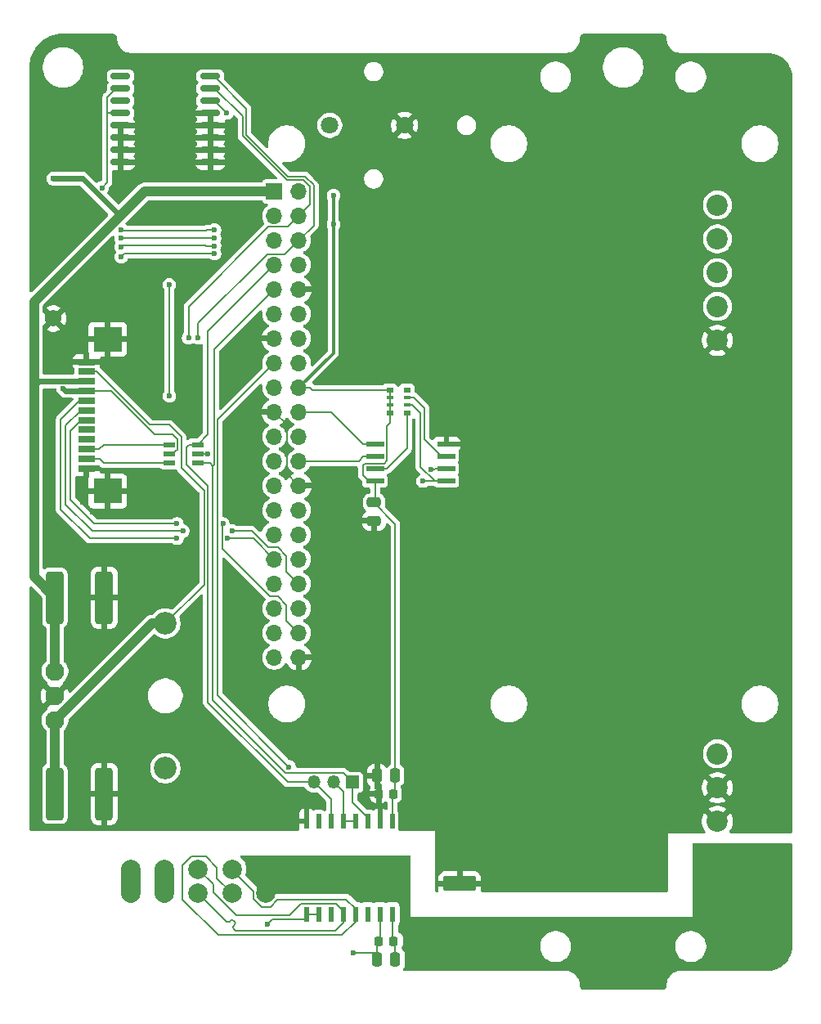
<source format=gbr>
%TF.GenerationSoftware,KiCad,Pcbnew,9.0.0*%
%TF.CreationDate,2025-03-09T08:07:50+03:00*%
%TF.ProjectId,PM_CPU-RP,504d5f43-5055-42d5-9250-2e6b69636164,rev?*%
%TF.SameCoordinates,Original*%
%TF.FileFunction,Copper,L1,Top*%
%TF.FilePolarity,Positive*%
%FSLAX46Y46*%
G04 Gerber Fmt 4.6, Leading zero omitted, Abs format (unit mm)*
G04 Created by KiCad (PCBNEW 9.0.0) date 2025-03-09 08:07:50*
%MOMM*%
%LPD*%
G01*
G04 APERTURE LIST*
G04 Aperture macros list*
%AMRoundRect*
0 Rectangle with rounded corners*
0 $1 Rounding radius*
0 $2 $3 $4 $5 $6 $7 $8 $9 X,Y pos of 4 corners*
0 Add a 4 corners polygon primitive as box body*
4,1,4,$2,$3,$4,$5,$6,$7,$8,$9,$2,$3,0*
0 Add four circle primitives for the rounded corners*
1,1,$1+$1,$2,$3*
1,1,$1+$1,$4,$5*
1,1,$1+$1,$6,$7*
1,1,$1+$1,$8,$9*
0 Add four rect primitives between the rounded corners*
20,1,$1+$1,$2,$3,$4,$5,0*
20,1,$1+$1,$4,$5,$6,$7,0*
20,1,$1+$1,$6,$7,$8,$9,0*
20,1,$1+$1,$8,$9,$2,$3,0*%
G04 Aperture macros list end*
%TA.AperFunction,SMDPad,CuDef*%
%ADD10RoundRect,0.250000X-0.475000X0.250000X-0.475000X-0.250000X0.475000X-0.250000X0.475000X0.250000X0*%
%TD*%
%TA.AperFunction,ComponentPad*%
%ADD11O,6.350000X6.350000*%
%TD*%
%TA.AperFunction,SMDPad,CuDef*%
%ADD12R,1.181100X0.558800*%
%TD*%
%TA.AperFunction,ComponentPad*%
%ADD13C,2.200000*%
%TD*%
%TA.AperFunction,ComponentPad*%
%ADD14C,1.800000*%
%TD*%
%TA.AperFunction,SMDPad,CuDef*%
%ADD15RoundRect,0.250000X-0.650000X-2.450000X0.650000X-2.450000X0.650000X2.450000X-0.650000X2.450000X0*%
%TD*%
%TA.AperFunction,ComponentPad*%
%ADD16O,1.700000X1.700000*%
%TD*%
%TA.AperFunction,ComponentPad*%
%ADD17R,1.700000X1.700000*%
%TD*%
%TA.AperFunction,SMDPad,CuDef*%
%ADD18RoundRect,0.250000X1.450000X-0.537500X1.450000X0.537500X-1.450000X0.537500X-1.450000X-0.537500X0*%
%TD*%
%TA.AperFunction,SMDPad,CuDef*%
%ADD19R,0.482600X1.549400*%
%TD*%
%TA.AperFunction,SMDPad,CuDef*%
%ADD20R,1.803400X0.635000*%
%TD*%
%TA.AperFunction,SMDPad,CuDef*%
%ADD21R,2.997200X2.590800*%
%TD*%
%TA.AperFunction,ComponentPad*%
%ADD22R,1.350000X1.350000*%
%TD*%
%TA.AperFunction,ComponentPad*%
%ADD23O,1.350000X1.350000*%
%TD*%
%TA.AperFunction,SMDPad,CuDef*%
%ADD24RoundRect,0.250000X0.250000X0.475000X-0.250000X0.475000X-0.250000X-0.475000X0.250000X-0.475000X0*%
%TD*%
%TA.AperFunction,ComponentPad*%
%ADD25C,1.950000*%
%TD*%
%TA.AperFunction,ComponentPad*%
%ADD26C,1.725000*%
%TD*%
%TA.AperFunction,SMDPad,CuDef*%
%ADD27RoundRect,0.225000X0.225000X0.250000X-0.225000X0.250000X-0.225000X-0.250000X0.225000X-0.250000X0*%
%TD*%
%TA.AperFunction,SMDPad,CuDef*%
%ADD28R,1.828800X0.533400*%
%TD*%
%TA.AperFunction,SMDPad,CuDef*%
%ADD29RoundRect,0.150000X-0.875000X-0.150000X0.875000X-0.150000X0.875000X0.150000X-0.875000X0.150000X0*%
%TD*%
%TA.AperFunction,SMDPad,CuDef*%
%ADD30R,0.800000X0.500000*%
%TD*%
%TA.AperFunction,SMDPad,CuDef*%
%ADD31R,0.800000X0.400000*%
%TD*%
%TA.AperFunction,ComponentPad*%
%ADD32C,2.000000*%
%TD*%
%TA.AperFunction,ComponentPad*%
%ADD33C,2.350000*%
%TD*%
%TA.AperFunction,ViaPad*%
%ADD34C,0.600000*%
%TD*%
%TA.AperFunction,Conductor*%
%ADD35C,0.200000*%
%TD*%
%TA.AperFunction,Conductor*%
%ADD36C,0.600000*%
%TD*%
%TA.AperFunction,Conductor*%
%ADD37C,1.000000*%
%TD*%
%TA.AperFunction,Conductor*%
%ADD38C,2.000000*%
%TD*%
%TA.AperFunction,Conductor*%
%ADD39C,0.300000*%
%TD*%
G04 APERTURE END LIST*
D10*
%TO.P,C4,1*%
%TO.N,+3.3V_CPU*%
X-3810000Y950000D03*
%TO.P,C4,2*%
%TO.N,GND_CPU*%
X-3810000Y-950000D03*
%TD*%
D11*
%TO.P,PE1,1*%
%TO.N,PE*%
X22000000Y-46000000D03*
%TD*%
D12*
%TO.P,U7,1,1A*%
%TO.N,/UART_RX*%
X-22033150Y5049999D03*
%TO.P,U7,2,GND*%
%TO.N,GND_CPU*%
X-22033150Y6000000D03*
%TO.P,U7,3,2A*%
%TO.N,/UART_TX*%
X-22033150Y6950001D03*
%TO.P,U7,4,2Y*%
%TO.N,/UART_TX_LED*%
X-24966850Y6950001D03*
%TO.P,U7,5,VCC*%
%TO.N,+3.3V_CPU*%
X-24966850Y6000000D03*
%TO.P,U7,6,1Y*%
%TO.N,/UART_RX_LED*%
X-24966850Y5049999D03*
%TD*%
D13*
%TO.P,J2,1,Pin_1*%
%TO.N,GND_CPU*%
X31750000Y17750000D03*
%TO.P,J2,2,Pin_2*%
%TO.N,/SCL*%
X31750000Y21250000D03*
%TO.P,J2,3,Pin_3*%
%TO.N,/SDA*%
X31750000Y24750000D03*
%TO.P,J2,4,Pin_4*%
%TO.N,+3.3V_CPU*%
X31750000Y28250000D03*
%TO.P,J2,5,Pin_5*%
%TO.N,+5V*%
X31750000Y31750000D03*
%TD*%
D14*
%TO.P,J1,1,1*%
%TO.N,/Vbat*%
X-8385000Y40005000D03*
%TO.P,J1,2,2*%
%TO.N,GND_CPU*%
X-635000Y40005000D03*
%TD*%
D15*
%TO.P,C3,1*%
%TO.N,+5V*%
X-36840000Y-8890000D03*
%TO.P,C3,2*%
%TO.N,GND_CPU*%
X-31740000Y-8890000D03*
%TD*%
D16*
%TO.P,D1,1,3V3*%
%TO.N,+3.3V_CPU*%
X-11590000Y33170000D03*
D17*
%TO.P,D1,2,5V*%
%TO.N,+5V*%
X-14130000Y33170000D03*
D16*
%TO.P,D1,3,GPIO2/I2C_SDA*%
%TO.N,/SDA*%
X-11590000Y30630000D03*
%TO.P,D1,4,5V*%
%TO.N,+5V*%
X-14130000Y30630000D03*
%TO.P,D1,5,GPIO3/I2C_SCL*%
%TO.N,/SCL*%
X-11590000Y28090000D03*
%TO.P,D1,6,GND*%
%TO.N,GND_CPU*%
X-14130000Y28090000D03*
%TO.P,D1,7,GPIO4/GPCLK0*%
%TO.N,/SPI1_CS3*%
X-11590000Y25550000D03*
%TO.P,D1,8,GPIO14/UART_TX*%
%TO.N,/UART_TX*%
X-14130000Y25550000D03*
%TO.P,D1,9,GND*%
%TO.N,GND_CPU*%
X-11590000Y23010000D03*
%TO.P,D1,10,GPIO15/UART_RX*%
%TO.N,/UART_RX*%
X-14130000Y23010000D03*
%TO.P,D1,11,GPIO17*%
%TO.N,/SPI1_CS1*%
X-11590000Y20470000D03*
%TO.P,D1,12,GPIO18/PCM_CLK*%
%TO.N,/SPI1_CS0*%
X-14130000Y20470000D03*
%TO.P,D1,13,GPIO27*%
%TO.N,unconnected-(D1-GPIO27-Pad13)*%
X-11590000Y17930000D03*
%TO.P,D1,14,GND*%
%TO.N,GND_CPU*%
X-14130000Y17930000D03*
%TO.P,D1,15,GPIO22*%
%TO.N,unconnected-(D1-GPIO22-Pad15)*%
X-11590000Y15390000D03*
%TO.P,D1,16,GPIO23*%
%TO.N,/UART_RTS*%
X-14130000Y15390000D03*
%TO.P,D1,17,3V3*%
%TO.N,+3.3V_CPU*%
X-11590000Y12850000D03*
%TO.P,D1,18,GPIO24*%
%TO.N,unconnected-(D1-GPIO24-Pad18)*%
X-14130000Y12850000D03*
%TO.P,D1,19,GPIO10/SPI_MOSI*%
%TO.N,/SPI0_MOSI*%
X-11590000Y10310000D03*
%TO.P,D1,20,GND*%
%TO.N,GND_CPU*%
X-14130000Y10310000D03*
%TO.P,D1,21,GPIO9/SPI_MISO*%
%TO.N,/SPI0_MISO*%
X-11590000Y7770000D03*
%TO.P,D1,22,GPIO25*%
%TO.N,unconnected-(D1-GPIO25-Pad22)*%
X-14130000Y7770000D03*
%TO.P,D1,23,GPIO11/SPI_SCLK*%
%TO.N,/SPI0_SCK*%
X-11590000Y5230000D03*
%TO.P,D1,24,GPIO8/SPI_CE0*%
%TO.N,/SPI0_CS0*%
X-14130000Y5230000D03*
%TO.P,D1,25,GND*%
%TO.N,GND_CPU*%
X-11590000Y2690000D03*
%TO.P,D1,26,GPIO7/SPI_CE1*%
%TO.N,unconnected-(D1-GPIO7{slash}SPI_CE1-Pad26)*%
X-14130000Y2690000D03*
%TO.P,D1,27,GPIO0/EEPROM_SDA*%
%TO.N,unconnected-(D1-GPIO0{slash}EEPROM_SDA-Pad27)*%
X-11590000Y150000D03*
%TO.P,D1,28,GPIO0/EEPROM_SCL*%
%TO.N,unconnected-(D1-GPIO0{slash}EEPROM_SCL-Pad28)*%
X-14130000Y150000D03*
%TO.P,D1,29,GPIO5*%
%TO.N,unconnected-(D1-GPIO5-Pad29)*%
X-11590000Y-2390000D03*
%TO.P,D1,30,GND*%
%TO.N,GND_CPU*%
X-14130000Y-2390000D03*
%TO.P,D1,31,GPIO6*%
%TO.N,unconnected-(D1-GPIO6-Pad31)*%
X-11590000Y-4930000D03*
%TO.P,D1,32,GPIO12/PWM0*%
%TO.N,/LED_0*%
X-14130000Y-4930000D03*
%TO.P,D1,33,GPIO13/PWM1*%
%TO.N,/LED_1*%
X-11590000Y-7470000D03*
%TO.P,D1,34,GND*%
%TO.N,GND_CPU*%
X-14130000Y-7470000D03*
%TO.P,D1,35,GPIO19/PCM_FS*%
%TO.N,/SPI1_MISO*%
X-11590000Y-10010000D03*
%TO.P,D1,36,GPIO16*%
%TO.N,/SPI1_CS2*%
X-14130000Y-10010000D03*
%TO.P,D1,37,GPIO26*%
%TO.N,/LED_2*%
X-11590000Y-12550000D03*
%TO.P,D1,38,GPIO20/PCM_DIN*%
%TO.N,/SPI1_MOSI*%
X-14130000Y-12550000D03*
%TO.P,D1,39,GND*%
%TO.N,GND_CPU*%
X-11590000Y-15090000D03*
%TO.P,D1,40,GPIO20/PCM_DOUT*%
%TO.N,/SPI1_SCK*%
X-14130000Y-15090000D03*
%TD*%
D18*
%TO.P,C1,1*%
%TO.N,PE*%
X5080000Y-42777500D03*
%TO.P,C1,2*%
%TO.N,GND_CPU*%
X5080000Y-38502500D03*
%TD*%
D19*
%TO.P,U4,1,VDD*%
%TO.N,+3.3V_CPU*%
X-1905000Y-32004000D03*
%TO.P,U4,2,GNDA*%
%TO.N,GND_CPU*%
X-3175000Y-32004000D03*
%TO.P,U4,3,RO*%
%TO.N,/UART_RX*%
X-4445000Y-32004000D03*
%TO.P,U4,4,RE*%
%TO.N,/UART_RTS*%
X-5715000Y-32004000D03*
%TO.P,U4,5,DE*%
X-6985000Y-32004000D03*
%TO.P,U4,6,DI*%
%TO.N,/UART_TX*%
X-8255000Y-32004000D03*
%TO.P,U4,7,NC*%
%TO.N,unconnected-(U4-NC-Pad7)*%
X-9525000Y-32004000D03*
%TO.P,U4,8,GNDA*%
%TO.N,GND_CPU*%
X-10795000Y-32004000D03*
%TO.P,U4,9,GNDB*%
%TO.N,GND_BUS*%
X-10795000Y-41656000D03*
%TO.P,U4,10,SEL*%
X-9525000Y-41656000D03*
%TO.P,U4,11,NC*%
%TO.N,unconnected-(U4-NC-Pad11)*%
X-8255000Y-41656000D03*
%TO.P,U4,12,A*%
%TO.N,/A*%
X-6985000Y-41656000D03*
%TO.P,U4,13,B*%
%TO.N,/B*%
X-5715000Y-41656000D03*
%TO.P,U4,14,NC*%
%TO.N,unconnected-(U4-NC-Pad14)*%
X-4445000Y-41656000D03*
%TO.P,U4,15,GNDB*%
%TO.N,GND_BUS*%
X-3175000Y-41656000D03*
%TO.P,U4,16,VISO*%
%TO.N,+3.3V_BUS*%
X-1905000Y-41656000D03*
%TD*%
D20*
%TO.P,J7,1,Pin_1*%
%TO.N,GND_CPU*%
X-33556000Y4500008D03*
%TO.P,J7,2,Pin_2*%
%TO.N,/UART_RX_LED*%
X-33556000Y5500006D03*
%TO.P,J7,3,Pin_3*%
%TO.N,/UART_TX_LED*%
X-33556000Y6500004D03*
%TO.P,J7,4,Pin_4*%
%TO.N,unconnected-(J7-Pin_4-Pad4)*%
X-33556000Y7500002D03*
%TO.P,J7,5,Pin_5*%
%TO.N,unconnected-(J7-Pin_5-Pad5)*%
X-33556000Y8500000D03*
%TO.P,J7,6,Pin_6*%
%TO.N,/LED_2*%
X-33556000Y9500000D03*
%TO.P,J7,7,Pin_7*%
%TO.N,/LED_1*%
X-33556000Y10500000D03*
%TO.P,J7,8,Pin_8*%
%TO.N,/LED_0*%
X-33556000Y11500000D03*
%TO.P,J7,9,Pin_9*%
%TO.N,+3.3V_CPU*%
X-33556000Y12499998D03*
%TO.P,J7,10,Pin_10*%
%TO.N,+5V*%
X-33556000Y13499996D03*
%TO.P,J7,11,Pin_11*%
%TO.N,+24V_fuse*%
X-33556000Y14499994D03*
%TO.P,J7,12,Pin_11*%
%TO.N,GND_CPU*%
X-33556000Y15499992D03*
D21*
%TO.P,J7,13,Pin_11*%
X-31385999Y2149997D03*
X-31385999Y17850003D03*
%TD*%
D22*
%TO.P,J11,1,Pin_1*%
%TO.N,/UART_RX*%
X-6000000Y-28000000D03*
D23*
%TO.P,J11,2,Pin_2*%
%TO.N,/UART_RTS*%
X-8000000Y-28000000D03*
%TO.P,J11,3,Pin_3*%
%TO.N,/UART_TX*%
X-10000000Y-28000000D03*
%TD*%
D24*
%TO.P,C10,1*%
%TO.N,+3.3V_BUS*%
X-1590000Y-46355000D03*
%TO.P,C10,2*%
%TO.N,GND_BUS*%
X-3490000Y-46355000D03*
%TD*%
%TO.P,C12,1*%
%TO.N,+3.3V_CPU*%
X-1590000Y-27305000D03*
%TO.P,C12,2*%
%TO.N,GND_CPU*%
X-3490000Y-27305000D03*
%TD*%
D25*
%TO.P,J4,1,VIN*%
%TO.N,+24V_fuse*%
X-36830000Y-21590000D03*
%TO.P,J4,2,GND*%
%TO.N,GND_CPU*%
X-36830000Y-19050000D03*
%TO.P,J4,3,+VO*%
%TO.N,+5V*%
X-36830000Y-16510000D03*
%TD*%
D26*
%TO.P,U2,1*%
%TO.N,GND_CPU*%
X-37000000Y20000000D03*
%TD*%
D27*
%TO.P,C9,1*%
%TO.N,+3.3V_BUS*%
X-1765000Y-44450000D03*
%TO.P,C9,2*%
%TO.N,GND_BUS*%
X-3315000Y-44450000D03*
%TD*%
D28*
%TO.P,U3,1,/CS*%
%TO.N,/SPI0_CS0*%
X3695700Y3175000D03*
%TO.P,U3,2,DO(IO1)*%
%TO.N,/SPI0_MISO*%
X3695700Y4445000D03*
%TO.P,U3,3,/WP(IO2)*%
%TO.N,Net-(RN2C-R3.1)*%
X3695700Y5715000D03*
%TO.P,U3,4,GND*%
%TO.N,GND_CPU*%
X3695700Y6985000D03*
%TO.P,U3,5,DI(IO0)*%
%TO.N,/SPI0_MOSI*%
X-3695700Y6985000D03*
%TO.P,U3,6,CLK*%
%TO.N,/SPI0_SCK*%
X-3695700Y5715000D03*
%TO.P,U3,7,/HOLD_(IO3)*%
%TO.N,Net-(RN2A-R1.1)*%
X-3695700Y4445000D03*
%TO.P,U3,8,VCC*%
%TO.N,+3.3V_CPU*%
X-3695700Y3175000D03*
%TD*%
D15*
%TO.P,C2,1*%
%TO.N,+24V_fuse*%
X-36840000Y-29210000D03*
%TO.P,C2,2*%
%TO.N,GND_CPU*%
X-31740000Y-29210000D03*
%TD*%
D29*
%TO.P,U6,1,32KHZ*%
%TO.N,unconnected-(U6-32KHZ-Pad1)*%
X-30050000Y45085000D03*
%TO.P,U6,2,VCC*%
%TO.N,+3.3V_CPU*%
X-30050000Y43815000D03*
%TO.P,U6,3,~{INT}/SQW*%
%TO.N,unconnected-(U6-~{INT}{slash}SQW-Pad3)*%
X-30050000Y42545000D03*
%TO.P,U6,4,~{RST}*%
%TO.N,+3.3V_CPU*%
X-30050000Y41275000D03*
%TO.P,U6,5,GND*%
%TO.N,GND_CPU*%
X-30050000Y40005000D03*
%TO.P,U6,6,GND*%
X-30050000Y38735000D03*
%TO.P,U6,7,GND*%
X-30050000Y37465000D03*
%TO.P,U6,8,GND*%
X-30050000Y36195000D03*
%TO.P,U6,9,GND*%
X-20750000Y36195000D03*
%TO.P,U6,10,GND*%
X-20750000Y37465000D03*
%TO.P,U6,11,GND*%
X-20750000Y38735000D03*
%TO.P,U6,12,GND*%
X-20750000Y40005000D03*
%TO.P,U6,13,GND*%
X-20750000Y41275000D03*
%TO.P,U6,14,VBAT*%
%TO.N,/Vbat*%
X-20750000Y42545000D03*
%TO.P,U6,15,SDA*%
%TO.N,/SDA*%
X-20750000Y43815000D03*
%TO.P,U6,16,SCL*%
%TO.N,/SCL*%
X-20750000Y45085000D03*
%TD*%
D30*
%TO.P,RN2,1,R1.1*%
%TO.N,Net-(RN2A-R1.1)*%
X-370000Y10230000D03*
D31*
%TO.P,RN2,2,R2.1*%
%TO.N,/SPI0_CS0*%
X-370000Y11030000D03*
%TO.P,RN2,3,R3.1*%
%TO.N,Net-(RN2C-R3.1)*%
X-370000Y11830000D03*
D30*
%TO.P,RN2,4,R4.1*%
%TO.N,unconnected-(RN2D-R4.1-Pad4)*%
X-370000Y12630000D03*
%TO.P,RN2,5,R4.2*%
%TO.N,+3.3V_CPU*%
X-2170000Y12630000D03*
D31*
%TO.P,RN2,6,R3.2*%
X-2170000Y11830000D03*
%TO.P,RN2,7,R2.2*%
X-2170000Y11030000D03*
D30*
%TO.P,RN2,8,R1.2*%
X-2170000Y10230000D03*
%TD*%
D32*
%TO.P,J3,1,Pin_1*%
%TO.N,+24V_ISO*%
X-29000000Y-37000000D03*
%TO.P,J3,2,Pin_3*%
%TO.N,GND_BUS*%
X-25500000Y-37000000D03*
%TO.P,J3,3,3*%
%TO.N,/A*%
X-22000000Y-37000000D03*
%TO.P,J3,4,4*%
%TO.N,/B*%
X-18500000Y-37000000D03*
%TO.P,J3,5,Pin_9*%
%TO.N,PE*%
X-15000000Y-37000000D03*
%TO.P,J3,6,Pin_2*%
%TO.N,+24V_ISO*%
X-29000000Y-39500000D03*
%TO.P,J3,7,Pin_4*%
%TO.N,GND_BUS*%
X-25500000Y-39500000D03*
%TO.P,J3,8,Pin_6*%
%TO.N,/A*%
X-22000000Y-39500000D03*
%TO.P,J3,9,Pin_8*%
%TO.N,/B*%
X-18500000Y-39500000D03*
%TO.P,J3,10,Pin_10*%
%TO.N,PE*%
X-15000000Y-39500000D03*
%TD*%
D27*
%TO.P,C11,1*%
%TO.N,+3.3V_CPU*%
X-1765000Y-29210000D03*
%TO.P,C11,2*%
%TO.N,GND_CPU*%
X-3315000Y-29210000D03*
%TD*%
D33*
%TO.P,U1,1,1*%
%TO.N,+24V*%
X-25400000Y-26550000D03*
%TO.P,U1,2,2*%
%TO.N,+24V_fuse*%
X-25400000Y-11550000D03*
%TD*%
D13*
%TO.P,J12,1,Pin_1*%
%TO.N,PE*%
X31750000Y-39060000D03*
%TO.P,J12,2,Pin_2*%
X31750000Y-35560000D03*
%TO.P,J12,3,Pin_3*%
%TO.N,GND_CPU*%
X31750000Y-32060000D03*
%TO.P,J12,4,Pin_4*%
X31750000Y-28560000D03*
%TO.P,J12,5,Pin_5*%
%TO.N,+24V*%
X31750000Y-25060000D03*
%TD*%
D34*
%TO.N,/LED_1*%
X-23600000Y-2000000D03*
X-18514000Y-2000000D03*
%TO.N,/LED_2*%
X-19450000Y-1250000D03*
X-24200000Y-1250000D03*
%TO.N,/LED_0*%
X-18950000Y-2750000D03*
X-24200000Y-2750000D03*
%TO.N,+5V*%
X-36000000Y34500000D03*
X-37000000Y34500000D03*
X-35000000Y34500000D03*
X-37000000Y13500000D03*
%TO.N,/SCL*%
X-22000000Y18000000D03*
%TO.N,/SDA*%
X-23000000Y18000000D03*
%TO.N,/UART_RTS*%
X-12600000Y-26400000D03*
%TO.N,/SPI1_CS0*%
X-20320000Y29159200D03*
X-29972000Y29210000D03*
%TO.N,/SPI0_CS0*%
X1270000Y3175000D03*
%TO.N,/SPI1_CS1*%
X-29972000Y28321000D03*
X-20320000Y28346400D03*
%TO.N,/SPI1_CS2*%
X-29972000Y27432000D03*
X-20320000Y27533600D03*
%TO.N,/SPI0_MISO*%
X2134700Y4362900D03*
%TO.N,/SPI1_CS3*%
X-20320000Y26720800D03*
X-29972000Y26416000D03*
%TO.N,/Vbat*%
X-19050000Y41275000D03*
%TO.N,/INT*%
X-24986091Y11986091D03*
X-25000000Y23500000D03*
%TO.N,GND_CPU*%
X-29000000Y3000000D03*
X-34000000Y17000000D03*
X-34000000Y1000000D03*
X-21000000Y6000000D03*
X-29000000Y17000000D03*
X-33000000Y40000000D03*
X-30000000Y0D03*
X-34000000Y23000000D03*
X-34000000Y3000000D03*
X-29000000Y21000000D03*
X-29000000Y1000000D03*
X-34000000Y19000000D03*
X-29000000Y23000000D03*
X-34000000Y37000000D03*
X-30000000Y20000000D03*
X-29000000Y19000000D03*
X-33000000Y20000000D03*
X-34000000Y21000000D03*
X-33000000Y0D03*
X-34000000Y39000000D03*
%TO.N,+3.3V_CPU*%
X-8000000Y29750000D03*
X-8000000Y32750000D03*
X-36000000Y12750000D03*
X-31969666Y33530327D03*
%TO.N,GND_BUS*%
X-14851600Y-42732000D03*
X-5940400Y-45679300D03*
%TD*%
D35*
%TO.N,/LED_1*%
X-18514000Y-2000000D02*
X-16415000Y-2000000D01*
X-34182500Y10500000D02*
X-33556000Y10500000D01*
X-14732000Y-3683000D02*
X-13750700Y-3683000D01*
X-12860000Y-6200000D02*
X-11590000Y-7470000D01*
X-13750700Y-3683000D02*
X-12860000Y-4574000D01*
X-35750000Y8932500D02*
X-34182500Y10500000D01*
X-12860000Y-4574000D02*
X-12860000Y-6200000D01*
X-33000000Y-2000000D02*
X-35750000Y750000D01*
X-16415000Y-2000000D02*
X-14732000Y-3683000D01*
X-23600000Y-2000000D02*
X-33000000Y-2000000D01*
X-35750000Y750000D02*
X-35750000Y8932500D01*
%TO.N,/LED_2*%
X-19500000Y-1300000D02*
X-19500000Y-3799100D01*
X-35250000Y8390200D02*
X-34140200Y9500000D01*
X-12860000Y-9634000D02*
X-12860000Y-11280000D01*
X-19500000Y-3799100D02*
X-14559100Y-8740000D01*
X-19450000Y-1250000D02*
X-19500000Y-1300000D01*
X-12860000Y-11280000D02*
X-11590000Y-12550000D01*
X-32750000Y-1250000D02*
X-35250000Y1250000D01*
X-14559100Y-8740000D02*
X-13753500Y-8740000D01*
X-35250000Y1250000D02*
X-35250000Y8390200D01*
X-24200000Y-1250000D02*
X-32750000Y-1250000D01*
X-13753500Y-8740000D02*
X-12860000Y-9634000D01*
X-34140200Y9500000D02*
X-33556000Y9500000D01*
%TO.N,/LED_0*%
X-36250000Y250000D02*
X-36250000Y9525200D01*
X-24200000Y-2750000D02*
X-33250000Y-2750000D01*
X-36250000Y9525200D02*
X-34275200Y11500000D01*
X-16310000Y-2750000D02*
X-14130000Y-4930000D01*
X-33250000Y-2750000D02*
X-36250000Y250000D01*
X-18950000Y-2750000D02*
X-16310000Y-2750000D01*
X-34275200Y11500000D02*
X-33556000Y11500000D01*
D36*
%TO.N,+5V*%
X-38500004Y13499996D02*
X-39000000Y13000000D01*
D37*
X-36840000Y-8890000D02*
X-39000000Y-6730000D01*
X-36385000Y24352635D02*
X-30118817Y30618817D01*
D36*
X-34000000Y34500000D02*
X-35000000Y34500000D01*
D37*
X-39000000Y-6730000D02*
X-39000000Y13000000D01*
X-27567635Y33170000D02*
X-14130000Y33170000D01*
X-39000000Y14500000D02*
X-39000000Y21737635D01*
D36*
X-35000000Y34500000D02*
X-36000000Y34500000D01*
D37*
X-36830000Y-8900000D02*
X-36840000Y-8890000D01*
D36*
X-33556000Y13499996D02*
X-38500004Y13499996D01*
D37*
X-39000000Y21737635D02*
X-36385000Y24352635D01*
D36*
X-36000000Y34500000D02*
X-37000000Y34500000D01*
D37*
X-39000000Y13000000D02*
X-39000000Y14500000D01*
D36*
X-34000000Y34500000D02*
X-30118817Y30618817D01*
D37*
X-36830000Y-16510000D02*
X-36830000Y-8900000D01*
X-30118817Y30618817D02*
X-27567635Y33170000D01*
D35*
%TO.N,/SCL*%
X-13030000Y26650000D02*
X-11590000Y28090000D01*
X-12723400Y34723400D02*
X-17000000Y39000000D01*
X-22000000Y18000000D02*
X-22000000Y19500000D01*
X-17000000Y41743600D02*
X-20341400Y45085000D01*
X-10036600Y33813400D02*
X-10946600Y34723400D01*
X-20341400Y45085000D02*
X-20750000Y45085000D01*
X-17000000Y39000000D02*
X-17000000Y41743600D01*
X-11590000Y28090000D02*
X-10036600Y29643400D01*
X-14850000Y26650000D02*
X-13030000Y26650000D01*
X-10946600Y34723400D02*
X-12723400Y34723400D01*
X-22000000Y19500000D02*
X-14850000Y26650000D01*
X-10036600Y29643400D02*
X-10036600Y33813400D01*
%TO.N,/SDA*%
X-10440000Y33648800D02*
X-10440000Y31780000D01*
X-12690000Y29530000D02*
X-11590000Y30630000D01*
X-23000000Y21250000D02*
X-14720000Y29530000D01*
X-20750000Y43815000D02*
X-20308800Y43815000D01*
X-14720000Y29530000D02*
X-12690000Y29530000D01*
X-10440000Y31780000D02*
X-11590000Y30630000D01*
X-20308800Y43815000D02*
X-17411300Y40917500D01*
X-17411300Y40917500D02*
X-17411300Y38911300D01*
X-23000000Y18000000D02*
X-23000000Y21250000D01*
X-11112900Y34321700D02*
X-10440000Y33648800D01*
X-17411300Y38911300D02*
X-12821700Y34321700D01*
X-12821700Y34321700D02*
X-11112900Y34321700D01*
D37*
%TO.N,+24V_fuse*%
X-26790000Y-11550000D02*
X-36830000Y-21590000D01*
D35*
X-27000000Y9000000D02*
X-25000000Y9000000D01*
X-23750000Y4550000D02*
X-21400000Y2200000D01*
X-23750000Y7750000D02*
X-23750000Y4550000D01*
X-33556000Y14499994D02*
X-32499994Y14499994D01*
D37*
X-36830000Y-29200000D02*
X-36840000Y-29210000D01*
X-25400000Y-11550000D02*
X-26790000Y-11550000D01*
D35*
X-21400000Y2200000D02*
X-21400000Y-7550000D01*
X-21400000Y-7550000D02*
X-25400000Y-11550000D01*
X-25000000Y9000000D02*
X-23750000Y7750000D01*
D37*
X-36830000Y-21590000D02*
X-36830000Y-29200000D01*
D35*
X-32499994Y14499994D02*
X-27000000Y9000000D01*
%TO.N,/UART_RTS*%
X-20000000Y9520000D02*
X-14130000Y15390000D01*
X-6985000Y-30716040D02*
X-6985000Y-29015000D01*
X-6985000Y-32004000D02*
X-5715000Y-32004000D01*
X-6985000Y-29015000D02*
X-8000000Y-28000000D01*
X-12600000Y-26400000D02*
X-20000000Y-19000000D01*
X-6985000Y-30716040D02*
X-6985000Y-32004000D01*
X-20000000Y-19000000D02*
X-20000000Y9520000D01*
%TO.N,/UART_TX*%
X-23000000Y6950001D02*
X-22033150Y6950001D01*
X-21000000Y7983151D02*
X-22033150Y6950001D01*
X-8255000Y-32004000D02*
X-8255000Y-29745000D01*
X-23250000Y4896899D02*
X-23250000Y6700001D01*
X-23250000Y6700001D02*
X-23000000Y6950001D01*
X-8255000Y-29745000D02*
X-10000000Y-28000000D01*
X-21000000Y2646899D02*
X-23250000Y4896899D01*
X-21000000Y18680000D02*
X-21000000Y7983151D01*
X-12750000Y-28000000D02*
X-21000000Y-19750000D01*
X-14130000Y25550000D02*
X-21000000Y18680000D01*
X-10000000Y-28000000D02*
X-12750000Y-28000000D01*
X-21000000Y-19750000D02*
X-21000000Y2646899D01*
%TO.N,/UART_RX*%
X-20350000Y16790000D02*
X-20350000Y4900000D01*
X-22033150Y5049999D02*
X-20799999Y5049999D01*
X-4445000Y-31655000D02*
X-4445000Y-32004000D01*
X-20799999Y5049999D02*
X-20500000Y4750000D01*
X-20350000Y4900000D02*
X-20500000Y4750000D01*
X-6000000Y-30100000D02*
X-4445000Y-31655000D01*
X-14130000Y23010000D02*
X-20350000Y16790000D01*
X-20500000Y-19500000D02*
X-13000000Y-27000000D01*
X-20500000Y4750000D02*
X-20500000Y-19500000D01*
X-7000000Y-27000000D02*
X-6000000Y-28000000D01*
X-6000000Y-28000000D02*
X-6000000Y-30100000D01*
X-13000000Y-27000000D02*
X-7000000Y-27000000D01*
%TO.N,Net-(RN2A-R1.1)*%
X-3695700Y4445000D02*
X-2479600Y4445000D01*
X-2479600Y4445000D02*
X-370000Y6554600D01*
X-370000Y6554600D02*
X-370000Y10230000D01*
%TO.N,/SPI0_MOSI*%
X-4911800Y6985000D02*
X-8236800Y10310000D01*
X-8236800Y10310000D02*
X-11590000Y10310000D01*
X-3695700Y6985000D02*
X-4911800Y6985000D01*
%TO.N,/SPI1_CS0*%
X-20320000Y29159200D02*
X-21200800Y29159200D01*
X-21200800Y29159200D02*
X-21220000Y29140000D01*
X-29972000Y29210000D02*
X-29902000Y29140000D01*
X-29902000Y29140000D02*
X-21220000Y29140000D01*
%TO.N,/SPI0_CS0*%
X2617100Y3175000D02*
X2609000Y3166900D01*
X3695700Y3175000D02*
X2617100Y3175000D01*
X1000000Y4646500D02*
X1000000Y10200000D01*
X1270000Y3175000D02*
X2600900Y3175000D01*
X2609000Y3166900D02*
X2479600Y3166900D01*
X170000Y11030000D02*
X-370000Y11030000D01*
X2479600Y3166900D02*
X1000000Y4646500D01*
X2600900Y3175000D02*
X2609000Y3166900D01*
X1000000Y10200000D02*
X170000Y11030000D01*
%TO.N,/SPI0_SCK*%
X-3695700Y5715000D02*
X-4911800Y5715000D01*
X-5396800Y5230000D02*
X-11590000Y5230000D01*
X-4911800Y5715000D02*
X-5396800Y5230000D01*
%TO.N,/SPI1_CS1*%
X-21213600Y28346400D02*
X-21220000Y28340000D01*
X-29953000Y28340000D02*
X-29972000Y28321000D01*
X-21220000Y28340000D02*
X-29953000Y28340000D01*
X-20320000Y28346400D02*
X-21213600Y28346400D01*
%TO.N,/SPI1_CS2*%
X-21213600Y27533600D02*
X-21220000Y27540000D01*
X-29864000Y27540000D02*
X-29972000Y27432000D01*
X-20320000Y27533600D02*
X-21213600Y27533600D01*
X-29864000Y27540000D02*
X-21220000Y27540000D01*
%TO.N,/SPI0_MISO*%
X2133500Y4361700D02*
X2134700Y4362900D01*
X2396300Y4361700D02*
X2133500Y4361700D01*
X2479600Y4445000D02*
X2396300Y4361700D01*
X3695700Y4445000D02*
X2479600Y4445000D01*
%TO.N,/SPI1_CS3*%
X-29648000Y26740000D02*
X-21220000Y26740000D01*
X-20320000Y26720800D02*
X-20339200Y26740000D01*
X-20339200Y26740000D02*
X-21220000Y26740000D01*
X-29972000Y26416000D02*
X-29648000Y26740000D01*
X-20320000Y26720800D02*
X-20421600Y26822400D01*
%TO.N,Net-(RN2C-R3.1)*%
X331700Y11830000D02*
X-370000Y11830000D01*
X3695700Y5715000D02*
X3175000Y5715000D01*
X1400000Y10761700D02*
X331700Y11830000D01*
X1400000Y7490000D02*
X1400000Y10761700D01*
X3175000Y5715000D02*
X1400000Y7490000D01*
D38*
%TO.N,+24V_ISO*%
X-29000000Y-37000000D02*
X-29000000Y-39500000D01*
D35*
%TO.N,/Vbat*%
X-19050000Y41275000D02*
X-19050000Y41290400D01*
X-19050000Y41290400D02*
X-20304600Y42545000D01*
X-20304600Y42545000D02*
X-20750000Y42545000D01*
%TO.N,/B*%
X-5715000Y-41656000D02*
X-5715000Y-41123000D01*
X-23622000Y-40132000D02*
X-19922300Y-43832000D01*
X-7128700Y-43832000D02*
X-5715000Y-42418000D01*
X-5715000Y-42418000D02*
X-5715000Y-41656000D01*
X-20066000Y-37934000D02*
X-20066000Y-36830000D01*
X-21196000Y-35700000D02*
X-22705700Y-35700000D01*
X-16300000Y-39326000D02*
X-18500000Y-37126000D01*
X-20066000Y-36830000D02*
X-21196000Y-35700000D01*
X-6705600Y-40132000D02*
X-13793500Y-40132000D01*
X-23622000Y-36616000D02*
X-23622000Y-40132000D01*
X-14537400Y-40876000D02*
X-15462600Y-40876000D01*
X-22705700Y-35700000D02*
X-23622000Y-36616000D01*
X-18500000Y-37126000D02*
X-18500000Y-37000000D01*
X-5715000Y-41123000D02*
X-6705600Y-40132000D01*
X-16300000Y-40038000D02*
X-16300000Y-39326000D01*
X-13793500Y-40132000D02*
X-14537400Y-40876000D01*
X-19922300Y-43832000D02*
X-7128700Y-43832000D01*
X-18500000Y-39500000D02*
X-20066000Y-37934000D01*
X-15462600Y-40876000D02*
X-16300000Y-40038000D01*
%TO.N,/A*%
X-6985000Y-41310000D02*
X-7713700Y-40581000D01*
X-20447000Y-38553000D02*
X-22000000Y-37000000D01*
X-7713700Y-40581000D02*
X-11336300Y-40581000D01*
X-18168000Y-43332000D02*
X-16367645Y-43332000D01*
X-20399981Y-41100019D02*
X-20107434Y-41392566D01*
X-6985000Y-42545000D02*
X-6985000Y-41656000D01*
X-18748822Y-42411767D02*
X-18665815Y-42328757D01*
X-18324560Y-43175441D02*
X-18239706Y-43260294D01*
X-18241551Y-42753022D02*
X-18324561Y-42836029D01*
X-19626144Y-41873856D02*
X-19635581Y-41864419D01*
X-6985000Y-41656000D02*
X-6985000Y-41310000D01*
X-18055500Y-41783000D02*
X-20447000Y-39391500D01*
X-18326403Y-42328758D02*
X-18241551Y-42413610D01*
X-12538000Y-41783000D02*
X-18055500Y-41783000D01*
X-19635581Y-41864419D02*
X-19947004Y-41552996D01*
X-20447000Y-39391500D02*
X-20447000Y-38553000D01*
X-19947004Y-41552996D02*
X-20107434Y-41392566D01*
X-7772000Y-43332000D02*
X-6985000Y-42545000D01*
X-18239706Y-43260294D02*
X-18168000Y-43332000D01*
X-11336300Y-40581000D02*
X-12538000Y-41783000D01*
X-16367645Y-43332000D02*
X-7772000Y-43332000D01*
X-19626144Y-41873856D02*
X-19088234Y-42411766D01*
X-22000000Y-39500000D02*
X-20399981Y-41100019D01*
X-18241551Y-42413610D02*
G75*
G02*
X-18241567Y-42753006I-169749J-169690D01*
G01*
X-19088234Y-42411766D02*
G75*
G03*
X-18748794Y-42411795I169734J169666D01*
G01*
X-18665815Y-42328757D02*
G75*
G02*
X-18326394Y-42328748I169715J-169743D01*
G01*
X-18324561Y-42836029D02*
G75*
G03*
X-18324526Y-43175406I169661J-169671D01*
G01*
%TO.N,/UART_TX_LED*%
X-32250004Y6500004D02*
X-32250000Y6500000D01*
X-32250000Y6500000D02*
X-31799999Y6950001D01*
X-31799999Y6950001D02*
X-24966850Y6950001D01*
X-33556000Y6500004D02*
X-32250004Y6500004D01*
%TO.N,/UART_RX_LED*%
X-31777146Y5049999D02*
X-24966850Y5049999D01*
X-32227153Y5500006D02*
X-31777146Y5049999D01*
X-33556000Y5500006D02*
X-32227153Y5500006D01*
%TO.N,/INT*%
X-25000000Y12000000D02*
X-24986091Y11986091D01*
X-25000000Y23500000D02*
X-25000000Y12000000D01*
%TO.N,GND_CPU*%
X-12840000Y9020000D02*
X-12840000Y3940000D01*
X-12840000Y3940000D02*
X-11590000Y2690000D01*
X-21000000Y6000000D02*
X-22033150Y6000000D01*
X-14130000Y10310000D02*
X-12840000Y9020000D01*
%TO.N,+3.3V_CPU*%
X-26500000Y8000000D02*
X-30999998Y12499998D01*
X-4338000Y3175000D02*
X-4963000Y3800000D01*
X-2170000Y10230000D02*
X-2170000Y12630000D01*
X-24655700Y6000000D02*
X-24966850Y6000000D01*
X-4963000Y4785500D02*
X-4735100Y5013400D01*
X-24125300Y6419601D02*
X-24236099Y6419601D01*
X-1765000Y-29210000D02*
X-1905000Y-29350000D01*
X-2170000Y9172700D02*
X-2170000Y10230000D01*
X-11590000Y12850000D02*
X-10438300Y12850000D01*
X-3695700Y3175000D02*
X-4338000Y3175000D01*
X-1590000Y-27305000D02*
X-1590000Y-1270000D01*
D39*
X-8000000Y32750000D02*
X-8000000Y29750000D01*
D35*
X-2735300Y5013400D02*
X-2452700Y5296000D01*
X-26500000Y8000000D02*
X-24648312Y8000000D01*
D39*
X-8000000Y16440000D02*
X-11590000Y12850000D01*
D35*
X-1590000Y-27305000D02*
X-1590000Y-29035000D01*
D39*
X-8000000Y29750000D02*
X-8000000Y16440000D01*
D35*
X-2452700Y5296000D02*
X-2452700Y8890000D01*
D36*
X-35750002Y12499998D02*
X-36000000Y12749996D01*
X-33556000Y12499998D02*
X-35750002Y12499998D01*
D35*
X-10218300Y12630000D02*
X-2520800Y12630000D01*
X-1590000Y-29035000D02*
X-1765000Y-29210000D01*
X-1590000Y-1270000D02*
X-3810000Y950000D01*
X-1905000Y-29350000D02*
X-1905000Y-32004000D01*
X-30050000Y41275000D02*
X-31418700Y41275000D01*
X-2452700Y8890000D02*
X-2170000Y9172700D01*
X-31418700Y42893700D02*
X-31418700Y41275000D01*
X-30497400Y43815000D02*
X-31418700Y42893700D01*
X-24125300Y7476988D02*
X-24125300Y6419601D01*
X-4963000Y3800000D02*
X-4963000Y4785500D01*
X-10438300Y12850000D02*
X-10218300Y12630000D01*
X-31418700Y34081293D02*
X-31418700Y41275000D01*
X-24966850Y6000000D02*
X-25500000Y6000000D01*
X-3695700Y1064300D02*
X-3810000Y950000D01*
X-31969666Y33530327D02*
X-31418700Y34081293D01*
X-2170000Y12630000D02*
X-2520800Y12630000D01*
X-24236099Y6419601D02*
X-24655700Y6000000D01*
X-3695700Y3175000D02*
X-3695700Y1064300D01*
X-4735100Y5013400D02*
X-2735300Y5013400D01*
X-33556000Y12499998D02*
X-30999998Y12499998D01*
X-24648312Y8000000D02*
X-24125300Y7476988D01*
X-30050000Y43815000D02*
X-30497400Y43815000D01*
%TO.N,+3.3V_BUS*%
X-1905000Y-44310000D02*
X-1905000Y-41656000D01*
X-1590000Y-46355000D02*
X-1590000Y-44625000D01*
X-1765000Y-44450000D02*
X-1905000Y-44310000D01*
X-1590000Y-44625000D02*
X-1765000Y-44450000D01*
%TO.N,GND_BUS*%
X-3315000Y-44450000D02*
X-3175000Y-44310000D01*
X-10795000Y-41656000D02*
X-10795000Y-42194000D01*
X-9525000Y-41656000D02*
X-10795000Y-41656000D01*
X-14313600Y-42194000D02*
X-14851600Y-42732000D01*
X-3490000Y-46355000D02*
X-3490000Y-45679300D01*
X-3175000Y-44310000D02*
X-3175000Y-41656000D01*
X-10795000Y-42194000D02*
X-14313600Y-42194000D01*
X-5940400Y-45679300D02*
X-3490000Y-45679300D01*
X-3490000Y-45679300D02*
X-3490000Y-44625000D01*
X-3490000Y-44625000D02*
X-3315000Y-44450000D01*
D38*
X-25500000Y-37000000D02*
X-25500000Y-39500000D01*
%TD*%
%TA.AperFunction,Conductor*%
%TO.N,PE*%
G36*
X39442539Y-34309685D02*
G01*
X39488294Y-34362489D01*
X39499500Y-34414000D01*
X39499500Y-44996249D01*
X39499274Y-45003736D01*
X39481728Y-45293794D01*
X39479923Y-45308659D01*
X39428219Y-45590798D01*
X39424635Y-45605336D01*
X39339306Y-45879167D01*
X39333997Y-45893168D01*
X39216275Y-46154736D01*
X39209316Y-46167995D01*
X39060928Y-46413459D01*
X39052422Y-46425782D01*
X38875526Y-46651573D01*
X38865596Y-46662781D01*
X38662781Y-46865596D01*
X38651573Y-46875526D01*
X38425782Y-47052422D01*
X38413459Y-47060928D01*
X38167995Y-47209316D01*
X38154736Y-47216275D01*
X37893168Y-47333997D01*
X37879167Y-47339306D01*
X37605336Y-47424635D01*
X37590798Y-47428219D01*
X37308659Y-47479923D01*
X37293794Y-47481728D01*
X37003736Y-47499274D01*
X36996249Y-47499500D01*
X27892682Y-47499500D01*
X27680235Y-47530044D01*
X27680225Y-47530047D01*
X27474284Y-47590517D01*
X27279061Y-47679672D01*
X27279048Y-47679679D01*
X27098485Y-47795720D01*
X26936275Y-47936275D01*
X26795720Y-48098485D01*
X26679679Y-48279048D01*
X26679672Y-48279061D01*
X26590517Y-48474284D01*
X26530047Y-48680225D01*
X26530044Y-48680235D01*
X26499500Y-48892682D01*
X26499500Y-48993038D01*
X26498720Y-49006922D01*
X26498720Y-49006923D01*
X26488540Y-49097264D01*
X26482362Y-49124333D01*
X26454648Y-49203537D01*
X26442600Y-49228555D01*
X26397957Y-49299604D01*
X26380644Y-49321313D01*
X26321313Y-49380644D01*
X26299604Y-49397957D01*
X26228555Y-49442600D01*
X26203537Y-49454648D01*
X26124333Y-49482362D01*
X26097264Y-49488540D01*
X26017075Y-49497576D01*
X26006921Y-49498720D01*
X25993038Y-49499500D01*
X18006962Y-49499500D01*
X17993078Y-49498720D01*
X17980553Y-49497308D01*
X17902735Y-49488540D01*
X17875666Y-49482362D01*
X17796462Y-49454648D01*
X17771444Y-49442600D01*
X17700395Y-49397957D01*
X17678686Y-49380644D01*
X17619355Y-49321313D01*
X17602042Y-49299604D01*
X17561555Y-49235170D01*
X17557398Y-49228553D01*
X17545351Y-49203537D01*
X17517637Y-49124333D01*
X17511459Y-49097263D01*
X17501280Y-49006922D01*
X17500500Y-48993038D01*
X17500500Y-48892683D01*
X17500500Y-48892682D01*
X17469954Y-48680231D01*
X17409484Y-48474290D01*
X17409483Y-48474288D01*
X17409482Y-48474284D01*
X17320327Y-48279061D01*
X17320320Y-48279048D01*
X17249102Y-48168231D01*
X17204281Y-48098487D01*
X17124227Y-48006100D01*
X17063724Y-47936275D01*
X16901514Y-47795720D01*
X16901513Y-47795719D01*
X16830754Y-47750245D01*
X16720951Y-47679679D01*
X16720938Y-47679672D01*
X16525715Y-47590517D01*
X16319774Y-47530047D01*
X16319764Y-47530044D01*
X16128754Y-47502582D01*
X16107318Y-47499500D01*
X16107317Y-47499500D01*
X-649969Y-47499500D01*
X-717008Y-47479815D01*
X-762763Y-47427011D01*
X-772707Y-47357853D01*
X-750153Y-47305375D01*
X-751080Y-47304803D01*
X-747290Y-47298657D01*
X-747288Y-47298656D01*
X-655186Y-47149334D01*
X-600001Y-46982797D01*
X-589500Y-46880009D01*
X-589501Y-45829992D01*
X-596841Y-45758142D01*
X-600001Y-45727203D01*
X-600002Y-45727200D01*
X-637386Y-45614383D01*
X-655186Y-45560666D01*
X-747288Y-45411344D01*
X-871344Y-45287288D01*
X-871345Y-45287287D01*
X-885856Y-45278337D01*
X-895105Y-45272632D01*
X-941829Y-45220686D01*
X-953052Y-45151723D01*
X-935548Y-45101999D01*
X-877997Y-45008697D01*
X-833376Y-44874038D01*
X13399500Y-44874038D01*
X13399500Y-44921750D01*
X13399500Y-45125962D01*
X13405514Y-45163934D01*
X13438910Y-45374785D01*
X13516760Y-45614383D01*
X13582461Y-45743327D01*
X13626622Y-45829998D01*
X13631132Y-45838848D01*
X13779201Y-46042649D01*
X13779205Y-46042654D01*
X13957345Y-46220794D01*
X13957350Y-46220798D01*
X14067324Y-46300698D01*
X14161155Y-46368870D01*
X14304184Y-46441747D01*
X14385616Y-46483239D01*
X14385618Y-46483239D01*
X14385621Y-46483241D01*
X14625215Y-46561090D01*
X14874038Y-46600500D01*
X14874039Y-46600500D01*
X15125961Y-46600500D01*
X15125962Y-46600500D01*
X15374785Y-46561090D01*
X15614379Y-46483241D01*
X15838845Y-46368870D01*
X16042656Y-46220793D01*
X16220793Y-46042656D01*
X16368870Y-45838845D01*
X16483241Y-45614379D01*
X16561090Y-45374785D01*
X16600500Y-45125962D01*
X16600500Y-44874038D01*
X27399500Y-44874038D01*
X27399500Y-44921750D01*
X27399500Y-45125962D01*
X27405514Y-45163934D01*
X27438910Y-45374785D01*
X27516760Y-45614383D01*
X27582461Y-45743327D01*
X27626622Y-45829998D01*
X27631132Y-45838848D01*
X27779201Y-46042649D01*
X27779205Y-46042654D01*
X27957345Y-46220794D01*
X27957350Y-46220798D01*
X28067324Y-46300698D01*
X28161155Y-46368870D01*
X28304184Y-46441747D01*
X28385616Y-46483239D01*
X28385618Y-46483239D01*
X28385621Y-46483241D01*
X28625215Y-46561090D01*
X28874038Y-46600500D01*
X28874039Y-46600500D01*
X29125961Y-46600500D01*
X29125962Y-46600500D01*
X29374785Y-46561090D01*
X29614379Y-46483241D01*
X29838845Y-46368870D01*
X30042656Y-46220793D01*
X30220793Y-46042656D01*
X30368870Y-45838845D01*
X30483241Y-45614379D01*
X30561090Y-45374785D01*
X30600500Y-45125962D01*
X30600500Y-44874038D01*
X30561090Y-44625215D01*
X30483241Y-44385621D01*
X30483239Y-44385618D01*
X30483239Y-44385616D01*
X30427131Y-44275499D01*
X30368870Y-44161155D01*
X30289775Y-44052290D01*
X30220798Y-43957350D01*
X30220794Y-43957345D01*
X30042654Y-43779205D01*
X30042649Y-43779201D01*
X29838848Y-43631132D01*
X29838847Y-43631131D01*
X29838845Y-43631130D01*
X29768747Y-43595413D01*
X29614383Y-43516760D01*
X29374785Y-43438910D01*
X29286128Y-43424868D01*
X29125962Y-43399500D01*
X28874038Y-43399500D01*
X28749626Y-43419205D01*
X28625214Y-43438910D01*
X28385616Y-43516760D01*
X28161151Y-43631132D01*
X27957350Y-43779201D01*
X27957345Y-43779205D01*
X27779205Y-43957345D01*
X27779201Y-43957350D01*
X27631132Y-44161151D01*
X27516760Y-44385616D01*
X27438910Y-44625214D01*
X27419409Y-44748337D01*
X27399500Y-44874038D01*
X16600500Y-44874038D01*
X16561090Y-44625215D01*
X16483241Y-44385621D01*
X16483239Y-44385618D01*
X16483239Y-44385616D01*
X16427131Y-44275499D01*
X16368870Y-44161155D01*
X16289775Y-44052290D01*
X16220798Y-43957350D01*
X16220794Y-43957345D01*
X16042654Y-43779205D01*
X16042649Y-43779201D01*
X15838848Y-43631132D01*
X15838847Y-43631131D01*
X15838845Y-43631130D01*
X15768747Y-43595413D01*
X15614383Y-43516760D01*
X15374785Y-43438910D01*
X15286128Y-43424868D01*
X15125962Y-43399500D01*
X14874038Y-43399500D01*
X14749626Y-43419205D01*
X14625214Y-43438910D01*
X14385616Y-43516760D01*
X14161151Y-43631132D01*
X13957350Y-43779201D01*
X13957345Y-43779205D01*
X13779205Y-43957345D01*
X13779201Y-43957350D01*
X13631132Y-44161151D01*
X13516760Y-44385616D01*
X13438910Y-44625214D01*
X13419409Y-44748337D01*
X13399500Y-44874038D01*
X-833376Y-44874038D01*
X-824651Y-44847708D01*
X-814500Y-44748345D01*
X-814501Y-44151656D01*
X-824651Y-44052292D01*
X-877997Y-43891303D01*
X-878001Y-43891297D01*
X-878002Y-43891294D01*
X-967030Y-43746959D01*
X-967033Y-43746955D01*
X-1086956Y-43627032D01*
X-1086960Y-43627029D01*
X-1231300Y-43537998D01*
X-1232905Y-43537250D01*
X-1233822Y-43536443D01*
X-1237450Y-43534205D01*
X-1237068Y-43533584D01*
X-1285344Y-43491078D01*
X-1304500Y-43424868D01*
X-1304500Y-42827307D01*
X-1284815Y-42760268D01*
X-1279774Y-42753006D01*
X-1219904Y-42673031D01*
X-1169609Y-42538183D01*
X-1163200Y-42478573D01*
X-1163201Y-40833428D01*
X-1169609Y-40773817D01*
X-1217835Y-40644517D01*
X-1219903Y-40638971D01*
X-1219907Y-40638964D01*
X-1306153Y-40523755D01*
X-1306156Y-40523752D01*
X-1421365Y-40437506D01*
X-1421372Y-40437502D01*
X-1556214Y-40387210D01*
X-1556215Y-40387209D01*
X-1556217Y-40387209D01*
X-1615827Y-40380800D01*
X-1615837Y-40380800D01*
X-2194171Y-40380800D01*
X-2194177Y-40380801D01*
X-2253784Y-40387208D01*
X-2388629Y-40437502D01*
X-2388636Y-40437506D01*
X-2465689Y-40495189D01*
X-2531153Y-40519607D01*
X-2599426Y-40504756D01*
X-2614311Y-40495189D01*
X-2691365Y-40437506D01*
X-2691372Y-40437502D01*
X-2826214Y-40387210D01*
X-2826215Y-40387209D01*
X-2826217Y-40387209D01*
X-2885827Y-40380800D01*
X-2885837Y-40380800D01*
X-3464171Y-40380800D01*
X-3464177Y-40380801D01*
X-3523784Y-40387208D01*
X-3658629Y-40437502D01*
X-3658636Y-40437506D01*
X-3735689Y-40495189D01*
X-3801153Y-40519607D01*
X-3869426Y-40504756D01*
X-3884311Y-40495189D01*
X-3961365Y-40437506D01*
X-3961372Y-40437502D01*
X-4096214Y-40387210D01*
X-4096215Y-40387209D01*
X-4096217Y-40387209D01*
X-4155827Y-40380800D01*
X-4155837Y-40380800D01*
X-4734171Y-40380800D01*
X-4734177Y-40380801D01*
X-4793784Y-40387208D01*
X-4928629Y-40437502D01*
X-4928636Y-40437506D01*
X-5005689Y-40495189D01*
X-5071153Y-40519607D01*
X-5139426Y-40504756D01*
X-5154311Y-40495189D01*
X-5231365Y-40437506D01*
X-5231372Y-40437502D01*
X-5366218Y-40387208D01*
X-5366217Y-40387208D01*
X-5425817Y-40380801D01*
X-5425819Y-40380800D01*
X-5425827Y-40380800D01*
X-5425835Y-40380800D01*
X-5556458Y-40380800D01*
X-5623497Y-40361115D01*
X-5644157Y-40344464D01*
X-6219218Y-39769171D01*
X-6219218Y-39769170D01*
X-6225051Y-39763335D01*
X-6225080Y-39763284D01*
X-6282288Y-39706076D01*
X-6336787Y-39651555D01*
X-6336793Y-39651551D01*
X-6336882Y-39651482D01*
X-6336884Y-39651480D01*
X-6336888Y-39651478D01*
X-6336890Y-39651476D01*
X-6405491Y-39611870D01*
X-6405571Y-39611824D01*
X-6473702Y-39572470D01*
X-6473763Y-39572453D01*
X-6473816Y-39572423D01*
X-6547298Y-39552733D01*
X-6547299Y-39552732D01*
X-6547299Y-39552729D01*
X-6547323Y-39552726D01*
X-6626421Y-39531514D01*
X-6626526Y-39531500D01*
X-6626543Y-39531500D01*
X-6702928Y-39531500D01*
X-6702969Y-39531499D01*
X-6792471Y-39531482D01*
X-6792745Y-39531500D01*
X-13714461Y-39531500D01*
X-13714483Y-39531494D01*
X-13800728Y-39531500D01*
X-13872570Y-39531500D01*
X-13872590Y-39531503D01*
X-13872598Y-39531504D01*
X-13872598Y-39531505D01*
X-13872635Y-39531515D01*
X-13950049Y-39552263D01*
X-13950054Y-39552264D01*
X-14025282Y-39572422D01*
X-14025317Y-39572435D01*
X-14085715Y-39607312D01*
X-14085722Y-39607316D01*
X-14162220Y-39651481D01*
X-14162233Y-39651491D01*
X-14162248Y-39651505D01*
X-14162248Y-39651506D01*
X-14205452Y-39694716D01*
X-14279048Y-39768311D01*
X-14279119Y-39768390D01*
X-14749839Y-40239175D01*
X-14811160Y-40272664D01*
X-14837526Y-40275500D01*
X-15162349Y-40275500D01*
X-15229388Y-40255815D01*
X-15250062Y-40239150D01*
X-15663213Y-39825702D01*
X-15696676Y-39764367D01*
X-15699500Y-39738052D01*
X-15699500Y-39415059D01*
X-15699499Y-39415046D01*
X-15699499Y-39246945D01*
X-15699499Y-39246943D01*
X-15740423Y-39094215D01*
X-15783571Y-39019481D01*
X-15819480Y-38957284D01*
X-15931284Y-38845480D01*
X-15931285Y-38845479D01*
X-15935615Y-38841149D01*
X-15935626Y-38841139D01*
X-17078102Y-37698663D01*
X-17111587Y-37637340D01*
X-17108353Y-37572669D01*
X-17036447Y-37351368D01*
X-17025173Y-37280186D01*
X-16999500Y-37118097D01*
X-16999500Y-36881902D01*
X-17036447Y-36648631D01*
X-17109434Y-36424003D01*
X-17165998Y-36312991D01*
X-17216657Y-36213567D01*
X-17355483Y-36022490D01*
X-17522490Y-35855483D01*
X-17620441Y-35784317D01*
X-17663105Y-35728988D01*
X-17669084Y-35659374D01*
X-17636478Y-35597579D01*
X-17575639Y-35563222D01*
X-17547554Y-35560000D01*
X-124000Y-35560000D01*
X-56961Y-35579685D01*
X-11206Y-35632489D01*
X0Y-35684000D01*
X0Y-41910000D01*
X29210000Y-41910000D01*
X29210000Y-34414000D01*
X29229685Y-34346961D01*
X29282489Y-34301206D01*
X29334000Y-34290000D01*
X39375500Y-34290000D01*
X39442539Y-34309685D01*
G37*
%TD.AperFunction*%
%TD*%
%TA.AperFunction,Conductor*%
%TO.N,GND_CPU*%
G36*
X-30891685Y49498564D02*
G01*
X-30805535Y49488856D01*
X-30773007Y49481432D01*
X-30699122Y49455579D01*
X-30669061Y49441102D01*
X-30602783Y49399457D01*
X-30576696Y49378654D01*
X-30521347Y49323305D01*
X-30500544Y49297218D01*
X-30458899Y49230940D01*
X-30444422Y49200879D01*
X-30418569Y49126994D01*
X-30411145Y49094468D01*
X-30401437Y49008318D01*
X-30400500Y48991633D01*
X-30400500Y48892685D01*
X-30400499Y48892670D01*
X-30369955Y48680234D01*
X-30369954Y48680227D01*
X-30309484Y48474290D01*
X-30309484Y48474288D01*
X-30220326Y48279060D01*
X-30220319Y48279047D01*
X-30104283Y48098490D01*
X-30104275Y48098479D01*
X-29963726Y47936278D01*
X-29963723Y47936275D01*
X-29801522Y47795726D01*
X-29801517Y47795722D01*
X-29801513Y47795719D01*
X-29620950Y47679679D01*
X-29425710Y47590516D01*
X-29329219Y47562184D01*
X-29219774Y47530047D01*
X-29219771Y47530047D01*
X-29219769Y47530046D01*
X-29007318Y47499500D01*
X-29007315Y47499500D01*
X16107315Y47499500D01*
X16107318Y47499500D01*
X16319769Y47530046D01*
X16319771Y47530047D01*
X16319773Y47530047D01*
X16350371Y47539032D01*
X16525710Y47590516D01*
X16720950Y47679679D01*
X16901513Y47795719D01*
X17063724Y47936276D01*
X17204281Y48098487D01*
X17320321Y48279050D01*
X17409484Y48474290D01*
X17469954Y48680231D01*
X17500500Y48892682D01*
X17500500Y48991633D01*
X17501437Y49008316D01*
X17505389Y49043391D01*
X17511144Y49094468D01*
X17518568Y49126994D01*
X17544421Y49200879D01*
X17558898Y49230940D01*
X17600543Y49297218D01*
X17621342Y49323301D01*
X17676699Y49378658D01*
X17702782Y49399457D01*
X17769060Y49441102D01*
X17799118Y49455578D01*
X17873008Y49481433D01*
X17905532Y49488856D01*
X17991684Y49498564D01*
X18008367Y49499500D01*
X18065892Y49499500D01*
X25934108Y49499500D01*
X25991633Y49499500D01*
X26008315Y49498564D01*
X26094465Y49488856D01*
X26126993Y49481432D01*
X26200878Y49455579D01*
X26230939Y49441102D01*
X26297217Y49399457D01*
X26323304Y49378654D01*
X26378653Y49323305D01*
X26399456Y49297218D01*
X26441101Y49230940D01*
X26455578Y49200879D01*
X26481431Y49126994D01*
X26488855Y49094468D01*
X26498563Y49008318D01*
X26499500Y48991633D01*
X26499500Y48892685D01*
X26499501Y48892670D01*
X26530045Y48680234D01*
X26530046Y48680227D01*
X26590516Y48474290D01*
X26590516Y48474288D01*
X26679674Y48279060D01*
X26679681Y48279047D01*
X26795717Y48098490D01*
X26795725Y48098479D01*
X26936274Y47936278D01*
X26936277Y47936275D01*
X27098478Y47795726D01*
X27098483Y47795722D01*
X27098487Y47795719D01*
X27279050Y47679679D01*
X27474290Y47590516D01*
X27570781Y47562184D01*
X27680226Y47530047D01*
X27680229Y47530047D01*
X27680231Y47530046D01*
X27892682Y47499500D01*
X27934108Y47499500D01*
X36934108Y47499500D01*
X36995501Y47499500D01*
X37004496Y47499229D01*
X37292298Y47481820D01*
X37310134Y47479654D01*
X37589307Y47428494D01*
X37606772Y47424189D01*
X37877730Y47339755D01*
X37894546Y47333378D01*
X38153362Y47216894D01*
X38169291Y47208533D01*
X38233894Y47169479D01*
X38412163Y47061712D01*
X38426971Y47051491D01*
X38650377Y46876464D01*
X38663845Y46864533D01*
X38864532Y46663846D01*
X38876463Y46650378D01*
X39051490Y46426972D01*
X39061711Y46412164D01*
X39208531Y46169294D01*
X39216893Y46153363D01*
X39333375Y45894551D01*
X39339755Y45877727D01*
X39424187Y45606775D01*
X39428493Y45589305D01*
X39479651Y45310148D01*
X39481820Y45292286D01*
X39499228Y45004497D01*
X39499500Y44995501D01*
X39499500Y-33125000D01*
X39479538Y-33199500D01*
X39425000Y-33254038D01*
X39350500Y-33274000D01*
X33138115Y-33274000D01*
X33063615Y-33254038D01*
X33009077Y-33199500D01*
X32989115Y-33125000D01*
X33009077Y-33050500D01*
X33017572Y-33037420D01*
X33118441Y-32898585D01*
X33118441Y-32898584D01*
X33232778Y-32674189D01*
X33310601Y-32434673D01*
X33310602Y-32434673D01*
X33350000Y-32185918D01*
X33350000Y-31934081D01*
X33310602Y-31685326D01*
X33232778Y-31445810D01*
X33118441Y-31221415D01*
X33118436Y-31221406D01*
X33074008Y-31160256D01*
X33074006Y-31160256D01*
X32410019Y-31824242D01*
X32370332Y-31728426D01*
X32293726Y-31613776D01*
X32196224Y-31516274D01*
X32081574Y-31439668D01*
X31985755Y-31399978D01*
X32649742Y-30735992D01*
X32649742Y-30735991D01*
X32588584Y-30691558D01*
X32364189Y-30577221D01*
X32124673Y-30499398D01*
X32124673Y-30499397D01*
X31875918Y-30460000D01*
X31624082Y-30460000D01*
X31375326Y-30499397D01*
X31375326Y-30499398D01*
X31135810Y-30577221D01*
X30911416Y-30691557D01*
X30850256Y-30735991D01*
X31514243Y-31399979D01*
X31418426Y-31439668D01*
X31303776Y-31516274D01*
X31206274Y-31613776D01*
X31129668Y-31728426D01*
X31089979Y-31824244D01*
X30425991Y-31160256D01*
X30381557Y-31221416D01*
X30267221Y-31445810D01*
X30189398Y-31685326D01*
X30189397Y-31685326D01*
X30150000Y-31934081D01*
X30150000Y-32185918D01*
X30189397Y-32434673D01*
X30267221Y-32674189D01*
X30381558Y-32898584D01*
X30381558Y-32898585D01*
X30482428Y-33037420D01*
X30510069Y-33109425D01*
X30498003Y-33185604D01*
X30449465Y-33245543D01*
X30377460Y-33273184D01*
X30361885Y-33274000D01*
X26670000Y-33274000D01*
X26670000Y-39221000D01*
X26650038Y-39295500D01*
X26595500Y-39350038D01*
X26521000Y-39370000D01*
X7415823Y-39370000D01*
X7341323Y-39350038D01*
X7286785Y-39295500D01*
X7266823Y-39221000D01*
X7268959Y-39200817D01*
X7268680Y-39200789D01*
X7279999Y-39089989D01*
X7280000Y-39089979D01*
X7280000Y-38802500D01*
X2880001Y-38802500D01*
X2880001Y-39089973D01*
X2891321Y-39200789D01*
X2889306Y-39200994D01*
X2885950Y-39266842D01*
X2844035Y-39331586D01*
X2775363Y-39366700D01*
X2744177Y-39370000D01*
X2689000Y-39370000D01*
X2614500Y-39350038D01*
X2559962Y-39295500D01*
X2540000Y-39221000D01*
X2540000Y-37915010D01*
X2880000Y-37915010D01*
X2880000Y-38202500D01*
X4780000Y-38202500D01*
X5380000Y-38202500D01*
X7279999Y-38202500D01*
X7279999Y-37915026D01*
X7269505Y-37812303D01*
X7214357Y-37645878D01*
X7122319Y-37496659D01*
X6998340Y-37372680D01*
X6849121Y-37280642D01*
X6682697Y-37225494D01*
X6682688Y-37225492D01*
X6579989Y-37215000D01*
X5380000Y-37215000D01*
X5380000Y-38202500D01*
X4780000Y-38202500D01*
X4780000Y-37215000D01*
X3580026Y-37215000D01*
X3477303Y-37225494D01*
X3310878Y-37280642D01*
X3161659Y-37372680D01*
X3037680Y-37496659D01*
X2945642Y-37645878D01*
X2890494Y-37812302D01*
X2890492Y-37812311D01*
X2880000Y-37915010D01*
X2540000Y-37915010D01*
X2540000Y-33020000D01*
X-1121970Y-33020000D01*
X-1196470Y-33000038D01*
X-1251008Y-32945500D01*
X-1270970Y-32871000D01*
X-1269138Y-32847704D01*
X-1263200Y-32810219D01*
X-1263201Y-31197782D01*
X-1278054Y-31103996D01*
X-1335650Y-30990958D01*
X-1360859Y-30965749D01*
X-1370667Y-30948761D01*
X-1384538Y-30934890D01*
X-1389616Y-30915941D01*
X-1399423Y-30898954D01*
X-1404500Y-30860390D01*
X-1404500Y-30183869D01*
X-1384538Y-30109369D01*
X-1330000Y-30054831D01*
X-1297071Y-30040785D01*
X-1289610Y-30038618D01*
X-1153580Y-29958170D01*
X-1041830Y-29846420D01*
X-961382Y-29710390D01*
X-917291Y-29558627D01*
X-914500Y-29523163D01*
X-914501Y-28896838D01*
X-917291Y-28861373D01*
X-961382Y-28709610D01*
X-1041830Y-28573580D01*
X-1041834Y-28573576D01*
X-1047575Y-28566174D01*
X-1046197Y-28565104D01*
X-1050011Y-28558499D01*
X-1063477Y-28545312D01*
X-1068958Y-28525681D01*
X-1079149Y-28508030D01*
X-1079149Y-28489180D01*
X-1084218Y-28471025D01*
X-1079149Y-28451283D01*
X-1079149Y-28434081D01*
X30150000Y-28434081D01*
X30150000Y-28685918D01*
X30189397Y-28934673D01*
X30267221Y-29174189D01*
X30381558Y-29398584D01*
X30425992Y-29459742D01*
X31089978Y-28795755D01*
X31129668Y-28891574D01*
X31206274Y-29006224D01*
X31303776Y-29103726D01*
X31418426Y-29180332D01*
X31514243Y-29220020D01*
X30850256Y-29884006D01*
X30850256Y-29884008D01*
X30911406Y-29928436D01*
X30911415Y-29928441D01*
X31135810Y-30042778D01*
X31375326Y-30120601D01*
X31375326Y-30120602D01*
X31624082Y-30160000D01*
X31875918Y-30160000D01*
X32124673Y-30120602D01*
X32124673Y-30120601D01*
X32364189Y-30042778D01*
X32588584Y-29928442D01*
X32588584Y-29928441D01*
X32649742Y-29884007D01*
X32649743Y-29884007D01*
X31985756Y-29220020D01*
X32081574Y-29180332D01*
X32196224Y-29103726D01*
X32293726Y-29006224D01*
X32370332Y-28891574D01*
X32410020Y-28795756D01*
X33074007Y-29459743D01*
X33074007Y-29459742D01*
X33118441Y-29398584D01*
X33118442Y-29398584D01*
X33232778Y-29174189D01*
X33310601Y-28934673D01*
X33310602Y-28934673D01*
X33350000Y-28685918D01*
X33350000Y-28434081D01*
X33310602Y-28185326D01*
X33232778Y-27945810D01*
X33118441Y-27721415D01*
X33118436Y-27721406D01*
X33074008Y-27660256D01*
X33074006Y-27660256D01*
X32410020Y-28324242D01*
X32370332Y-28228426D01*
X32293726Y-28113776D01*
X32196224Y-28016274D01*
X32081574Y-27939668D01*
X31985755Y-27899978D01*
X32649742Y-27235992D01*
X32649742Y-27235991D01*
X32588584Y-27191558D01*
X32364189Y-27077221D01*
X32124673Y-26999398D01*
X32124673Y-26999397D01*
X31875918Y-26960000D01*
X31624082Y-26960000D01*
X31375326Y-26999397D01*
X31375326Y-26999398D01*
X31135810Y-27077221D01*
X30911416Y-27191557D01*
X30850256Y-27235991D01*
X31514243Y-27899979D01*
X31418426Y-27939668D01*
X31303776Y-28016274D01*
X31206274Y-28113776D01*
X31129668Y-28228426D01*
X31089979Y-28324243D01*
X30425991Y-27660256D01*
X30381557Y-27721416D01*
X30267221Y-27945810D01*
X30189398Y-28185326D01*
X30189397Y-28185326D01*
X30150000Y-28434081D01*
X-1079149Y-28434081D01*
X-1079149Y-28430902D01*
X-1069724Y-28414577D01*
X-1065036Y-28396320D01*
X-1050777Y-28381758D01*
X-1040585Y-28364107D01*
X-1011076Y-28341217D01*
X-953747Y-28307314D01*
X-941332Y-28299972D01*
X-941332Y-28299971D01*
X-938135Y-28298081D01*
X-821919Y-28181865D01*
X-738256Y-28040398D01*
X-692402Y-27882569D01*
X-689500Y-27845694D01*
X-689500Y-26764306D01*
X-692402Y-26727431D01*
X-738256Y-26569602D01*
X-821919Y-26428135D01*
X-938135Y-26311919D01*
X-938136Y-26311918D01*
X-938139Y-26311916D01*
X-1016348Y-26265663D01*
X-1070311Y-26210557D01*
X-1089500Y-26137413D01*
X-1089500Y-24941908D01*
X30249500Y-24941908D01*
X30249500Y-25178092D01*
X30286447Y-25411368D01*
X30359432Y-25635992D01*
X30466657Y-25846433D01*
X30605483Y-26037510D01*
X30772490Y-26204517D01*
X30963567Y-26343343D01*
X31174008Y-26450568D01*
X31398632Y-26523553D01*
X31631908Y-26560500D01*
X31631913Y-26560500D01*
X31868087Y-26560500D01*
X31868092Y-26560500D01*
X32101368Y-26523553D01*
X32325992Y-26450568D01*
X32536433Y-26343343D01*
X32727510Y-26204517D01*
X32894517Y-26037510D01*
X33033343Y-25846433D01*
X33140568Y-25635992D01*
X33213553Y-25411368D01*
X33250500Y-25178092D01*
X33250500Y-24941908D01*
X33213553Y-24708632D01*
X33140568Y-24484008D01*
X33033343Y-24273567D01*
X32894517Y-24082490D01*
X32727510Y-23915483D01*
X32536433Y-23776657D01*
X32325992Y-23669432D01*
X32101368Y-23596447D01*
X31868092Y-23559500D01*
X31631908Y-23559500D01*
X31398632Y-23596447D01*
X31174008Y-23669432D01*
X31174002Y-23669434D01*
X31174002Y-23669435D01*
X30963565Y-23776658D01*
X30772499Y-23915476D01*
X30772493Y-23915480D01*
X30772490Y-23915483D01*
X30605483Y-24082490D01*
X30466657Y-24273567D01*
X30359432Y-24484008D01*
X30286447Y-24708632D01*
X30249500Y-24941908D01*
X-1089500Y-24941908D01*
X-1089500Y-19775429D01*
X8259500Y-19775429D01*
X8259500Y-20024570D01*
X8292016Y-20271557D01*
X8292017Y-20271563D01*
X8292018Y-20271565D01*
X8356498Y-20512207D01*
X8431504Y-20693288D01*
X8451838Y-20742377D01*
X8534879Y-20886209D01*
X8576401Y-20958127D01*
X8728062Y-21155776D01*
X8904224Y-21331938D01*
X9101873Y-21483599D01*
X9317627Y-21608164D01*
X9547793Y-21703502D01*
X9788435Y-21767982D01*
X9788441Y-21767982D01*
X9788442Y-21767983D01*
X9855586Y-21776822D01*
X10035435Y-21800500D01*
X10284565Y-21800500D01*
X10531565Y-21767982D01*
X10772207Y-21703502D01*
X11002373Y-21608164D01*
X11218127Y-21483599D01*
X11415776Y-21331938D01*
X11591938Y-21155776D01*
X11743599Y-20958127D01*
X11868164Y-20742373D01*
X11963502Y-20512207D01*
X12027982Y-20271565D01*
X12060500Y-20024565D01*
X12060500Y-19775435D01*
X12060499Y-19775429D01*
X34259500Y-19775429D01*
X34259500Y-20024570D01*
X34292016Y-20271557D01*
X34292017Y-20271563D01*
X34292018Y-20271565D01*
X34356498Y-20512207D01*
X34431504Y-20693288D01*
X34451838Y-20742377D01*
X34534879Y-20886209D01*
X34576401Y-20958127D01*
X34728062Y-21155776D01*
X34904224Y-21331938D01*
X35101873Y-21483599D01*
X35317627Y-21608164D01*
X35547793Y-21703502D01*
X35788435Y-21767982D01*
X35788441Y-21767982D01*
X35788442Y-21767983D01*
X35855586Y-21776822D01*
X36035435Y-21800500D01*
X36284565Y-21800500D01*
X36531565Y-21767982D01*
X36772207Y-21703502D01*
X37002373Y-21608164D01*
X37218127Y-21483599D01*
X37415776Y-21331938D01*
X37591938Y-21155776D01*
X37743599Y-20958127D01*
X37868164Y-20742373D01*
X37963502Y-20512207D01*
X38027982Y-20271565D01*
X38060500Y-20024565D01*
X38060500Y-19775435D01*
X38027982Y-19528435D01*
X37963502Y-19287793D01*
X37868164Y-19057627D01*
X37743599Y-18841873D01*
X37591938Y-18644224D01*
X37415776Y-18468062D01*
X37218127Y-18316401D01*
X37085358Y-18239747D01*
X37002377Y-18191838D01*
X37002375Y-18191837D01*
X37002373Y-18191836D01*
X36867548Y-18135989D01*
X36772210Y-18096499D01*
X36772208Y-18096498D01*
X36772207Y-18096498D01*
X36531565Y-18032018D01*
X36531563Y-18032017D01*
X36531557Y-18032016D01*
X36284570Y-17999500D01*
X36284565Y-17999500D01*
X36035435Y-17999500D01*
X36035429Y-17999500D01*
X35788442Y-18032016D01*
X35547789Y-18096499D01*
X35317622Y-18191838D01*
X35101874Y-18316400D01*
X34904222Y-18468063D01*
X34728063Y-18644222D01*
X34576400Y-18841874D01*
X34451838Y-19057622D01*
X34356499Y-19287789D01*
X34292016Y-19528442D01*
X34259500Y-19775429D01*
X12060499Y-19775429D01*
X12027982Y-19528435D01*
X11963502Y-19287793D01*
X11868164Y-19057627D01*
X11743599Y-18841873D01*
X11591938Y-18644224D01*
X11415776Y-18468062D01*
X11218127Y-18316401D01*
X11085358Y-18239747D01*
X11002377Y-18191838D01*
X11002375Y-18191837D01*
X11002373Y-18191836D01*
X10867548Y-18135989D01*
X10772210Y-18096499D01*
X10772208Y-18096498D01*
X10772207Y-18096498D01*
X10531565Y-18032018D01*
X10531563Y-18032017D01*
X10531557Y-18032016D01*
X10284570Y-17999500D01*
X10284565Y-17999500D01*
X10035435Y-17999500D01*
X10035429Y-17999500D01*
X9788442Y-18032016D01*
X9547789Y-18096499D01*
X9317622Y-18191838D01*
X9101874Y-18316400D01*
X8904222Y-18468063D01*
X8728063Y-18644222D01*
X8576400Y-18841874D01*
X8451838Y-19057622D01*
X8356499Y-19287789D01*
X8292016Y-19528442D01*
X8259500Y-19775429D01*
X-1089500Y-19775429D01*
X-1089500Y-1204108D01*
X-1089501Y-1204106D01*
X-1123608Y-1076814D01*
X-1189500Y-962686D01*
X-1234002Y-918184D01*
X-1282686Y-869499D01*
X-1282686Y-869500D01*
X-2643371Y491185D01*
X-2681935Y557980D01*
X-2686552Y608237D01*
X-2684837Y630019D01*
X-2684500Y634306D01*
X-2684500Y1265694D01*
X-2687402Y1302569D01*
X-2733256Y1460398D01*
X-2816919Y1601865D01*
X-2933135Y1718081D01*
X-2933136Y1718082D01*
X-2933140Y1718085D01*
X-3074605Y1801746D01*
X-3074607Y1801747D01*
X-3087774Y1805572D01*
X-3153745Y1845528D01*
X-3190900Y1913117D01*
X-3195200Y1948654D01*
X-3195200Y2358801D01*
X-3175238Y2433301D01*
X-3120700Y2487839D01*
X-3046200Y2507801D01*
X-2749781Y2507801D01*
X-2736959Y2509832D01*
X-2655996Y2522654D01*
X-2542958Y2580250D01*
X-2453250Y2669958D01*
X-2395654Y2782996D01*
X-2380800Y2876781D01*
X-2380801Y3473218D01*
X-2395654Y3567004D01*
X-2453250Y3680042D01*
X-2470978Y3697770D01*
X-2509542Y3764565D01*
X-2509542Y3841693D01*
X-2470978Y3908488D01*
X-2404183Y3947052D01*
X-2384967Y3952201D01*
X-2286414Y3978608D01*
X-2172286Y4044500D01*
X30500Y6247286D01*
X96392Y6361414D01*
X130500Y6488708D01*
X130500Y6620493D01*
X130500Y9490409D01*
X131344Y9493561D01*
X130635Y9496745D01*
X141272Y9530612D01*
X150462Y9564909D01*
X152769Y9567217D01*
X153747Y9570329D01*
X177292Y9591740D01*
X205000Y9619447D01*
X210555Y9622498D01*
X211192Y9622831D01*
X268342Y9651950D01*
X269828Y9653437D01*
X281555Y9659557D01*
X308826Y9665635D01*
X334911Y9675650D01*
X345938Y9673905D01*
X356836Y9676333D01*
X383493Y9667961D01*
X411091Y9663592D01*
X419768Y9656567D01*
X430420Y9653221D01*
X449317Y9632643D01*
X471035Y9615060D01*
X475037Y9604636D01*
X482589Y9596413D01*
X488666Y9569142D01*
X498682Y9543057D01*
X499500Y9527468D01*
X499500Y4712392D01*
X499500Y4580608D01*
X533608Y4453314D01*
X555524Y4415354D01*
X599497Y4339190D01*
X599498Y4339189D01*
X599500Y4339186D01*
X778206Y4160480D01*
X932530Y4006156D01*
X971094Y3939361D01*
X971094Y3862233D01*
X932530Y3795438D01*
X909953Y3776909D01*
X823457Y3719114D01*
X725889Y3621546D01*
X725883Y3621539D01*
X649227Y3506816D01*
X649224Y3506810D01*
X596420Y3379330D01*
X596419Y3379326D01*
X569500Y3243994D01*
X569500Y3106007D01*
X596419Y2970675D01*
X596420Y2970671D01*
X649224Y2843191D01*
X649227Y2843185D01*
X689445Y2782995D01*
X725886Y2728458D01*
X823458Y2630886D01*
X823461Y2630884D01*
X938184Y2554228D01*
X938186Y2554227D01*
X938189Y2554225D01*
X1065672Y2501420D01*
X1201007Y2474500D01*
X1338993Y2474500D01*
X1474328Y2501420D01*
X1601811Y2554225D01*
X1716542Y2630886D01*
X1716549Y2630894D01*
X1722204Y2635533D01*
X1722977Y2634591D01*
X1783310Y2669423D01*
X1821874Y2674500D01*
X2363861Y2674500D01*
X2396723Y2670831D01*
X2399586Y2670184D01*
X2413707Y2666400D01*
X2413708Y2666400D01*
X2416319Y2666400D01*
X2426610Y2664073D01*
X2454909Y2649190D01*
X2484449Y2636955D01*
X2493855Y2628707D01*
X2494873Y2628171D01*
X2495377Y2627372D01*
X2499107Y2624101D01*
X2542958Y2580250D01*
X2655996Y2522654D01*
X2749781Y2507800D01*
X4641618Y2507801D01*
X4735404Y2522654D01*
X4848442Y2580250D01*
X4938150Y2669958D01*
X4995746Y2782996D01*
X5010600Y2876781D01*
X5010599Y3473218D01*
X4995746Y3567004D01*
X4938150Y3680042D01*
X4913551Y3704641D01*
X4874987Y3771436D01*
X4874987Y3848564D01*
X4913551Y3915359D01*
X4938150Y3939958D01*
X4995746Y4052996D01*
X5010600Y4146781D01*
X5010599Y4743218D01*
X4995746Y4837004D01*
X4938150Y4950042D01*
X4913551Y4974641D01*
X4874987Y5041436D01*
X4874987Y5118564D01*
X4913551Y5185359D01*
X4918095Y5189903D01*
X4938150Y5209958D01*
X4995746Y5322996D01*
X5010600Y5416781D01*
X5010599Y6013218D01*
X4995746Y6107004D01*
X4949302Y6198154D01*
X4933266Y6273595D01*
X4957099Y6346948D01*
X4962782Y6355092D01*
X5053451Y6476210D01*
X5053454Y6476216D01*
X5103698Y6610923D01*
X5110098Y6670458D01*
X5110100Y6670478D01*
X5110100Y6718300D01*
X3844700Y6718300D01*
X3770200Y6738262D01*
X3715662Y6792800D01*
X3695700Y6867300D01*
X3695700Y6985000D01*
X3578000Y6985000D01*
X3503500Y7004962D01*
X3448962Y7059500D01*
X3429000Y7134000D01*
X3429000Y7251700D01*
X3962400Y7251700D01*
X5110100Y7251700D01*
X5110100Y7299523D01*
X5110098Y7299543D01*
X5103698Y7359078D01*
X5053454Y7493785D01*
X5053449Y7493795D01*
X4967290Y7608888D01*
X4967287Y7608891D01*
X4852194Y7695050D01*
X4852184Y7695055D01*
X4717476Y7745299D01*
X4717478Y7745299D01*
X4657942Y7751699D01*
X4657923Y7751700D01*
X3962400Y7751700D01*
X3962400Y7251700D01*
X3429000Y7251700D01*
X3429000Y7751700D01*
X2733477Y7751700D01*
X2733457Y7751699D01*
X2673922Y7745299D01*
X2539215Y7695055D01*
X2539205Y7695050D01*
X2424112Y7608891D01*
X2424108Y7608887D01*
X2340849Y7497668D01*
X2332341Y7490978D01*
X2326929Y7481603D01*
X2302445Y7467468D01*
X2280222Y7449991D01*
X2269507Y7448451D01*
X2260134Y7443039D01*
X2231863Y7443039D01*
X2203879Y7439016D01*
X2193831Y7443039D01*
X2183006Y7443039D01*
X2158520Y7457176D01*
X2132276Y7467683D01*
X2116211Y7481603D01*
X1944141Y7653673D01*
X1905577Y7720468D01*
X1900500Y7759032D01*
X1900500Y10827589D01*
X1900499Y10827596D01*
X1895324Y10846907D01*
X1893303Y10854450D01*
X1866392Y10954886D01*
X1834881Y11009464D01*
X1800500Y11069014D01*
X1707314Y11162200D01*
X639014Y12230500D01*
X639011Y12230502D01*
X639010Y12230503D01*
X524887Y12296392D01*
X522484Y12297387D01*
X520419Y12298972D01*
X516429Y12301275D01*
X516732Y12301801D01*
X461292Y12344337D01*
X431774Y12415594D01*
X430499Y12435035D01*
X430499Y12911518D01*
X415646Y13005304D01*
X358050Y13118342D01*
X268342Y13208050D01*
X155305Y13265646D01*
X139673Y13268122D01*
X61519Y13280500D01*
X61514Y13280500D01*
X-801519Y13280500D01*
X-895305Y13265646D01*
X-895307Y13265645D01*
X-1008343Y13208050D01*
X-1098051Y13118342D01*
X-1137241Y13041427D01*
X-1188850Y12984110D01*
X-1262203Y12960277D01*
X-1337646Y12976314D01*
X-1394963Y13027923D01*
X-1402759Y13041427D01*
X-1441950Y13118342D01*
X-1531658Y13208050D01*
X-1644695Y13265646D01*
X-1660327Y13268122D01*
X-1738481Y13280500D01*
X-1738486Y13280500D01*
X-2601519Y13280500D01*
X-2695305Y13265646D01*
X-2695307Y13265645D01*
X-2808343Y13208050D01*
X-2842251Y13174141D01*
X-2909046Y13135577D01*
X-2947610Y13130500D01*
X-9949268Y13130500D01*
X-9964663Y13134625D01*
X-9980579Y13133827D01*
X-9998891Y13143797D01*
X-10023768Y13150462D01*
X-10049220Y13168999D01*
X-10051996Y13171510D01*
X-10130986Y13250500D01*
X-10154033Y13263807D01*
X-10165779Y13274431D01*
X-10178411Y13293979D01*
X-10194867Y13310436D01*
X-10198991Y13325828D01*
X-10207639Y13339211D01*
X-10208805Y13362457D01*
X-10214827Y13384937D01*
X-10210703Y13400329D01*
X-10211500Y13416243D01*
X-10200887Y13436957D01*
X-10194862Y13459436D01*
X-10178325Y13480989D01*
X-10176328Y13484884D01*
X-10174359Y13486157D01*
X-10171190Y13490287D01*
X-7559490Y16101986D01*
X-7487016Y16227515D01*
X-7449500Y16367526D01*
X-7449500Y16512474D01*
X-7449500Y17875919D01*
X30150000Y17875919D01*
X30150000Y17624082D01*
X30189397Y17375327D01*
X30267221Y17135811D01*
X30381558Y16911416D01*
X30425992Y16850258D01*
X31089978Y17514245D01*
X31129668Y17418426D01*
X31206274Y17303776D01*
X31303776Y17206274D01*
X31418426Y17129668D01*
X31514243Y17089980D01*
X30850256Y16425994D01*
X30850256Y16425992D01*
X30911406Y16381564D01*
X30911415Y16381559D01*
X31135810Y16267222D01*
X31375326Y16189399D01*
X31375326Y16189398D01*
X31624082Y16150000D01*
X31875918Y16150000D01*
X32124673Y16189398D01*
X32124673Y16189399D01*
X32364189Y16267222D01*
X32588584Y16381558D01*
X32588584Y16381559D01*
X32649742Y16425993D01*
X32649743Y16425993D01*
X31985756Y17089980D01*
X32081574Y17129668D01*
X32196224Y17206274D01*
X32293726Y17303776D01*
X32370332Y17418426D01*
X32410020Y17514244D01*
X33074007Y16850257D01*
X33074007Y16850258D01*
X33118441Y16911416D01*
X33118442Y16911416D01*
X33232778Y17135811D01*
X33310601Y17375327D01*
X33310602Y17375327D01*
X33350000Y17624082D01*
X33350000Y17875919D01*
X33310602Y18124674D01*
X33232778Y18364190D01*
X33118441Y18588585D01*
X33118436Y18588594D01*
X33074008Y18649744D01*
X33074006Y18649744D01*
X32410020Y17985758D01*
X32370332Y18081574D01*
X32293726Y18196224D01*
X32196224Y18293726D01*
X32081574Y18370332D01*
X31985755Y18410022D01*
X32649742Y19074008D01*
X32649742Y19074009D01*
X32588584Y19118442D01*
X32364189Y19232779D01*
X32124673Y19310602D01*
X32124673Y19310603D01*
X31875918Y19350000D01*
X31624082Y19350000D01*
X31375326Y19310603D01*
X31375326Y19310602D01*
X31135810Y19232779D01*
X30911416Y19118443D01*
X30850256Y19074009D01*
X31514243Y18410021D01*
X31418426Y18370332D01*
X31303776Y18293726D01*
X31206274Y18196224D01*
X31129668Y18081574D01*
X31089979Y17985757D01*
X30425991Y18649744D01*
X30381557Y18588584D01*
X30267221Y18364190D01*
X30189398Y18124674D01*
X30189397Y18124674D01*
X30150000Y17875919D01*
X-7449500Y17875919D01*
X-7449500Y21368092D01*
X30249500Y21368092D01*
X30249500Y21131908D01*
X30286447Y20898632D01*
X30359432Y20674008D01*
X30466657Y20463567D01*
X30605483Y20272490D01*
X30772490Y20105483D01*
X30963567Y19966657D01*
X31174008Y19859432D01*
X31398632Y19786447D01*
X31631908Y19749500D01*
X31631913Y19749500D01*
X31868087Y19749500D01*
X31868092Y19749500D01*
X32101368Y19786447D01*
X32325992Y19859432D01*
X32536433Y19966657D01*
X32727510Y20105483D01*
X32894517Y20272490D01*
X33033343Y20463567D01*
X33140568Y20674008D01*
X33213553Y20898632D01*
X33250500Y21131908D01*
X33250500Y21368092D01*
X33213553Y21601368D01*
X33140568Y21825992D01*
X33033343Y22036433D01*
X32894517Y22227510D01*
X32727510Y22394517D01*
X32536433Y22533343D01*
X32325992Y22640568D01*
X32101368Y22713553D01*
X31868092Y22750500D01*
X31631908Y22750500D01*
X31398632Y22713553D01*
X31174008Y22640568D01*
X31174002Y22640566D01*
X31174002Y22640565D01*
X30963565Y22533342D01*
X30772499Y22394524D01*
X30772488Y22394515D01*
X30605485Y22227512D01*
X30605476Y22227501D01*
X30466658Y22036435D01*
X30417766Y21940478D01*
X30359432Y21825992D01*
X30286447Y21601368D01*
X30249500Y21368092D01*
X-7449500Y21368092D01*
X-7449500Y24868092D01*
X30249500Y24868092D01*
X30249500Y24631908D01*
X30286447Y24398632D01*
X30359432Y24174008D01*
X30466657Y23963567D01*
X30605483Y23772490D01*
X30772490Y23605483D01*
X30963567Y23466657D01*
X31174008Y23359432D01*
X31398632Y23286447D01*
X31631908Y23249500D01*
X31631913Y23249500D01*
X31868087Y23249500D01*
X31868092Y23249500D01*
X32101368Y23286447D01*
X32325992Y23359432D01*
X32536433Y23466657D01*
X32727510Y23605483D01*
X32894517Y23772490D01*
X33033343Y23963567D01*
X33140568Y24174008D01*
X33213553Y24398632D01*
X33250500Y24631908D01*
X33250500Y24868092D01*
X33213553Y25101368D01*
X33140568Y25325992D01*
X33033343Y25536433D01*
X32894517Y25727510D01*
X32727510Y25894517D01*
X32536433Y26033343D01*
X32325992Y26140568D01*
X32101368Y26213553D01*
X31868092Y26250500D01*
X31631908Y26250500D01*
X31398632Y26213553D01*
X31174008Y26140568D01*
X31174002Y26140566D01*
X31174002Y26140565D01*
X30963565Y26033342D01*
X30772499Y25894524D01*
X30772493Y25894520D01*
X30772490Y25894517D01*
X30605483Y25727510D01*
X30466657Y25536433D01*
X30359432Y25325992D01*
X30286447Y25101368D01*
X30249500Y24868092D01*
X-7449500Y24868092D01*
X-7449500Y28368092D01*
X30249500Y28368092D01*
X30249500Y28131908D01*
X30286447Y27898632D01*
X30359432Y27674008D01*
X30466657Y27463567D01*
X30605483Y27272490D01*
X30772490Y27105483D01*
X30963567Y26966657D01*
X31174008Y26859432D01*
X31398632Y26786447D01*
X31631908Y26749500D01*
X31631913Y26749500D01*
X31868087Y26749500D01*
X31868092Y26749500D01*
X32101368Y26786447D01*
X32325992Y26859432D01*
X32536433Y26966657D01*
X32727510Y27105483D01*
X32894517Y27272490D01*
X33033343Y27463567D01*
X33140568Y27674008D01*
X33213553Y27898632D01*
X33250500Y28131908D01*
X33250500Y28368092D01*
X33213553Y28601368D01*
X33140568Y28825992D01*
X33033343Y29036433D01*
X32894517Y29227510D01*
X32727510Y29394517D01*
X32536433Y29533343D01*
X32325992Y29640568D01*
X32101368Y29713553D01*
X31868092Y29750500D01*
X31631908Y29750500D01*
X31398632Y29713553D01*
X31174008Y29640568D01*
X31174002Y29640566D01*
X31174002Y29640565D01*
X30963565Y29533342D01*
X30772499Y29394524D01*
X30772488Y29394515D01*
X30605485Y29227512D01*
X30605476Y29227501D01*
X30466658Y29036435D01*
X30466657Y29036433D01*
X30359432Y28825992D01*
X30286447Y28601368D01*
X30249500Y28368092D01*
X-7449500Y28368092D01*
X-7449500Y29267818D01*
X-7429538Y29342318D01*
X-7424408Y29350570D01*
X-7379225Y29418189D01*
X-7326420Y29545672D01*
X-7299500Y29681007D01*
X-7299500Y29818993D01*
X-7301300Y29828040D01*
X-7319463Y29919353D01*
X-7326420Y29954328D01*
X-7379225Y30081811D01*
X-7379226Y30081812D01*
X-7379226Y30081814D01*
X-7424389Y30149404D01*
X-7449181Y30222439D01*
X-7449500Y30232184D01*
X-7449500Y31868092D01*
X30249500Y31868092D01*
X30249500Y31631908D01*
X30286447Y31398632D01*
X30359432Y31174008D01*
X30466657Y30963567D01*
X30605483Y30772490D01*
X30772490Y30605483D01*
X30963567Y30466657D01*
X31174008Y30359432D01*
X31398632Y30286447D01*
X31631908Y30249500D01*
X31631913Y30249500D01*
X31868087Y30249500D01*
X31868092Y30249500D01*
X32101368Y30286447D01*
X32325992Y30359432D01*
X32536433Y30466657D01*
X32727510Y30605483D01*
X32894517Y30772490D01*
X33033343Y30963567D01*
X33140568Y31174008D01*
X33213553Y31398632D01*
X33250500Y31631908D01*
X33250500Y31868092D01*
X33213553Y32101368D01*
X33140568Y32325992D01*
X33033343Y32536433D01*
X32894517Y32727510D01*
X32727510Y32894517D01*
X32536433Y33033343D01*
X32325992Y33140568D01*
X32101368Y33213553D01*
X31868092Y33250500D01*
X31631908Y33250500D01*
X31398632Y33213553D01*
X31174008Y33140568D01*
X31174002Y33140566D01*
X31174002Y33140565D01*
X30963565Y33033342D01*
X30772499Y32894524D01*
X30772488Y32894515D01*
X30605485Y32727512D01*
X30605476Y32727501D01*
X30466658Y32536435D01*
X30359435Y32325998D01*
X30359430Y32325986D01*
X30326897Y32225859D01*
X30286447Y32101368D01*
X30249500Y31868092D01*
X-7449500Y31868092D01*
X-7449500Y32267818D01*
X-7429538Y32342318D01*
X-7424408Y32350570D01*
X-7379225Y32418189D01*
X-7326420Y32545672D01*
X-7299500Y32681007D01*
X-7299500Y32818993D01*
X-7326420Y32954328D01*
X-7379225Y33081811D01*
X-7418487Y33140570D01*
X-7455884Y33196539D01*
X-7455886Y33196542D01*
X-7553458Y33294114D01*
X-7553462Y33294117D01*
X-7668185Y33370773D01*
X-7668191Y33370776D01*
X-7795671Y33423580D01*
X-7795675Y33423581D01*
X-7931007Y33450500D01*
X-8068993Y33450500D01*
X-8204326Y33423581D01*
X-8204330Y33423580D01*
X-8331810Y33370776D01*
X-8331816Y33370773D01*
X-8446539Y33294117D01*
X-8446546Y33294111D01*
X-8544111Y33196546D01*
X-8544117Y33196539D01*
X-8620773Y33081816D01*
X-8620776Y33081810D01*
X-8673580Y32954330D01*
X-8673581Y32954326D01*
X-8700500Y32818994D01*
X-8700500Y32681007D01*
X-8673581Y32545675D01*
X-8673580Y32545671D01*
X-8620779Y32418197D01*
X-8620778Y32418195D01*
X-8620775Y32418189D01*
X-8575610Y32350595D01*
X-8550819Y32277564D01*
X-8550500Y32267818D01*
X-8550500Y30232184D01*
X-8570462Y30157684D01*
X-8575611Y30149404D01*
X-8620775Y30081814D01*
X-8620776Y30081810D01*
X-8673580Y29954330D01*
X-8673581Y29954326D01*
X-8700500Y29818994D01*
X-8700500Y29681007D01*
X-8673581Y29545675D01*
X-8673580Y29545671D01*
X-8620779Y29418197D01*
X-8620778Y29418195D01*
X-8620775Y29418189D01*
X-8575610Y29350595D01*
X-8550819Y29277564D01*
X-8550500Y29267818D01*
X-8550500Y16729744D01*
X-8570462Y16655244D01*
X-8594141Y16624385D01*
X-10092879Y15125648D01*
X-10159674Y15087084D01*
X-10236802Y15087084D01*
X-10303597Y15125648D01*
X-10342161Y15192443D01*
X-10345403Y15254314D01*
X-10339500Y15291583D01*
X-10339500Y15488417D01*
X-10370291Y15682826D01*
X-10431116Y15870025D01*
X-10520476Y16045405D01*
X-10636172Y16204646D01*
X-10775354Y16343828D01*
X-10934595Y16459524D01*
X-11067497Y16527241D01*
X-11124814Y16578848D01*
X-11148648Y16652201D01*
X-11132612Y16727644D01*
X-11081004Y16784962D01*
X-11067496Y16792760D01*
X-10934595Y16860476D01*
X-10775354Y16976172D01*
X-10636172Y17115354D01*
X-10520476Y17274595D01*
X-10431116Y17449975D01*
X-10370291Y17637174D01*
X-10339500Y17831583D01*
X-10339500Y18028417D01*
X-10370291Y18222826D01*
X-10431116Y18410025D01*
X-10520476Y18585405D01*
X-10636172Y18744646D01*
X-10775354Y18883828D01*
X-10934595Y18999524D01*
X-11067497Y19067241D01*
X-11124814Y19118848D01*
X-11148648Y19192201D01*
X-11132612Y19267644D01*
X-11081004Y19324962D01*
X-11067496Y19332760D01*
X-11058103Y19337546D01*
X-10934595Y19400476D01*
X-10775354Y19516172D01*
X-10636172Y19655354D01*
X-10520476Y19814595D01*
X-10431116Y19989975D01*
X-10370291Y20177174D01*
X-10339500Y20371583D01*
X-10339500Y20568417D01*
X-10370291Y20762826D01*
X-10431116Y20950025D01*
X-10520476Y21125405D01*
X-10636172Y21284646D01*
X-10775354Y21423828D01*
X-10934594Y21539524D01*
X-10957913Y21551405D01*
X-11015230Y21603014D01*
X-11039064Y21676368D01*
X-11023028Y21751810D01*
X-10971419Y21809127D01*
X-10957913Y21816925D01*
X-10882445Y21855379D01*
X-10882444Y21855379D01*
X-10710536Y21980278D01*
X-10710533Y21980280D01*
X-10560280Y22130533D01*
X-10560278Y22130536D01*
X-10435379Y22302444D01*
X-10435379Y22302445D01*
X-10338907Y22491778D01*
X-10273244Y22693870D01*
X-10273243Y22693870D01*
X-10270688Y22710000D01*
X-11185856Y22710000D01*
X-11124075Y22817007D01*
X-11090000Y22944174D01*
X-11090000Y23075826D01*
X-11124075Y23202993D01*
X-11185856Y23310000D01*
X-10270689Y23310000D01*
X-10273243Y23326131D01*
X-10338907Y23528223D01*
X-10435379Y23717556D01*
X-10435379Y23717557D01*
X-10560278Y23889465D01*
X-10560280Y23889468D01*
X-10710533Y24039721D01*
X-10710536Y24039723D01*
X-10882444Y24164622D01*
X-10882450Y24164626D01*
X-10957914Y24203077D01*
X-11015231Y24254686D01*
X-11039064Y24328039D01*
X-11023027Y24403482D01*
X-10971418Y24460799D01*
X-10957918Y24468593D01*
X-10934595Y24480476D01*
X-10775354Y24596172D01*
X-10636172Y24735354D01*
X-10520476Y24894595D01*
X-10431116Y25069975D01*
X-10370291Y25257174D01*
X-10339500Y25451583D01*
X-10339500Y25648417D01*
X-10370291Y25842826D01*
X-10431116Y26030025D01*
X-10432807Y26033343D01*
X-10509370Y26183608D01*
X-10520476Y26205405D01*
X-10636172Y26364646D01*
X-10775354Y26503828D01*
X-10934595Y26619524D01*
X-11067497Y26687241D01*
X-11124814Y26738848D01*
X-11148648Y26812201D01*
X-11132612Y26887644D01*
X-11081004Y26944962D01*
X-11067496Y26952760D01*
X-10934595Y27020476D01*
X-10775354Y27136172D01*
X-10636172Y27275354D01*
X-10520476Y27434595D01*
X-10431116Y27609975D01*
X-10370291Y27797174D01*
X-10339500Y27991583D01*
X-10339500Y28188417D01*
X-10370291Y28382826D01*
X-10395800Y28461333D01*
X-10399837Y28538355D01*
X-10364822Y28607077D01*
X-10359473Y28612715D01*
X-9636101Y29336085D01*
X-9626689Y29352386D01*
X-9570208Y29450214D01*
X-9570207Y29450216D01*
X-9564606Y29471117D01*
X-9536101Y29577502D01*
X-9536100Y29577509D01*
X-9536100Y33879292D01*
X-9536101Y33879294D01*
X-9538462Y33888107D01*
X-9570208Y34006586D01*
X-9636100Y34120714D01*
X-9678552Y34163166D01*
X-9729286Y34213901D01*
X-9729286Y34213900D01*
X-10068926Y34553540D01*
X-4835500Y34553540D01*
X-4835500Y34356461D01*
X-4797052Y34163166D01*
X-4797051Y34163164D01*
X-4721633Y33981088D01*
X-4721632Y33981085D01*
X-4653573Y33879228D01*
X-4612139Y33817218D01*
X-4472782Y33677861D01*
X-4431122Y33650025D01*
X-4308916Y33568369D01*
X-4308915Y33568369D01*
X-4308914Y33568368D01*
X-4126835Y33492949D01*
X-3933541Y33454500D01*
X-3933540Y33454500D01*
X-3736460Y33454500D01*
X-3736459Y33454500D01*
X-3543165Y33492949D01*
X-3361086Y33568368D01*
X-3197218Y33677861D01*
X-3057861Y33817218D01*
X-2948368Y33981086D01*
X-2872949Y34163165D01*
X-2834500Y34356459D01*
X-2834500Y34553541D01*
X-2872949Y34746835D01*
X-2948368Y34928914D01*
X-2960145Y34946539D01*
X-3025344Y35044117D01*
X-3057861Y35092782D01*
X-3197218Y35232139D01*
X-3252089Y35268803D01*
X-3361085Y35341632D01*
X-3361088Y35341633D01*
X-3543164Y35417051D01*
X-3543166Y35417052D01*
X-3698011Y35447853D01*
X-3736459Y35455500D01*
X-3933541Y35455500D01*
X-3965611Y35449122D01*
X-4126835Y35417052D01*
X-4126837Y35417051D01*
X-4308913Y35341633D01*
X-4308916Y35341632D01*
X-4472781Y35232140D01*
X-4472786Y35232136D01*
X-4612136Y35092786D01*
X-4612140Y35092781D01*
X-4721632Y34928916D01*
X-4721633Y34928913D01*
X-4797051Y34746837D01*
X-4797052Y34746835D01*
X-4835500Y34553540D01*
X-10068926Y34553540D01*
X-10639286Y35123900D01*
X-10639289Y35123902D01*
X-10639290Y35123903D01*
X-10725336Y35173581D01*
X-10753414Y35189792D01*
X-10880708Y35223900D01*
X-12454368Y35223900D01*
X-12528868Y35243862D01*
X-12559727Y35267541D01*
X-13261227Y35969041D01*
X-13299791Y36035836D01*
X-13299791Y36112964D01*
X-13261227Y36179759D01*
X-13194432Y36218323D01*
X-13136420Y36222125D01*
X-12964565Y36199500D01*
X-12715435Y36199500D01*
X-12468435Y36232018D01*
X-12227793Y36296498D01*
X-11997627Y36391836D01*
X-11781873Y36516401D01*
X-11584224Y36668062D01*
X-11408062Y36844224D01*
X-11256401Y37041873D01*
X-11131836Y37257627D01*
X-11036498Y37487793D01*
X-10972018Y37728435D01*
X-10939500Y37975435D01*
X-10939500Y38224565D01*
X-10939501Y38224571D01*
X8259500Y38224571D01*
X8259500Y37975430D01*
X8292016Y37728443D01*
X8292017Y37728437D01*
X8292018Y37728435D01*
X8356498Y37487793D01*
X8431504Y37306712D01*
X8451838Y37257623D01*
X8505314Y37165000D01*
X8576401Y37041873D01*
X8728062Y36844224D01*
X8904224Y36668062D01*
X9101873Y36516401D01*
X9317627Y36391836D01*
X9547793Y36296498D01*
X9788435Y36232018D01*
X9788441Y36232018D01*
X9788442Y36232017D01*
X9855586Y36223178D01*
X10035435Y36199500D01*
X10284565Y36199500D01*
X10531565Y36232018D01*
X10772207Y36296498D01*
X11002373Y36391836D01*
X11218127Y36516401D01*
X11415776Y36668062D01*
X11591938Y36844224D01*
X11743599Y37041873D01*
X11868164Y37257627D01*
X11963502Y37487793D01*
X12027982Y37728435D01*
X12060500Y37975435D01*
X12060500Y38224565D01*
X12060499Y38224571D01*
X34259500Y38224571D01*
X34259500Y37975430D01*
X34292016Y37728443D01*
X34292017Y37728437D01*
X34292018Y37728435D01*
X34356498Y37487793D01*
X34431504Y37306712D01*
X34451838Y37257623D01*
X34505314Y37165000D01*
X34576401Y37041873D01*
X34728062Y36844224D01*
X34904224Y36668062D01*
X35101873Y36516401D01*
X35317627Y36391836D01*
X35547793Y36296498D01*
X35788435Y36232018D01*
X35788441Y36232018D01*
X35788442Y36232017D01*
X35855586Y36223178D01*
X36035435Y36199500D01*
X36284565Y36199500D01*
X36531565Y36232018D01*
X36772207Y36296498D01*
X37002373Y36391836D01*
X37218127Y36516401D01*
X37415776Y36668062D01*
X37591938Y36844224D01*
X37743599Y37041873D01*
X37868164Y37257627D01*
X37963502Y37487793D01*
X38027982Y37728435D01*
X38060500Y37975435D01*
X38060500Y38224565D01*
X38027982Y38471565D01*
X37963502Y38712207D01*
X37868164Y38942373D01*
X37743599Y39158127D01*
X37591938Y39355776D01*
X37415776Y39531938D01*
X37218127Y39683599D01*
X37146209Y39725121D01*
X37002377Y39808162D01*
X37002375Y39808163D01*
X37002373Y39808164D01*
X36774257Y39902653D01*
X36772210Y39903501D01*
X36772208Y39903502D01*
X36772207Y39903502D01*
X36531565Y39967982D01*
X36531563Y39967983D01*
X36531557Y39967984D01*
X36284570Y40000500D01*
X36284565Y40000500D01*
X36035435Y40000500D01*
X36035429Y40000500D01*
X35788442Y39967984D01*
X35547789Y39903501D01*
X35317622Y39808162D01*
X35101874Y39683600D01*
X34904222Y39531937D01*
X34728063Y39355778D01*
X34576400Y39158126D01*
X34451838Y38942378D01*
X34356499Y38712211D01*
X34292016Y38471558D01*
X34259500Y38224571D01*
X12060499Y38224571D01*
X12027982Y38471565D01*
X11963502Y38712207D01*
X11868164Y38942373D01*
X11743599Y39158127D01*
X11591938Y39355776D01*
X11415776Y39531938D01*
X11218127Y39683599D01*
X11146209Y39725121D01*
X11002377Y39808162D01*
X11002375Y39808163D01*
X11002373Y39808164D01*
X10774257Y39902653D01*
X10772210Y39903501D01*
X10772208Y39903502D01*
X10772207Y39903502D01*
X10531565Y39967982D01*
X10531563Y39967983D01*
X10531557Y39967984D01*
X10284570Y40000500D01*
X10284565Y40000500D01*
X10035435Y40000500D01*
X10035429Y40000500D01*
X9788442Y39967984D01*
X9547789Y39903501D01*
X9317622Y39808162D01*
X9101874Y39683600D01*
X8904222Y39531937D01*
X8728063Y39355778D01*
X8576400Y39158126D01*
X8451838Y38942378D01*
X8356499Y38712211D01*
X8292016Y38471558D01*
X8259500Y38224571D01*
X-10939501Y38224571D01*
X-10972018Y38471565D01*
X-11036498Y38712207D01*
X-11131836Y38942373D01*
X-11256401Y39158127D01*
X-11408062Y39355776D01*
X-11584224Y39531938D01*
X-11781873Y39683599D01*
X-11853791Y39725121D01*
X-11997623Y39808162D01*
X-11997625Y39808163D01*
X-11997627Y39808164D01*
X-12225743Y39902653D01*
X-12227790Y39903501D01*
X-12227792Y39903502D01*
X-12227793Y39903502D01*
X-12468435Y39967982D01*
X-12468437Y39967983D01*
X-12468443Y39967984D01*
X-12715430Y40000500D01*
X-12715435Y40000500D01*
X-12964565Y40000500D01*
X-12964571Y40000500D01*
X-13211558Y39967984D01*
X-13452211Y39903501D01*
X-13682378Y39808162D01*
X-13898126Y39683600D01*
X-14095778Y39531937D01*
X-14271937Y39355778D01*
X-14423600Y39158126D01*
X-14548162Y38942378D01*
X-14643501Y38712211D01*
X-14707984Y38471558D01*
X-14740500Y38224571D01*
X-14740500Y37975430D01*
X-14717876Y37803581D01*
X-14727943Y37727113D01*
X-14774896Y37665923D01*
X-14846153Y37636408D01*
X-14922621Y37646475D01*
X-14970960Y37678774D01*
X-16455859Y39163673D01*
X-16494423Y39230468D01*
X-16499500Y39269032D01*
X-16499500Y40107352D01*
X-9685500Y40107352D01*
X-9685500Y39902648D01*
X-9653477Y39700466D01*
X-9598719Y39531937D01*
X-9590222Y39505788D01*
X-9590218Y39505776D01*
X-9497286Y39323388D01*
X-9376972Y39157788D01*
X-9376965Y39157780D01*
X-9232221Y39013036D01*
X-9232213Y39013029D01*
X-9066613Y38892715D01*
X-9066610Y38892713D01*
X-8884219Y38799780D01*
X-8689534Y38736523D01*
X-8487352Y38704500D01*
X-8487347Y38704500D01*
X-8282653Y38704500D01*
X-8282648Y38704500D01*
X-8080466Y38736523D01*
X-7885781Y38799780D01*
X-7703390Y38892713D01*
X-7617168Y38955357D01*
X-7553642Y39001510D01*
X-7537788Y39013029D01*
X-7537789Y39013029D01*
X-7537781Y39013034D01*
X-7393034Y39157781D01*
X-7272713Y39323390D01*
X-7179780Y39505781D01*
X-7116523Y39700466D01*
X-7084500Y39902648D01*
X-7084500Y40107352D01*
X-7085740Y40115178D01*
X-2035000Y40115178D01*
X-2035000Y39894823D01*
X-2000526Y39677160D01*
X-1932433Y39467594D01*
X-1932429Y39467582D01*
X-1832386Y39271239D01*
X-1815824Y39248443D01*
X-1815823Y39248442D01*
X-1132907Y39931360D01*
X-1100925Y39812007D01*
X-1035099Y39697993D01*
X-942007Y39604901D01*
X-827993Y39539075D01*
X-708642Y39507095D01*
X-1391559Y38824178D01*
X-1368764Y38807616D01*
X-1368762Y38807615D01*
X-1172419Y38707572D01*
X-1172407Y38707568D01*
X-962840Y38639475D01*
X-962841Y38639475D01*
X-745177Y38605000D01*
X-524823Y38605000D01*
X-307160Y38639475D01*
X-97594Y38707568D01*
X-97577Y38707575D01*
X98751Y38807608D01*
X98762Y38807615D01*
X121557Y38824178D01*
X121557Y38824179D01*
X-561359Y39507095D01*
X-442007Y39539075D01*
X-327993Y39604901D01*
X-234901Y39697993D01*
X-169075Y39812007D01*
X-137095Y39931359D01*
X545821Y39248443D01*
X545822Y39248443D01*
X562385Y39271238D01*
X562392Y39271249D01*
X662425Y39467577D01*
X662432Y39467594D01*
X730525Y39677160D01*
X765000Y39894823D01*
X765000Y40103541D01*
X4764500Y40103541D01*
X4764500Y39906459D01*
X4765257Y39902653D01*
X4802948Y39713166D01*
X4802949Y39713164D01*
X4878367Y39531088D01*
X4878368Y39531085D01*
X4895798Y39505000D01*
X4987861Y39367218D01*
X5127218Y39227861D01*
X5223282Y39163673D01*
X5291084Y39118369D01*
X5291085Y39118369D01*
X5291086Y39118368D01*
X5473165Y39042949D01*
X5666459Y39004500D01*
X5666460Y39004500D01*
X5863540Y39004500D01*
X5863541Y39004500D01*
X6056835Y39042949D01*
X6238914Y39118368D01*
X6402782Y39227861D01*
X6542139Y39367218D01*
X6651632Y39531086D01*
X6727051Y39713165D01*
X6765500Y39906459D01*
X6765500Y40103541D01*
X6727051Y40296835D01*
X6651632Y40478914D01*
X6542139Y40642782D01*
X6402782Y40782139D01*
X6297243Y40852658D01*
X6238915Y40891632D01*
X6238912Y40891633D01*
X6056836Y40967051D01*
X6056834Y40967052D01*
X5893830Y40999475D01*
X5863541Y41005500D01*
X5666459Y41005500D01*
X5636170Y40999475D01*
X5473165Y40967052D01*
X5473163Y40967051D01*
X5291087Y40891633D01*
X5291084Y40891632D01*
X5127219Y40782140D01*
X5127214Y40782136D01*
X4987864Y40642786D01*
X4987860Y40642781D01*
X4878368Y40478916D01*
X4878367Y40478913D01*
X4802949Y40296837D01*
X4802948Y40296835D01*
X4774935Y40156000D01*
X4764500Y40103541D01*
X765000Y40103541D01*
X765000Y40115178D01*
X730525Y40332841D01*
X662432Y40542407D01*
X662428Y40542419D01*
X562385Y40738762D01*
X562384Y40738764D01*
X545822Y40761559D01*
X-137095Y40078643D01*
X-169075Y40197993D01*
X-234901Y40312007D01*
X-327993Y40405099D01*
X-442007Y40470925D01*
X-561360Y40502907D01*
X121558Y41185823D01*
X121557Y41185824D01*
X98761Y41202386D01*
X-97582Y41302429D01*
X-97594Y41302433D01*
X-307161Y41370526D01*
X-307160Y41370526D01*
X-524823Y41405000D01*
X-745177Y41405000D01*
X-962841Y41370526D01*
X-1172407Y41302433D01*
X-1172419Y41302429D01*
X-1368761Y41202386D01*
X-1368766Y41202383D01*
X-1391559Y41185824D01*
X-708642Y40502906D01*
X-827993Y40470925D01*
X-942007Y40405099D01*
X-1035099Y40312007D01*
X-1100925Y40197993D01*
X-1132906Y40078642D01*
X-1815824Y40761559D01*
X-1832383Y40738766D01*
X-1832386Y40738761D01*
X-1932429Y40542419D01*
X-1932433Y40542407D01*
X-2000526Y40332841D01*
X-2035000Y40115178D01*
X-7085740Y40115178D01*
X-7116523Y40309534D01*
X-7179780Y40504219D01*
X-7272713Y40686610D01*
X-7272715Y40686613D01*
X-7393029Y40852213D01*
X-7393036Y40852221D01*
X-7537780Y40996965D01*
X-7537786Y40996970D01*
X-7553644Y41008491D01*
X-7553645Y41008492D01*
X-7620966Y41057403D01*
X-7703390Y41117287D01*
X-7866704Y41200500D01*
X-7885776Y41210218D01*
X-7885780Y41210220D01*
X-7885781Y41210220D01*
X-8080466Y41273477D01*
X-8282648Y41305500D01*
X-8487352Y41305500D01*
X-8655837Y41278815D01*
X-8689535Y41273477D01*
X-8884213Y41210222D01*
X-8884225Y41210218D01*
X-9066613Y41117286D01*
X-9232213Y40996972D01*
X-9232221Y40996965D01*
X-9376965Y40852221D01*
X-9376972Y40852213D01*
X-9497286Y40686613D01*
X-9590218Y40504225D01*
X-9590222Y40504213D01*
X-9652673Y40312007D01*
X-9653477Y40309534D01*
X-9685500Y40107352D01*
X-16499500Y40107352D01*
X-16499500Y41809492D01*
X-16499501Y41809494D01*
X-16501759Y41817922D01*
X-16533608Y41936786D01*
X-16599500Y42050914D01*
X-16692686Y42144100D01*
X-16692689Y42144102D01*
X-19285722Y44737136D01*
X-19324286Y44803931D01*
X-19328300Y44860258D01*
X-19324500Y44891898D01*
X-19324500Y45278102D01*
X-19335123Y45366564D01*
X-19390639Y45507342D01*
X-19471808Y45614379D01*
X-19482077Y45627921D01*
X-19482080Y45627924D01*
X-19515860Y45653540D01*
X-4835500Y45653540D01*
X-4835500Y45456461D01*
X-4797052Y45263166D01*
X-4797051Y45263164D01*
X-4721633Y45081088D01*
X-4721632Y45081085D01*
X-4713540Y45068975D01*
X-4612139Y44917218D01*
X-4472782Y44777861D01*
X-4363785Y44705032D01*
X-4308916Y44668369D01*
X-4308915Y44668369D01*
X-4308914Y44668368D01*
X-4126835Y44592949D01*
X-3933541Y44554500D01*
X-3933540Y44554500D01*
X-3736460Y44554500D01*
X-3736459Y44554500D01*
X-3543165Y44592949D01*
X-3361086Y44668368D01*
X-3197218Y44777861D01*
X-3057861Y44917218D01*
X-2948368Y45081086D01*
X-2929780Y45125962D01*
X13399500Y45125962D01*
X13399500Y45078250D01*
X13399500Y44874038D01*
X13438910Y44625215D01*
X13516759Y44385621D01*
X13585988Y44249751D01*
X13631131Y44161154D01*
X13631131Y44161153D01*
X13666787Y44112077D01*
X13779207Y43957344D01*
X13957344Y43779207D01*
X14161155Y43631130D01*
X14385621Y43516759D01*
X14625215Y43438910D01*
X14874038Y43399500D01*
X14874043Y43399500D01*
X15125957Y43399500D01*
X15125962Y43399500D01*
X15374785Y43438910D01*
X15614379Y43516759D01*
X15838845Y43631130D01*
X16042656Y43779207D01*
X16220793Y43957344D01*
X16368870Y44161155D01*
X16483241Y44385621D01*
X16561090Y44625215D01*
X16600500Y44874038D01*
X16600500Y45125962D01*
X16561090Y45374785D01*
X16483241Y45614379D01*
X16368870Y45838845D01*
X16363063Y45846837D01*
X16310163Y45919648D01*
X16220793Y46042656D01*
X16125769Y46137680D01*
X19899500Y46137680D01*
X19899500Y45862321D01*
X19935437Y45589350D01*
X19935440Y45589333D01*
X20006703Y45323371D01*
X20006703Y45323370D01*
X20069417Y45171969D01*
X20112077Y45068979D01*
X20249751Y44830521D01*
X20417372Y44612072D01*
X20612072Y44417372D01*
X20830521Y44249751D01*
X21068979Y44112077D01*
X21212420Y44052662D01*
X21323369Y44006704D01*
X21486139Y43963091D01*
X21589334Y43935440D01*
X21862326Y43899500D01*
X22137674Y43899500D01*
X22410666Y43935440D01*
X22620423Y43991645D01*
X22676629Y44006704D01*
X22676630Y44006704D01*
X22709125Y44020165D01*
X22931021Y44112077D01*
X23169479Y44249751D01*
X23387928Y44417372D01*
X23582628Y44612072D01*
X23750249Y44830521D01*
X23887923Y45068979D01*
X23911526Y45125962D01*
X27399500Y45125962D01*
X27399500Y45078250D01*
X27399500Y44874038D01*
X27438910Y44625215D01*
X27516759Y44385621D01*
X27585988Y44249751D01*
X27631131Y44161154D01*
X27631131Y44161153D01*
X27666787Y44112077D01*
X27779207Y43957344D01*
X27957344Y43779207D01*
X28161155Y43631130D01*
X28385621Y43516759D01*
X28625215Y43438910D01*
X28874038Y43399500D01*
X28874043Y43399500D01*
X29125957Y43399500D01*
X29125962Y43399500D01*
X29374785Y43438910D01*
X29614379Y43516759D01*
X29838845Y43631130D01*
X30042656Y43779207D01*
X30220793Y43957344D01*
X30368870Y44161155D01*
X30483241Y44385621D01*
X30561090Y44625215D01*
X30600500Y44874038D01*
X30600500Y45125962D01*
X30561090Y45374785D01*
X30483241Y45614379D01*
X30368870Y45838845D01*
X30363063Y45846837D01*
X30314460Y45913734D01*
X30220793Y46042656D01*
X30042656Y46220793D01*
X29838845Y46368870D01*
X29614379Y46483241D01*
X29374785Y46561090D01*
X29125962Y46600500D01*
X28874038Y46600500D01*
X28666685Y46567659D01*
X28625214Y46561090D01*
X28489680Y46517052D01*
X28385621Y46483241D01*
X28385615Y46483239D01*
X28385615Y46483238D01*
X28161153Y46368869D01*
X28161152Y46368869D01*
X27957345Y46220794D01*
X27957342Y46220792D01*
X27779208Y46042658D01*
X27779206Y46042655D01*
X27631131Y45838848D01*
X27631131Y45838847D01*
X27516762Y45614385D01*
X27516757Y45614373D01*
X27438910Y45374786D01*
X27431028Y45325021D01*
X27399500Y45125962D01*
X23911526Y45125962D01*
X23993295Y45323368D01*
X24064560Y45589334D01*
X24100500Y45862326D01*
X24100500Y46137674D01*
X24064560Y46410666D01*
X24017046Y46587993D01*
X23993296Y46676630D01*
X23993296Y46676631D01*
X23915463Y46864533D01*
X23887923Y46931021D01*
X23750249Y47169479D01*
X23582628Y47387928D01*
X23387928Y47582628D01*
X23169479Y47750249D01*
X22931021Y47887923D01*
X22898527Y47901383D01*
X22676630Y47993297D01*
X22410667Y48064560D01*
X22410650Y48064563D01*
X22137679Y48100500D01*
X22137674Y48100500D01*
X21862326Y48100500D01*
X21862320Y48100500D01*
X21589349Y48064563D01*
X21589332Y48064560D01*
X21323370Y47993297D01*
X21323369Y47993297D01*
X21068976Y47887922D01*
X20830522Y47750250D01*
X20612070Y47582627D01*
X20417373Y47387930D01*
X20249750Y47169478D01*
X20112078Y46931024D01*
X20006703Y46676631D01*
X20006703Y46676630D01*
X19935440Y46410668D01*
X19935437Y46410651D01*
X19899500Y46137680D01*
X16125769Y46137680D01*
X16042656Y46220793D01*
X15838845Y46368870D01*
X15614379Y46483241D01*
X15374785Y46561090D01*
X15125962Y46600500D01*
X14874038Y46600500D01*
X14666685Y46567659D01*
X14625214Y46561090D01*
X14489680Y46517052D01*
X14385621Y46483241D01*
X14385615Y46483239D01*
X14385615Y46483238D01*
X14161153Y46368869D01*
X14161152Y46368869D01*
X13957345Y46220794D01*
X13957342Y46220792D01*
X13779208Y46042658D01*
X13779206Y46042655D01*
X13631131Y45838848D01*
X13631131Y45838847D01*
X13516762Y45614385D01*
X13516757Y45614373D01*
X13438910Y45374786D01*
X13431028Y45325021D01*
X13399500Y45125962D01*
X-2929780Y45125962D01*
X-2903735Y45188839D01*
X-2886927Y45229419D01*
X-2872949Y45263165D01*
X-2834500Y45456459D01*
X-2834500Y45653541D01*
X-2872949Y45846835D01*
X-2948368Y46028914D01*
X-3057861Y46192782D01*
X-3197218Y46332139D01*
X-3252190Y46368870D01*
X-3361085Y46441632D01*
X-3361088Y46441633D01*
X-3543164Y46517051D01*
X-3543166Y46517052D01*
X-3698011Y46547853D01*
X-3736459Y46555500D01*
X-3933541Y46555500D01*
X-3965611Y46549122D01*
X-4126835Y46517052D01*
X-4126837Y46517051D01*
X-4308913Y46441633D01*
X-4308916Y46441632D01*
X-4472781Y46332140D01*
X-4472786Y46332136D01*
X-4612136Y46192786D01*
X-4612140Y46192781D01*
X-4721632Y46028916D01*
X-4721633Y46028913D01*
X-4797051Y45846837D01*
X-4797052Y45846835D01*
X-4835500Y45653540D01*
X-19515860Y45653540D01*
X-19529018Y45663518D01*
X-19602658Y45719361D01*
X-19602659Y45719362D01*
X-19743437Y45774878D01*
X-19831895Y45785500D01*
X-19831898Y45785500D01*
X-21668102Y45785500D01*
X-21668106Y45785500D01*
X-21756564Y45774878D01*
X-21897342Y45719362D01*
X-21897342Y45719361D01*
X-22017921Y45627924D01*
X-22017924Y45627921D01*
X-22109361Y45507342D01*
X-22109362Y45507342D01*
X-22164878Y45366564D01*
X-22175500Y45278106D01*
X-22175500Y44891895D01*
X-22164878Y44803437D01*
X-22109362Y44662659D01*
X-22016370Y44540030D01*
X-21987261Y44468606D01*
X-21997764Y44392197D01*
X-22016370Y44359970D01*
X-22109362Y44237342D01*
X-22164878Y44096564D01*
X-22175500Y44008106D01*
X-22175500Y43621895D01*
X-22164878Y43533437D01*
X-22109362Y43392659D01*
X-22016370Y43270030D01*
X-21987261Y43198606D01*
X-21997764Y43122197D01*
X-22016370Y43089970D01*
X-22109362Y42967342D01*
X-22164878Y42826564D01*
X-22175500Y42738106D01*
X-22175500Y42351895D01*
X-22164878Y42263437D01*
X-22109362Y42122659D01*
X-22109361Y42122658D01*
X-22074534Y42076731D01*
X-22045424Y42005310D01*
X-22055925Y41928900D01*
X-22087897Y41881343D01*
X-22142682Y41826558D01*
X-22142684Y41826555D01*
X-22226283Y41685198D01*
X-22258298Y41575001D01*
X-22258297Y41575000D01*
X-20899000Y41575000D01*
X-20824500Y41555038D01*
X-20769962Y41500500D01*
X-20750000Y41426000D01*
X-20750000Y41275000D01*
X-20599000Y41275000D01*
X-20524500Y41255038D01*
X-20469962Y41200500D01*
X-20450000Y41126000D01*
X-20450000Y40305000D01*
X-19241703Y40305000D01*
X-19241703Y40305001D01*
X-19264634Y40383931D01*
X-19266249Y40461042D01*
X-19229092Y40528630D01*
X-19163119Y40568584D01*
X-19121550Y40574500D01*
X-18981007Y40574500D01*
X-18845672Y40601420D01*
X-18718189Y40654225D01*
X-18603458Y40730886D01*
X-18505886Y40828458D01*
X-18429225Y40943189D01*
X-18429223Y40943197D01*
X-18425777Y40949640D01*
X-18423484Y40948415D01*
X-18384305Y40999475D01*
X-18313048Y41028991D01*
X-18236580Y41018925D01*
X-18188239Y40986625D01*
X-17955441Y40753827D01*
X-17916877Y40687032D01*
X-17911800Y40648468D01*
X-17911800Y38845407D01*
X-17902661Y38811299D01*
X-17877692Y38718114D01*
X-17871603Y38707568D01*
X-17811803Y38603990D01*
X-17811802Y38603989D01*
X-17811800Y38603986D01*
X-15813017Y36605203D01*
X-13882673Y34674859D01*
X-13844109Y34608064D01*
X-13844109Y34530936D01*
X-13882673Y34464141D01*
X-13949468Y34425577D01*
X-13988032Y34420500D01*
X-15011519Y34420500D01*
X-15105305Y34405646D01*
X-15105307Y34405645D01*
X-15218343Y34348050D01*
X-15308050Y34258343D01*
X-15362308Y34151855D01*
X-15413917Y34094538D01*
X-15487271Y34070704D01*
X-15495068Y34070500D01*
X-27656327Y34070500D01*
X-27830300Y34035896D01*
X-27830302Y34035895D01*
X-27901059Y34006586D01*
X-27994185Y33968013D01*
X-27994187Y33968011D01*
X-28064241Y33921201D01*
X-28064242Y33921200D01*
X-28141670Y33869465D01*
X-28141675Y33869461D01*
X-30154880Y31856255D01*
X-30221675Y31817691D01*
X-30298803Y31817691D01*
X-30365598Y31856255D01*
X-31406208Y32896865D01*
X-31444772Y32963660D01*
X-31444772Y33040788D01*
X-31424737Y33085005D01*
X-31387611Y33140568D01*
X-31348891Y33198516D01*
X-31296086Y33325999D01*
X-31269166Y33461334D01*
X-31269166Y33461339D01*
X-31268448Y33468619D01*
X-31267236Y33468500D01*
X-31249204Y33535796D01*
X-31225529Y33566651D01*
X-31018200Y33773979D01*
X-30952308Y33888107D01*
X-30918200Y34015401D01*
X-30918200Y34147186D01*
X-30918200Y35246000D01*
X-30898238Y35320500D01*
X-30843700Y35375038D01*
X-30769200Y35395000D01*
X-30350000Y35395000D01*
X-29750000Y35395000D01*
X-29109365Y35395000D01*
X-29109366Y35395001D01*
X-29072507Y35397901D01*
X-28914804Y35443719D01*
X-28914803Y35443719D01*
X-28773446Y35527317D01*
X-28773443Y35527319D01*
X-28657319Y35643443D01*
X-28657317Y35643446D01*
X-28573718Y35784803D01*
X-28541703Y35895000D01*
X-22258297Y35895000D01*
X-22226283Y35784803D01*
X-22142684Y35643446D01*
X-22142682Y35643443D01*
X-22026558Y35527319D01*
X-22026555Y35527317D01*
X-21885198Y35443719D01*
X-21727494Y35397901D01*
X-21727495Y35397901D01*
X-21690635Y35395001D01*
X-21690635Y35395000D01*
X-21050000Y35395000D01*
X-20450000Y35395000D01*
X-19809365Y35395000D01*
X-19809366Y35395001D01*
X-19772507Y35397901D01*
X-19614804Y35443719D01*
X-19614803Y35443719D01*
X-19473446Y35527317D01*
X-19473443Y35527319D01*
X-19357319Y35643443D01*
X-19357317Y35643446D01*
X-19273718Y35784803D01*
X-19241703Y35895000D01*
X-20450000Y35895000D01*
X-20450000Y35395000D01*
X-21050000Y35395000D01*
X-21050000Y35895000D01*
X-22258297Y35895000D01*
X-28541703Y35895000D01*
X-29750000Y35895000D01*
X-29750000Y35395000D01*
X-30350000Y35395000D01*
X-30350000Y36495000D01*
X-29750000Y36495000D01*
X-28541703Y36495000D01*
X-28541703Y36495001D01*
X-22258298Y36495001D01*
X-22258297Y36495000D01*
X-21050000Y36495000D01*
X-20450000Y36495000D01*
X-19241703Y36495000D01*
X-19241703Y36495001D01*
X-19273718Y36605198D01*
X-19273720Y36605203D01*
X-19361809Y36754153D01*
X-19382551Y36828440D01*
X-19363370Y36903144D01*
X-19361809Y36905847D01*
X-19273720Y37054798D01*
X-19273718Y37054803D01*
X-19241703Y37165000D01*
X-20450000Y37165000D01*
X-20450000Y36495000D01*
X-21050000Y36495000D01*
X-21050000Y37165000D01*
X-22258297Y37165000D01*
X-22226283Y37054803D01*
X-22138191Y36905847D01*
X-22117450Y36831560D01*
X-22136631Y36756855D01*
X-22138191Y36754153D01*
X-22226283Y36605198D01*
X-22258298Y36495001D01*
X-28541703Y36495001D01*
X-28573718Y36605198D01*
X-28573720Y36605203D01*
X-28661809Y36754153D01*
X-28682551Y36828440D01*
X-28663370Y36903144D01*
X-28661809Y36905847D01*
X-28573720Y37054798D01*
X-28573718Y37054803D01*
X-28541703Y37165000D01*
X-29750000Y37165000D01*
X-29750000Y36495000D01*
X-30350000Y36495000D01*
X-30350000Y37765000D01*
X-29750000Y37765000D01*
X-28541703Y37765000D01*
X-28541703Y37765001D01*
X-22258298Y37765001D01*
X-22258297Y37765000D01*
X-21050000Y37765000D01*
X-20450000Y37765000D01*
X-19241703Y37765000D01*
X-19241703Y37765001D01*
X-19273718Y37875198D01*
X-19273720Y37875203D01*
X-19361809Y38024153D01*
X-19382551Y38098440D01*
X-19363370Y38173144D01*
X-19361809Y38175847D01*
X-19273720Y38324798D01*
X-19273718Y38324803D01*
X-19241703Y38435000D01*
X-20450000Y38435000D01*
X-20450000Y37765000D01*
X-21050000Y37765000D01*
X-21050000Y38435000D01*
X-22258297Y38435000D01*
X-22226283Y38324803D01*
X-22138191Y38175847D01*
X-22117450Y38101560D01*
X-22136631Y38026855D01*
X-22138191Y38024153D01*
X-22226283Y37875198D01*
X-22258298Y37765001D01*
X-28541703Y37765001D01*
X-28573718Y37875198D01*
X-28573720Y37875203D01*
X-28661809Y38024153D01*
X-28682551Y38098440D01*
X-28663370Y38173144D01*
X-28661809Y38175847D01*
X-28573720Y38324798D01*
X-28573718Y38324803D01*
X-28541703Y38435000D01*
X-29750000Y38435000D01*
X-29750000Y37765000D01*
X-30350000Y37765000D01*
X-30350000Y39035000D01*
X-29750000Y39035000D01*
X-28541703Y39035000D01*
X-28541703Y39035001D01*
X-22258298Y39035001D01*
X-22258297Y39035000D01*
X-21050000Y39035000D01*
X-20450000Y39035000D01*
X-19241703Y39035000D01*
X-19241703Y39035001D01*
X-19273718Y39145198D01*
X-19273720Y39145203D01*
X-19361809Y39294153D01*
X-19382551Y39368440D01*
X-19363370Y39443144D01*
X-19361809Y39445847D01*
X-19273720Y39594798D01*
X-19273718Y39594803D01*
X-19241703Y39705000D01*
X-20450000Y39705000D01*
X-20450000Y39035000D01*
X-21050000Y39035000D01*
X-21050000Y39705000D01*
X-22258297Y39705000D01*
X-22226283Y39594803D01*
X-22138191Y39445847D01*
X-22117450Y39371560D01*
X-22136631Y39296855D01*
X-22138191Y39294153D01*
X-22226283Y39145198D01*
X-22258298Y39035001D01*
X-28541703Y39035001D01*
X-28573718Y39145198D01*
X-28573720Y39145203D01*
X-28661809Y39294153D01*
X-28682551Y39368440D01*
X-28663370Y39443144D01*
X-28661809Y39445847D01*
X-28573720Y39594798D01*
X-28573718Y39594803D01*
X-28541703Y39705000D01*
X-29750000Y39705000D01*
X-29750000Y39035000D01*
X-30350000Y39035000D01*
X-30350000Y39856000D01*
X-30330038Y39930500D01*
X-30275500Y39985038D01*
X-30201000Y40005000D01*
X-30050000Y40005000D01*
X-30050000Y40156000D01*
X-30030038Y40230500D01*
X-29975500Y40285038D01*
X-29901000Y40305000D01*
X-28541703Y40305000D01*
X-28541703Y40305001D01*
X-22258298Y40305001D01*
X-22258297Y40305000D01*
X-21050000Y40305000D01*
X-21050000Y40975000D01*
X-22258297Y40975000D01*
X-22226283Y40864803D01*
X-22138191Y40715847D01*
X-22117450Y40641560D01*
X-22136631Y40566855D01*
X-22138191Y40564153D01*
X-22226283Y40415198D01*
X-22258298Y40305001D01*
X-28541703Y40305001D01*
X-28573718Y40415198D01*
X-28657317Y40556555D01*
X-28657319Y40556558D01*
X-28712102Y40611341D01*
X-28750666Y40678136D01*
X-28750666Y40755264D01*
X-28725467Y40806731D01*
X-28690639Y40852658D01*
X-28635123Y40993436D01*
X-28624500Y41081898D01*
X-28624500Y41468102D01*
X-28635123Y41556564D01*
X-28690639Y41697342D01*
X-28782078Y41817922D01*
X-28783630Y41819969D01*
X-28812740Y41891393D01*
X-28802237Y41967803D01*
X-28783630Y42000031D01*
X-28745047Y42050911D01*
X-28690639Y42122658D01*
X-28635123Y42263436D01*
X-28624500Y42351898D01*
X-28624500Y42738102D01*
X-28635123Y42826564D01*
X-28690639Y42967342D01*
X-28782078Y43087922D01*
X-28783630Y43089969D01*
X-28812740Y43161393D01*
X-28802237Y43237803D01*
X-28783630Y43270031D01*
X-28765302Y43294201D01*
X-28690639Y43392658D01*
X-28635123Y43533436D01*
X-28624500Y43621898D01*
X-28624500Y44008102D01*
X-28635123Y44096564D01*
X-28690639Y44237342D01*
X-28782078Y44357922D01*
X-28783630Y44359969D01*
X-28812740Y44431393D01*
X-28802237Y44507803D01*
X-28783630Y44540031D01*
X-28770302Y44557608D01*
X-28690639Y44662658D01*
X-28635123Y44803436D01*
X-28624500Y44891898D01*
X-28624500Y45278102D01*
X-28635123Y45366564D01*
X-28690639Y45507342D01*
X-28759516Y45598170D01*
X-28782077Y45627921D01*
X-28782080Y45627924D01*
X-28829018Y45663518D01*
X-28902658Y45719361D01*
X-28902659Y45719362D01*
X-29043437Y45774878D01*
X-29131895Y45785500D01*
X-29131898Y45785500D01*
X-30968102Y45785500D01*
X-30968106Y45785500D01*
X-31056564Y45774878D01*
X-31197342Y45719362D01*
X-31197342Y45719361D01*
X-31317921Y45627924D01*
X-31317924Y45627921D01*
X-31409361Y45507342D01*
X-31409362Y45507342D01*
X-31464878Y45366564D01*
X-31475500Y45278106D01*
X-31475500Y44891895D01*
X-31464878Y44803437D01*
X-31409362Y44662659D01*
X-31316370Y44540030D01*
X-31287261Y44468606D01*
X-31297764Y44392197D01*
X-31316370Y44359970D01*
X-31409362Y44237342D01*
X-31464878Y44096564D01*
X-31475500Y44008106D01*
X-31475500Y43621903D01*
X-31475234Y43617458D01*
X-31476930Y43617357D01*
X-31486819Y43548503D01*
X-31518439Y43501778D01*
X-31726014Y43294201D01*
X-31819198Y43201017D01*
X-31819203Y43201011D01*
X-31885091Y43086888D01*
X-31919200Y42959594D01*
X-31919200Y34376870D01*
X-31939162Y34302370D01*
X-31993700Y34247832D01*
X-32039131Y34230734D01*
X-32052789Y34228017D01*
X-32173994Y34203908D01*
X-32173996Y34203907D01*
X-32301476Y34151103D01*
X-32301480Y34151101D01*
X-32414990Y34075256D01*
X-32488025Y34050464D01*
X-32563671Y34065511D01*
X-32603129Y34093786D01*
X-33553454Y35044111D01*
X-33553457Y35044114D01*
X-33668189Y35120775D01*
X-33668192Y35120777D01*
X-33668198Y35120780D01*
X-33795671Y35173580D01*
X-33795673Y35173581D01*
X-33931003Y35200500D01*
X-33931006Y35200500D01*
X-33931007Y35200500D01*
X-34931007Y35200500D01*
X-35931007Y35200500D01*
X-36931007Y35200500D01*
X-37068993Y35200500D01*
X-37204326Y35173581D01*
X-37204330Y35173580D01*
X-37331810Y35120776D01*
X-37331816Y35120773D01*
X-37446539Y35044117D01*
X-37446546Y35044111D01*
X-37544111Y34946546D01*
X-37544117Y34946539D01*
X-37620773Y34831816D01*
X-37620776Y34831810D01*
X-37673580Y34704330D01*
X-37673581Y34704326D01*
X-37700500Y34568994D01*
X-37700500Y34431007D01*
X-37673581Y34295675D01*
X-37673580Y34295671D01*
X-37620776Y34168191D01*
X-37620773Y34168185D01*
X-37552168Y34065511D01*
X-37544114Y34053458D01*
X-37446542Y33955886D01*
X-37446539Y33955884D01*
X-37331816Y33879228D01*
X-37331814Y33879227D01*
X-37331811Y33879225D01*
X-37204328Y33826420D01*
X-37068993Y33799500D01*
X-36931007Y33799500D01*
X-36068993Y33799500D01*
X-35931007Y33799500D01*
X-35068993Y33799500D01*
X-34931007Y33799500D01*
X-34351875Y33799500D01*
X-34277375Y33779538D01*
X-34246516Y33755859D01*
X-31356255Y30865598D01*
X-31317691Y30798803D01*
X-31317691Y30721675D01*
X-31356255Y30654880D01*
X-39245141Y22765994D01*
X-39311936Y22727430D01*
X-39389064Y22727430D01*
X-39455859Y22765994D01*
X-39494423Y22832789D01*
X-39499500Y22871353D01*
X-39499500Y45996333D01*
X-39499321Y46003644D01*
X-39498080Y46028914D01*
X-39492737Y46137680D01*
X-38100500Y46137680D01*
X-38100500Y45862321D01*
X-38064563Y45589350D01*
X-38064560Y45589333D01*
X-37993297Y45323371D01*
X-37993297Y45323370D01*
X-37930583Y45171969D01*
X-37887923Y45068979D01*
X-37750249Y44830521D01*
X-37582628Y44612072D01*
X-37387928Y44417372D01*
X-37169479Y44249751D01*
X-36931021Y44112077D01*
X-36787580Y44052662D01*
X-36676631Y44006704D01*
X-36513861Y43963091D01*
X-36410666Y43935440D01*
X-36137674Y43899500D01*
X-35862326Y43899500D01*
X-35589334Y43935440D01*
X-35379577Y43991645D01*
X-35323371Y44006704D01*
X-35323370Y44006704D01*
X-35290875Y44020165D01*
X-35068979Y44112077D01*
X-34830521Y44249751D01*
X-34612072Y44417372D01*
X-34417372Y44612072D01*
X-34249751Y44830521D01*
X-34112077Y45068979D01*
X-34006705Y45323368D01*
X-33935440Y45589334D01*
X-33899500Y45862326D01*
X-33899500Y46137674D01*
X-33935440Y46410666D01*
X-33982954Y46587993D01*
X-34006704Y46676630D01*
X-34006704Y46676631D01*
X-34084537Y46864533D01*
X-34112077Y46931021D01*
X-34249751Y47169479D01*
X-34417372Y47387928D01*
X-34612072Y47582628D01*
X-34830521Y47750249D01*
X-35068979Y47887923D01*
X-35101473Y47901383D01*
X-35323370Y47993297D01*
X-35589333Y48064560D01*
X-35589350Y48064563D01*
X-35862321Y48100500D01*
X-35862326Y48100500D01*
X-36137674Y48100500D01*
X-36137680Y48100500D01*
X-36410651Y48064563D01*
X-36410668Y48064560D01*
X-36676630Y47993297D01*
X-36676631Y47993297D01*
X-36931024Y47887922D01*
X-37169478Y47750250D01*
X-37387930Y47582627D01*
X-37582627Y47387930D01*
X-37750250Y47169478D01*
X-37887922Y46931024D01*
X-37993297Y46676631D01*
X-37993297Y46676630D01*
X-38064560Y46410668D01*
X-38064563Y46410651D01*
X-38100500Y46137680D01*
X-39492737Y46137680D01*
X-39483008Y46335713D01*
X-39481574Y46350260D01*
X-39478813Y46368869D01*
X-39433333Y46675477D01*
X-39430481Y46689814D01*
X-39424406Y46714068D01*
X-39350586Y47008773D01*
X-39346354Y47022727D01*
X-39235578Y47332321D01*
X-39229989Y47345814D01*
X-39089407Y47643049D01*
X-39082532Y47655912D01*
X-38913479Y47937962D01*
X-38905380Y47950081D01*
X-38709501Y48214193D01*
X-38700247Y48225469D01*
X-38479417Y48469118D01*
X-38469118Y48479417D01*
X-38225469Y48700247D01*
X-38214193Y48709501D01*
X-37950081Y48905380D01*
X-37937962Y48913479D01*
X-37655912Y49082532D01*
X-37643049Y49089407D01*
X-37345814Y49229989D01*
X-37332321Y49235578D01*
X-37022727Y49346354D01*
X-37008773Y49350586D01*
X-36689811Y49430482D01*
X-36675477Y49433333D01*
X-36350255Y49481575D01*
X-36335713Y49483008D01*
X-36003644Y49499322D01*
X-35996333Y49499500D01*
X-35934108Y49499500D01*
X-30965892Y49499500D01*
X-30908367Y49499500D01*
X-30891685Y49498564D01*
G37*
%TD.AperFunction*%
%TA.AperFunction,Conductor*%
G36*
X-39276000Y-7734679D02*
G01*
X-39245141Y-7758358D01*
X-38184141Y-8819358D01*
X-38145577Y-8886153D01*
X-38140500Y-8924717D01*
X-38140500Y-11405694D01*
X-38138901Y-11426008D01*
X-38137598Y-11442571D01*
X-38110954Y-11534279D01*
X-38091744Y-11600398D01*
X-38008081Y-11741865D01*
X-37891865Y-11858081D01*
X-37803653Y-11910249D01*
X-37749690Y-11965353D01*
X-37730500Y-12038499D01*
X-37730500Y-15403532D01*
X-37750462Y-15478032D01*
X-37774141Y-15508890D01*
X-37879163Y-15613912D01*
X-37879169Y-15613918D01*
X-37879172Y-15613922D01*
X-37879176Y-15613927D01*
X-37879179Y-15613931D01*
X-38006432Y-15789079D01*
X-38104724Y-15981985D01*
X-38104728Y-15981997D01*
X-38171629Y-16187896D01*
X-38171630Y-16187903D01*
X-38205500Y-16401746D01*
X-38205500Y-16618254D01*
X-38171630Y-16832097D01*
X-38171629Y-16832103D01*
X-38104728Y-17038002D01*
X-38104724Y-17038014D01*
X-38052872Y-17139778D01*
X-38006433Y-17230919D01*
X-37879172Y-17406078D01*
X-37726078Y-17559172D01*
X-37672686Y-17597963D01*
X-37624151Y-17657900D01*
X-37612085Y-17734078D01*
X-37639459Y-17805388D01*
X-37640253Y-17815483D01*
X-37027489Y-18428247D01*
X-37137890Y-18473978D01*
X-37244351Y-18545112D01*
X-37334888Y-18635649D01*
X-37406022Y-18742110D01*
X-37451753Y-18852511D01*
X-38064517Y-18239747D01*
X-38091533Y-18276932D01*
X-38196934Y-18483790D01*
X-38196938Y-18483802D01*
X-38268681Y-18704603D01*
X-38305000Y-18933919D01*
X-38305000Y-19166080D01*
X-38268681Y-19395396D01*
X-38196938Y-19616197D01*
X-38196934Y-19616209D01*
X-38091534Y-19823066D01*
X-38064517Y-19860251D01*
X-37451754Y-19247487D01*
X-37406022Y-19357890D01*
X-37334888Y-19464351D01*
X-37244351Y-19554888D01*
X-37137890Y-19626022D01*
X-37027489Y-19671752D01*
X-37640253Y-20284516D01*
X-37638816Y-20302779D01*
X-37624150Y-20320890D01*
X-37612084Y-20397069D01*
X-37639724Y-20469074D01*
X-37672687Y-20502037D01*
X-37726074Y-20540825D01*
X-37726080Y-20540830D01*
X-37879170Y-20693920D01*
X-37879179Y-20693931D01*
X-38006432Y-20869079D01*
X-38104724Y-21061985D01*
X-38104728Y-21061997D01*
X-38171629Y-21267896D01*
X-38171630Y-21267903D01*
X-38205500Y-21481746D01*
X-38205500Y-21698254D01*
X-38171630Y-21912097D01*
X-38171629Y-21912103D01*
X-38104728Y-22118002D01*
X-38104724Y-22118014D01*
X-38052872Y-22219778D01*
X-38006433Y-22310919D01*
X-37879172Y-22486078D01*
X-37774140Y-22591110D01*
X-37735577Y-22657903D01*
X-37730500Y-22696467D01*
X-37730500Y-26061500D01*
X-37750462Y-26136000D01*
X-37803653Y-26189750D01*
X-37833859Y-26207613D01*
X-37891864Y-26241918D01*
X-37891867Y-26241920D01*
X-38008080Y-26358133D01*
X-38008082Y-26358136D01*
X-38091743Y-26499599D01*
X-38137598Y-26657428D01*
X-38137598Y-26657431D01*
X-38140500Y-26694306D01*
X-38140500Y-31725694D01*
X-38138243Y-31754374D01*
X-38137598Y-31762571D01*
X-38110954Y-31854279D01*
X-38091744Y-31920398D01*
X-38008081Y-32061865D01*
X-37891865Y-32178081D01*
X-37750398Y-32261744D01*
X-37592572Y-32307597D01*
X-37592573Y-32307597D01*
X-37592569Y-32307598D01*
X-37555694Y-32310500D01*
X-37555687Y-32310500D01*
X-36124313Y-32310500D01*
X-36124306Y-32310500D01*
X-36087431Y-32307598D01*
X-35929602Y-32261744D01*
X-35788135Y-32178081D01*
X-35671919Y-32061865D01*
X-35588256Y-31920398D01*
X-35542402Y-31762569D01*
X-35539500Y-31725694D01*
X-35539500Y-31709973D01*
X-33139999Y-31709973D01*
X-33129506Y-31812696D01*
X-33074358Y-31979121D01*
X-32982320Y-32128340D01*
X-32858341Y-32252319D01*
X-32709122Y-32344357D01*
X-32542698Y-32399505D01*
X-32542689Y-32399507D01*
X-32439985Y-32409999D01*
X-32040000Y-32409999D01*
X-31440000Y-32409999D01*
X-31040026Y-32409999D01*
X-30937304Y-32399505D01*
X-30770879Y-32344357D01*
X-30621660Y-32252319D01*
X-30497681Y-32128340D01*
X-30405643Y-31979121D01*
X-30350495Y-31812697D01*
X-30350493Y-31812688D01*
X-30340001Y-31709989D01*
X-30340000Y-31709979D01*
X-30340000Y-31181477D01*
X-11536300Y-31181477D01*
X-11536300Y-31762700D01*
X-11036300Y-31762700D01*
X-11036300Y-30729300D01*
X-11084123Y-30729300D01*
X-11084143Y-30729301D01*
X-11143678Y-30735701D01*
X-11278385Y-30785945D01*
X-11278395Y-30785950D01*
X-11393488Y-30872109D01*
X-11393491Y-30872112D01*
X-11479650Y-30987205D01*
X-11479655Y-30987215D01*
X-11529899Y-31121922D01*
X-11536299Y-31181457D01*
X-11536300Y-31181477D01*
X-30340000Y-31181477D01*
X-30340000Y-29510000D01*
X-31440000Y-29510000D01*
X-31440000Y-32409999D01*
X-32040000Y-32409999D01*
X-32040000Y-29510000D01*
X-33139999Y-29510000D01*
X-33139999Y-31709973D01*
X-35539500Y-31709973D01*
X-35539500Y-26710010D01*
X-33140000Y-26710010D01*
X-33140000Y-28910000D01*
X-32040000Y-28910000D01*
X-31440000Y-28910000D01*
X-30340001Y-28910000D01*
X-30340001Y-26710026D01*
X-30350495Y-26607303D01*
X-30396980Y-26467019D01*
X-30405643Y-26440877D01*
X-30414816Y-26426005D01*
X-26975500Y-26426005D01*
X-26975500Y-26673995D01*
X-26961196Y-26764306D01*
X-26936707Y-26918930D01*
X-26885274Y-27077221D01*
X-26860073Y-27154782D01*
X-26860070Y-27154787D01*
X-26860068Y-27154793D01*
X-26747491Y-27375738D01*
X-26747487Y-27375746D01*
X-26656847Y-27500500D01*
X-26601724Y-27576370D01*
X-26426370Y-27751724D01*
X-26426367Y-27751726D01*
X-26225747Y-27897486D01*
X-26225745Y-27897487D01*
X-26225742Y-27897489D01*
X-26004782Y-28010073D01*
X-25768931Y-28086706D01*
X-25523995Y-28125500D01*
X-25523991Y-28125500D01*
X-25276009Y-28125500D01*
X-25276005Y-28125500D01*
X-25031069Y-28086706D01*
X-24795218Y-28010073D01*
X-24574258Y-27897489D01*
X-24373630Y-27751724D01*
X-24198276Y-27576370D01*
X-24052511Y-27375742D01*
X-23939927Y-27154782D01*
X-23863294Y-26918931D01*
X-23824500Y-26673995D01*
X-23824500Y-26426005D01*
X-23863294Y-26181069D01*
X-23939927Y-25945218D01*
X-24052511Y-25724258D01*
X-24052513Y-25724255D01*
X-24052514Y-25724253D01*
X-24198274Y-25523633D01*
X-24198276Y-25523630D01*
X-24373630Y-25348276D01*
X-24373634Y-25348273D01*
X-24574254Y-25202513D01*
X-24574262Y-25202509D01*
X-24795207Y-25089932D01*
X-24795213Y-25089930D01*
X-24795218Y-25089927D01*
X-24863393Y-25067775D01*
X-25031070Y-25013293D01*
X-25170815Y-24991160D01*
X-25276005Y-24974500D01*
X-25523995Y-24974500D01*
X-25618987Y-24989545D01*
X-25768931Y-25013293D01*
X-26004776Y-25089925D01*
X-26004782Y-25089927D01*
X-26004785Y-25089928D01*
X-26004794Y-25089932D01*
X-26225739Y-25202509D01*
X-26225747Y-25202513D01*
X-26426367Y-25348273D01*
X-26601727Y-25523633D01*
X-26747487Y-25724253D01*
X-26747491Y-25724261D01*
X-26860068Y-25945206D01*
X-26860075Y-25945224D01*
X-26936707Y-26181069D01*
X-26954222Y-26291659D01*
X-26975500Y-26426005D01*
X-30414816Y-26426005D01*
X-30497681Y-26291659D01*
X-30621660Y-26167680D01*
X-30770879Y-26075642D01*
X-30937303Y-26020494D01*
X-30937312Y-26020492D01*
X-31040011Y-26010000D01*
X-31440000Y-26010000D01*
X-31440000Y-28910000D01*
X-32040000Y-28910000D01*
X-32040000Y-26010000D01*
X-32439974Y-26010000D01*
X-32542697Y-26020494D01*
X-32709122Y-26075642D01*
X-32858341Y-26167680D01*
X-32982320Y-26291659D01*
X-33074358Y-26440878D01*
X-33129506Y-26607302D01*
X-33129508Y-26607311D01*
X-33140000Y-26710010D01*
X-35539500Y-26710010D01*
X-35539500Y-26694306D01*
X-35542402Y-26657431D01*
X-35588256Y-26499602D01*
X-35671919Y-26358135D01*
X-35788135Y-26241919D01*
X-35788136Y-26241918D01*
X-35788139Y-26241916D01*
X-35856348Y-26201577D01*
X-35910311Y-26146471D01*
X-35929500Y-26073327D01*
X-35929500Y-22696467D01*
X-35909538Y-22621967D01*
X-35885863Y-22591112D01*
X-35780828Y-22486078D01*
X-35653567Y-22310919D01*
X-35555274Y-22118009D01*
X-35488370Y-21912097D01*
X-35454500Y-21698254D01*
X-35454500Y-21549718D01*
X-35434538Y-21475218D01*
X-35410859Y-21444359D01*
X-32898483Y-18931983D01*
X-27200500Y-18931983D01*
X-27200500Y-19168016D01*
X-27169695Y-19402006D01*
X-27169694Y-19402012D01*
X-27169693Y-19402014D01*
X-27112303Y-19616197D01*
X-27108605Y-19629996D01*
X-27018281Y-19848056D01*
X-26916372Y-20024565D01*
X-26900273Y-20052450D01*
X-26756592Y-20239699D01*
X-26589699Y-20406592D01*
X-26402450Y-20550273D01*
X-26324421Y-20595323D01*
X-26198057Y-20668280D01*
X-26198054Y-20668281D01*
X-26198049Y-20668284D01*
X-25979993Y-20758606D01*
X-25752014Y-20819693D01*
X-25752008Y-20819693D01*
X-25752007Y-20819694D01*
X-25688397Y-20828068D01*
X-25518011Y-20850500D01*
X-25281989Y-20850500D01*
X-25047986Y-20819693D01*
X-24820007Y-20758606D01*
X-24601951Y-20668284D01*
X-24397550Y-20550273D01*
X-24210301Y-20406592D01*
X-24043408Y-20239699D01*
X-23899727Y-20052450D01*
X-23781716Y-19848049D01*
X-23691394Y-19629993D01*
X-23630307Y-19402014D01*
X-23599500Y-19168011D01*
X-23599500Y-18931989D01*
X-23630307Y-18697986D01*
X-23691394Y-18470007D01*
X-23781716Y-18251951D01*
X-23781719Y-18251946D01*
X-23781720Y-18251943D01*
X-23842769Y-18146205D01*
X-23899727Y-18047550D01*
X-24043408Y-17860301D01*
X-24210301Y-17693408D01*
X-24397550Y-17549727D01*
X-24423987Y-17534463D01*
X-24601944Y-17431719D01*
X-24820004Y-17341395D01*
X-24820006Y-17341394D01*
X-24820007Y-17341394D01*
X-25047986Y-17280307D01*
X-25047988Y-17280306D01*
X-25047994Y-17280305D01*
X-25281984Y-17249500D01*
X-25281989Y-17249500D01*
X-25518011Y-17249500D01*
X-25518017Y-17249500D01*
X-25752007Y-17280305D01*
X-25979997Y-17341395D01*
X-26198057Y-17431719D01*
X-26402449Y-17549726D01*
X-26402450Y-17549727D01*
X-26589699Y-17693408D01*
X-26589701Y-17693409D01*
X-26589705Y-17693413D01*
X-26756587Y-17860295D01*
X-26900274Y-18047551D01*
X-27018281Y-18251943D01*
X-27108605Y-18470003D01*
X-27169695Y-18697993D01*
X-27200500Y-18931983D01*
X-32898483Y-18931983D01*
X-32788252Y-18821752D01*
X-29755579Y-15789079D01*
X-26677654Y-12711153D01*
X-26610861Y-12672591D01*
X-26533733Y-12672591D01*
X-26466941Y-12711153D01*
X-26426370Y-12751724D01*
X-26426367Y-12751726D01*
X-26225747Y-12897486D01*
X-26225745Y-12897487D01*
X-26225742Y-12897489D01*
X-26004782Y-13010073D01*
X-25768931Y-13086706D01*
X-25523995Y-13125500D01*
X-25523991Y-13125500D01*
X-25276009Y-13125500D01*
X-25276005Y-13125500D01*
X-25031069Y-13086706D01*
X-24795218Y-13010073D01*
X-24574258Y-12897489D01*
X-24373630Y-12751724D01*
X-24198276Y-12576370D01*
X-24052511Y-12375742D01*
X-23939927Y-12154782D01*
X-23863294Y-11918931D01*
X-23824500Y-11673995D01*
X-23824500Y-11426005D01*
X-23863294Y-11181069D01*
X-23939927Y-10945218D01*
X-23939928Y-10945217D01*
X-23939929Y-10945212D01*
X-23940560Y-10943974D01*
X-23940685Y-10943386D01*
X-23942171Y-10939798D01*
X-23941507Y-10939522D01*
X-23956596Y-10868531D01*
X-23932762Y-10795178D01*
X-23913164Y-10770976D01*
X-21754859Y-8612672D01*
X-21688064Y-8574108D01*
X-21610936Y-8574108D01*
X-21544141Y-8612672D01*
X-21505577Y-8679467D01*
X-21500500Y-8718031D01*
X-21500500Y-19684108D01*
X-21500500Y-19815892D01*
X-21466392Y-19943186D01*
X-21466391Y-19943187D01*
X-21400503Y-20057310D01*
X-21400502Y-20057311D01*
X-21400500Y-20057314D01*
X-13150500Y-28307314D01*
X-13150501Y-28307314D01*
X-13103586Y-28354228D01*
X-13057314Y-28400500D01*
X-12943186Y-28466392D01*
X-12815892Y-28500500D01*
X-11041676Y-28500500D01*
X-10967176Y-28520462D01*
X-10921132Y-28561920D01*
X-10919851Y-28563683D01*
X-10919850Y-28563685D01*
X-10820346Y-28700641D01*
X-10700641Y-28820346D01*
X-10563685Y-28919850D01*
X-10465669Y-28969791D01*
X-10412852Y-28996704D01*
X-10412850Y-28996704D01*
X-10412849Y-28996705D01*
X-10251847Y-29049018D01*
X-10084644Y-29075500D01*
X-10084639Y-29075500D01*
X-9915361Y-29075500D01*
X-9915356Y-29075500D01*
X-9748153Y-29049018D01*
X-9748149Y-29049016D01*
X-9745998Y-29048676D01*
X-9669293Y-29056739D01*
X-9617331Y-29090483D01*
X-8799141Y-29908673D01*
X-8760577Y-29975468D01*
X-8755500Y-30014032D01*
X-8755500Y-30831390D01*
X-8775462Y-30905890D01*
X-8830000Y-30960428D01*
X-8904500Y-30980390D01*
X-8979000Y-30960428D01*
X-9009859Y-30936749D01*
X-9045358Y-30901250D01*
X-9158395Y-30843654D01*
X-9174027Y-30841178D01*
X-9252181Y-30828800D01*
X-9252186Y-30828800D01*
X-9797819Y-30828800D01*
X-9891605Y-30843654D01*
X-9891607Y-30843655D01*
X-9947450Y-30872109D01*
X-10004642Y-30901250D01*
X-10004643Y-30901250D01*
X-10015090Y-30906574D01*
X-10016913Y-30902996D01*
X-10068078Y-30922591D01*
X-10144247Y-30910466D01*
X-10186267Y-30876936D01*
X-10188976Y-30879646D01*
X-10196513Y-30872109D01*
X-10311606Y-30785950D01*
X-10311616Y-30785945D01*
X-10446324Y-30735701D01*
X-10446322Y-30735701D01*
X-10505858Y-30729301D01*
X-10505877Y-30729300D01*
X-10553700Y-30729300D01*
X-10553700Y-31855000D01*
X-10573662Y-31929500D01*
X-10628200Y-31984038D01*
X-10702700Y-32004000D01*
X-10795000Y-32004000D01*
X-10795000Y-32096300D01*
X-10814962Y-32170800D01*
X-10869500Y-32225338D01*
X-10944000Y-32245300D01*
X-11536300Y-32245300D01*
X-11536300Y-32826522D01*
X-11536299Y-32826545D01*
X-11533232Y-32855074D01*
X-11545117Y-32931281D01*
X-11593513Y-32991336D01*
X-11665452Y-33019146D01*
X-11681378Y-33020000D01*
X-39350500Y-33020000D01*
X-39425000Y-33000038D01*
X-39479538Y-32945500D01*
X-39499500Y-32871000D01*
X-39499500Y-7863717D01*
X-39479538Y-7789217D01*
X-39425000Y-7734679D01*
X-39350500Y-7714717D01*
X-39276000Y-7734679D01*
G37*
%TD.AperFunction*%
%TA.AperFunction,Conductor*%
G36*
X-5538000Y4709538D02*
G01*
X-5483462Y4655000D01*
X-5463500Y4580500D01*
X-5463500Y3734107D01*
X-5458362Y3714931D01*
X-5429392Y3606814D01*
X-5429391Y3606813D01*
X-5363503Y3492690D01*
X-5363502Y3492689D01*
X-5363500Y3492686D01*
X-5192903Y3322089D01*
X-5054241Y3183427D01*
X-5015677Y3116632D01*
X-5010600Y3078069D01*
X-5010600Y2876787D01*
X-5010599Y2876782D01*
X-4995746Y2782996D01*
X-4938150Y2669958D01*
X-4848442Y2580250D01*
X-4735404Y2522654D01*
X-4641619Y2507800D01*
X-4345199Y2507801D01*
X-4270700Y2487839D01*
X-4216162Y2433301D01*
X-4196200Y2358801D01*
X-4196200Y1999500D01*
X-4216162Y1925000D01*
X-4270700Y1870462D01*
X-4345200Y1850500D01*
X-4350694Y1850500D01*
X-4375278Y1848566D01*
X-4387572Y1847598D01*
X-4525134Y1807632D01*
X-4545387Y1801747D01*
X-4545401Y1801743D01*
X-4686864Y1718082D01*
X-4686867Y1718080D01*
X-4803080Y1601867D01*
X-4803082Y1601864D01*
X-4886743Y1460401D01*
X-4932598Y1302572D01*
X-4932598Y1302569D01*
X-4935500Y1265694D01*
X-4935500Y634306D01*
X-4933995Y615187D01*
X-4932598Y597429D01*
X-4918592Y549223D01*
X-4886744Y439602D01*
X-4803081Y298135D01*
X-4686865Y181919D01*
X-4686863Y181918D01*
X-4679457Y176173D01*
X-4681465Y173586D01*
X-4639458Y130677D01*
X-4620288Y55969D01*
X-4641041Y-18315D01*
X-4691059Y-69265D01*
X-4753341Y-107680D01*
X-4877320Y-231659D01*
X-4969358Y-380878D01*
X-5024508Y-547306D01*
X-5034999Y-649999D01*
X-5034998Y-650000D01*
X-3959000Y-650000D01*
X-3884500Y-669962D01*
X-3829962Y-724500D01*
X-3810000Y-799000D01*
X-3810000Y-950000D01*
X-3659000Y-950000D01*
X-3584500Y-969962D01*
X-3529962Y-1024500D01*
X-3510000Y-1099000D01*
X-3510000Y-1949999D01*
X-3285026Y-1949999D01*
X-3182304Y-1939505D01*
X-3015879Y-1884357D01*
X-2866660Y-1792319D01*
X-2742681Y-1668340D01*
X-2650643Y-1519121D01*
X-2595495Y-1352697D01*
X-2595495Y-1352696D01*
X-2592105Y-1319516D01*
X-2587799Y-1308199D01*
X-2587799Y-1296092D01*
X-2574287Y-1272688D01*
X-2564676Y-1247430D01*
X-2555290Y-1239783D01*
X-2549235Y-1229297D01*
X-2525830Y-1215783D01*
X-2504878Y-1198716D01*
X-2492926Y-1196786D01*
X-2482440Y-1190733D01*
X-2455416Y-1190733D01*
X-2428736Y-1186427D01*
X-2417419Y-1190733D01*
X-2405312Y-1190733D01*
X-2381909Y-1204245D01*
X-2356650Y-1213856D01*
X-2338517Y-1229297D01*
X-2134141Y-1433673D01*
X-2095577Y-1500468D01*
X-2090500Y-1539032D01*
X-2090500Y-26137413D01*
X-2110462Y-26211913D01*
X-2163652Y-26265663D01*
X-2241862Y-26311916D01*
X-2241867Y-26311920D01*
X-2358080Y-26428133D01*
X-2363827Y-26435543D01*
X-2366407Y-26433541D01*
X-2409388Y-26475578D01*
X-2484106Y-26494711D01*
X-2558379Y-26473921D01*
X-2609266Y-26423940D01*
X-2647679Y-26361662D01*
X-2647681Y-26361659D01*
X-2771660Y-26237680D01*
X-2920879Y-26145642D01*
X-3087307Y-26090492D01*
X-3190000Y-26080001D01*
X-3190000Y-28080000D01*
X-3164000Y-28080000D01*
X-3089500Y-28099962D01*
X-3034962Y-28154500D01*
X-3015000Y-28229000D01*
X-3015000Y-30182271D01*
X-2942396Y-30174855D01*
X-2942392Y-30174855D01*
X-2781517Y-30121547D01*
X-2632723Y-30029768D01*
X-2558835Y-30007647D01*
X-2483786Y-30025433D01*
X-2427684Y-30078361D01*
X-2405563Y-30152249D01*
X-2405500Y-30156584D01*
X-2405500Y-30702463D01*
X-2425462Y-30776963D01*
X-2480000Y-30831501D01*
X-2554500Y-30851463D01*
X-2629000Y-30831501D01*
X-2643793Y-30821743D01*
X-2691606Y-30785950D01*
X-2691616Y-30785945D01*
X-2826324Y-30735701D01*
X-2826322Y-30735701D01*
X-2885858Y-30729301D01*
X-2885877Y-30729300D01*
X-2933700Y-30729300D01*
X-2933700Y-31855000D01*
X-2953662Y-31929500D01*
X-3008200Y-31984038D01*
X-3082700Y-32004000D01*
X-3267300Y-32004000D01*
X-3341800Y-31984038D01*
X-3396338Y-31929500D01*
X-3416300Y-31855000D01*
X-3416300Y-30729300D01*
X-3464123Y-30729300D01*
X-3464143Y-30729301D01*
X-3523678Y-30735701D01*
X-3658385Y-30785945D01*
X-3658395Y-30785950D01*
X-3773488Y-30872109D01*
X-3781024Y-30879646D01*
X-3783779Y-30876891D01*
X-3828744Y-30911761D01*
X-3905160Y-30922218D01*
X-3953192Y-30903201D01*
X-3954910Y-30906574D01*
X-3965358Y-30901250D01*
X-4022550Y-30872109D01*
X-4078395Y-30843654D01*
X-4094027Y-30841178D01*
X-4172181Y-30828800D01*
X-4172186Y-30828800D01*
X-4501668Y-30828800D01*
X-4576168Y-30808838D01*
X-4607027Y-30785159D01*
X-5455859Y-29936327D01*
X-5494423Y-29869532D01*
X-5499500Y-29830968D01*
X-5499500Y-29510000D01*
X-4264827Y-29510000D01*
X-4254856Y-29607606D01*
X-4254856Y-29607609D01*
X-4201547Y-29768485D01*
X-4112573Y-29912732D01*
X-3992733Y-30032572D01*
X-3848486Y-30121546D01*
X-3687609Y-30174855D01*
X-3615000Y-30182272D01*
X-3615000Y-29510000D01*
X-4264827Y-29510000D01*
X-5499500Y-29510000D01*
X-5499500Y-29224499D01*
X-5479538Y-29149999D01*
X-5425000Y-29095461D01*
X-5350500Y-29075499D01*
X-5293481Y-29075499D01*
X-5280659Y-29073468D01*
X-5199696Y-29060646D01*
X-5086658Y-29003050D01*
X-4996950Y-28913342D01*
X-4939354Y-28800304D01*
X-4924500Y-28706519D01*
X-4924501Y-27829973D01*
X-4489999Y-27829973D01*
X-4479506Y-27932696D01*
X-4424358Y-28099121D01*
X-4332320Y-28248340D01*
X-4208342Y-28372318D01*
X-4208340Y-28372319D01*
X-4205486Y-28374080D01*
X-4203643Y-28376034D01*
X-4201532Y-28377703D01*
X-4201777Y-28378012D01*
X-4152558Y-28430181D01*
X-4134771Y-28505230D01*
X-4156891Y-28579117D01*
X-4201547Y-28651515D01*
X-4254857Y-28812396D01*
X-4264829Y-28909999D01*
X-4264828Y-28910000D01*
X-3615000Y-28910000D01*
X-3615000Y-28685000D01*
X-3641000Y-28685000D01*
X-3715500Y-28665038D01*
X-3770038Y-28610500D01*
X-3790000Y-28536000D01*
X-3790000Y-27605000D01*
X-4489999Y-27605000D01*
X-4489999Y-27829973D01*
X-4924501Y-27829973D01*
X-4924501Y-27293482D01*
X-4939354Y-27199696D01*
X-4996950Y-27086658D01*
X-5086658Y-26996950D01*
X-5199695Y-26939354D01*
X-5215327Y-26936878D01*
X-5293481Y-26924500D01*
X-5293486Y-26924500D01*
X-6305968Y-26924500D01*
X-6380468Y-26904538D01*
X-6411327Y-26880859D01*
X-6512176Y-26780010D01*
X-4490000Y-26780010D01*
X-4490000Y-27005000D01*
X-3790000Y-27005000D01*
X-3790000Y-26080003D01*
X-3892697Y-26090494D01*
X-4059122Y-26145642D01*
X-4208341Y-26237680D01*
X-4332320Y-26361659D01*
X-4424358Y-26510878D01*
X-4479506Y-26677302D01*
X-4479508Y-26677311D01*
X-4490000Y-26780010D01*
X-6512176Y-26780010D01*
X-6527880Y-26764306D01*
X-6692686Y-26599500D01*
X-6692689Y-26599498D01*
X-6692690Y-26599497D01*
X-6763486Y-26558623D01*
X-6806814Y-26533608D01*
X-6934108Y-26499500D01*
X-11750500Y-26499500D01*
X-11825000Y-26479538D01*
X-11879538Y-26425000D01*
X-11899500Y-26350500D01*
X-11899500Y-26331006D01*
X-11917221Y-26241918D01*
X-11926420Y-26195672D01*
X-11979225Y-26068189D01*
X-12055886Y-25953458D01*
X-12153458Y-25855886D01*
X-12153462Y-25855883D01*
X-12268185Y-25779227D01*
X-12268191Y-25779224D01*
X-12395671Y-25726420D01*
X-12395675Y-25726419D01*
X-12531012Y-25699499D01*
X-12538292Y-25698782D01*
X-12538173Y-25697569D01*
X-12605468Y-25679538D01*
X-12636327Y-25655859D01*
X-18516757Y-19775429D01*
X-14740500Y-19775429D01*
X-14740500Y-20024570D01*
X-14707984Y-20271557D01*
X-14707983Y-20271563D01*
X-14707982Y-20271565D01*
X-14643502Y-20512207D01*
X-14568496Y-20693288D01*
X-14548162Y-20742377D01*
X-14465121Y-20886209D01*
X-14423599Y-20958127D01*
X-14271938Y-21155776D01*
X-14095776Y-21331938D01*
X-13898127Y-21483599D01*
X-13682373Y-21608164D01*
X-13452207Y-21703502D01*
X-13211565Y-21767982D01*
X-13211559Y-21767982D01*
X-13211558Y-21767983D01*
X-13144414Y-21776822D01*
X-12964565Y-21800500D01*
X-12715435Y-21800500D01*
X-12468435Y-21767982D01*
X-12227793Y-21703502D01*
X-11997627Y-21608164D01*
X-11781873Y-21483599D01*
X-11584224Y-21331938D01*
X-11408062Y-21155776D01*
X-11256401Y-20958127D01*
X-11131836Y-20742373D01*
X-11036498Y-20512207D01*
X-10972018Y-20271565D01*
X-10939500Y-20024565D01*
X-10939500Y-19775435D01*
X-10972018Y-19528435D01*
X-11036498Y-19287793D01*
X-11131836Y-19057627D01*
X-11256401Y-18841873D01*
X-11408062Y-18644224D01*
X-11584224Y-18468062D01*
X-11781873Y-18316401D01*
X-11914642Y-18239747D01*
X-11997623Y-18191838D01*
X-11997625Y-18191837D01*
X-11997627Y-18191836D01*
X-12132452Y-18135989D01*
X-12227790Y-18096499D01*
X-12227792Y-18096498D01*
X-12227793Y-18096498D01*
X-12468435Y-18032018D01*
X-12468437Y-18032017D01*
X-12468443Y-18032016D01*
X-12715430Y-17999500D01*
X-12715435Y-17999500D01*
X-12964565Y-17999500D01*
X-12964571Y-17999500D01*
X-13211558Y-18032016D01*
X-13452211Y-18096499D01*
X-13682378Y-18191838D01*
X-13898126Y-18316400D01*
X-14095778Y-18468063D01*
X-14271937Y-18644222D01*
X-14423600Y-18841874D01*
X-14548162Y-19057622D01*
X-14643501Y-19287789D01*
X-14707984Y-19528442D01*
X-14740500Y-19775429D01*
X-18516757Y-19775429D01*
X-19455859Y-18836327D01*
X-19494423Y-18769532D01*
X-19499500Y-18730968D01*
X-19499500Y-4867132D01*
X-19479538Y-4792632D01*
X-19425000Y-4738094D01*
X-19350500Y-4718132D01*
X-19276000Y-4738094D01*
X-19245141Y-4761773D01*
X-15053053Y-8953861D01*
X-15014489Y-9020656D01*
X-15014489Y-9097784D01*
X-15053052Y-9164577D01*
X-15083819Y-9195344D01*
X-15083825Y-9195350D01*
X-15083828Y-9195354D01*
X-15083832Y-9195359D01*
X-15083835Y-9195363D01*
X-15199523Y-9354593D01*
X-15199526Y-9354598D01*
X-15288879Y-9529963D01*
X-15288883Y-9529972D01*
X-15288884Y-9529975D01*
X-15349709Y-9717174D01*
X-15380500Y-9911583D01*
X-15380500Y-10108417D01*
X-15349709Y-10302826D01*
X-15288884Y-10490025D01*
X-15288881Y-10490030D01*
X-15288879Y-10490036D01*
X-15271763Y-10523628D01*
X-15199524Y-10665405D01*
X-15083828Y-10824646D01*
X-14944646Y-10963828D01*
X-14785405Y-11079524D01*
X-14717256Y-11114247D01*
X-14652505Y-11147240D01*
X-14595187Y-11198849D01*
X-14571353Y-11272202D01*
X-14587389Y-11347644D01*
X-14638998Y-11404962D01*
X-14652505Y-11412760D01*
X-14785402Y-11480474D01*
X-14785407Y-11480477D01*
X-14944637Y-11596165D01*
X-14944648Y-11596174D01*
X-15083826Y-11735352D01*
X-15083835Y-11735363D01*
X-15199523Y-11894593D01*
X-15199526Y-11894598D01*
X-15288879Y-12069963D01*
X-15288883Y-12069972D01*
X-15288884Y-12069975D01*
X-15349709Y-12257174D01*
X-15380500Y-12451583D01*
X-15380500Y-12648417D01*
X-15349709Y-12842826D01*
X-15288884Y-13030025D01*
X-15288881Y-13030030D01*
X-15288879Y-13030036D01*
X-15204821Y-13195010D01*
X-15199524Y-13205405D01*
X-15083828Y-13364646D01*
X-14944646Y-13503828D01*
X-14785405Y-13619524D01*
X-14746786Y-13639201D01*
X-14652505Y-13687240D01*
X-14595187Y-13738849D01*
X-14571353Y-13812202D01*
X-14587389Y-13887644D01*
X-14638998Y-13944962D01*
X-14652505Y-13952760D01*
X-14785402Y-14020474D01*
X-14785407Y-14020477D01*
X-14944637Y-14136165D01*
X-14944648Y-14136174D01*
X-15083826Y-14275352D01*
X-15083835Y-14275363D01*
X-15199523Y-14434593D01*
X-15199526Y-14434598D01*
X-15288879Y-14609963D01*
X-15288883Y-14609972D01*
X-15288884Y-14609975D01*
X-15349709Y-14797174D01*
X-15380500Y-14991583D01*
X-15380500Y-15188417D01*
X-15349709Y-15382826D01*
X-15288884Y-15570025D01*
X-15288881Y-15570030D01*
X-15288879Y-15570036D01*
X-15218288Y-15708578D01*
X-15199524Y-15745405D01*
X-15083828Y-15904646D01*
X-14944646Y-16043828D01*
X-14785405Y-16159524D01*
X-14610025Y-16248884D01*
X-14422826Y-16309709D01*
X-14228417Y-16340500D01*
X-14228412Y-16340500D01*
X-14031588Y-16340500D01*
X-14031583Y-16340500D01*
X-13837174Y-16309709D01*
X-13649975Y-16248884D01*
X-13474595Y-16159524D01*
X-13315354Y-16043828D01*
X-13176172Y-15904646D01*
X-13060476Y-15745405D01*
X-13048596Y-15722088D01*
X-12996990Y-15664772D01*
X-12923637Y-15640936D01*
X-12848194Y-15656971D01*
X-12790876Y-15708578D01*
X-12783077Y-15722086D01*
X-12744626Y-15797550D01*
X-12744622Y-15797556D01*
X-12619723Y-15969464D01*
X-12619721Y-15969467D01*
X-12469468Y-16119720D01*
X-12469465Y-16119722D01*
X-12297556Y-16244621D01*
X-12108223Y-16341093D01*
X-11906131Y-16406756D01*
X-11906131Y-16406757D01*
X-11890000Y-16409311D01*
X-11890000Y-15494144D01*
X-11782993Y-15555925D01*
X-11655826Y-15590000D01*
X-11524174Y-15590000D01*
X-11397007Y-15555925D01*
X-11290000Y-15494144D01*
X-11290000Y-16409311D01*
X-11273870Y-16406757D01*
X-11273870Y-16406756D01*
X-11071778Y-16341093D01*
X-10882445Y-16244621D01*
X-10882444Y-16244621D01*
X-10710536Y-16119722D01*
X-10710533Y-16119720D01*
X-10560280Y-15969467D01*
X-10560278Y-15969464D01*
X-10435379Y-15797556D01*
X-10435379Y-15797555D01*
X-10338907Y-15608222D01*
X-10273244Y-15406130D01*
X-10273243Y-15406130D01*
X-10270688Y-15390000D01*
X-11185856Y-15390000D01*
X-11124075Y-15282993D01*
X-11090000Y-15155826D01*
X-11090000Y-15024174D01*
X-11124075Y-14897007D01*
X-11185856Y-14790000D01*
X-10270689Y-14790000D01*
X-10273243Y-14773869D01*
X-10338907Y-14571777D01*
X-10435379Y-14382444D01*
X-10435379Y-14382443D01*
X-10560278Y-14210535D01*
X-10560280Y-14210532D01*
X-10710533Y-14060279D01*
X-10710536Y-14060277D01*
X-10882444Y-13935378D01*
X-10882450Y-13935374D01*
X-10957914Y-13896923D01*
X-11015231Y-13845314D01*
X-11039064Y-13771961D01*
X-11023027Y-13696518D01*
X-10971418Y-13639201D01*
X-10957918Y-13631407D01*
X-10934595Y-13619524D01*
X-10775354Y-13503828D01*
X-10636172Y-13364646D01*
X-10520476Y-13205405D01*
X-10431116Y-13030025D01*
X-10370291Y-12842826D01*
X-10339500Y-12648417D01*
X-10339500Y-12451583D01*
X-10370291Y-12257174D01*
X-10431116Y-12069975D01*
X-10520476Y-11894595D01*
X-10636172Y-11735354D01*
X-10775354Y-11596172D01*
X-10934595Y-11480476D01*
X-11067497Y-11412759D01*
X-11124814Y-11361152D01*
X-11148648Y-11287799D01*
X-11132612Y-11212356D01*
X-11081004Y-11155038D01*
X-11067496Y-11147240D01*
X-10934595Y-11079524D01*
X-10775354Y-10963828D01*
X-10636172Y-10824646D01*
X-10520476Y-10665405D01*
X-10431116Y-10490025D01*
X-10370291Y-10302826D01*
X-10339500Y-10108417D01*
X-10339500Y-9911583D01*
X-10370291Y-9717174D01*
X-10431116Y-9529975D01*
X-10520476Y-9354595D01*
X-10636172Y-9195354D01*
X-10775354Y-9056172D01*
X-10934595Y-8940476D01*
X-11067497Y-8872759D01*
X-11124814Y-8821152D01*
X-11148648Y-8747799D01*
X-11132612Y-8672356D01*
X-11081004Y-8615038D01*
X-11067496Y-8607240D01*
X-10934595Y-8539524D01*
X-10775354Y-8423828D01*
X-10636172Y-8284646D01*
X-10520476Y-8125405D01*
X-10431116Y-7950025D01*
X-10370291Y-7762826D01*
X-10339500Y-7568417D01*
X-10339500Y-7371583D01*
X-10370291Y-7177174D01*
X-10431116Y-6989975D01*
X-10520476Y-6814595D01*
X-10636172Y-6655354D01*
X-10775354Y-6516172D01*
X-10934595Y-6400476D01*
X-11067497Y-6332759D01*
X-11124814Y-6281152D01*
X-11148648Y-6207799D01*
X-11132612Y-6132356D01*
X-11081004Y-6075038D01*
X-11067496Y-6067240D01*
X-11059198Y-6063012D01*
X-10934595Y-5999524D01*
X-10775354Y-5883828D01*
X-10636172Y-5744646D01*
X-10520476Y-5585405D01*
X-10431116Y-5410025D01*
X-10370291Y-5222826D01*
X-10339500Y-5028417D01*
X-10339500Y-4831583D01*
X-10370291Y-4637174D01*
X-10431116Y-4449975D01*
X-10520476Y-4274595D01*
X-10636172Y-4115354D01*
X-10775354Y-3976172D01*
X-10934595Y-3860476D01*
X-11067497Y-3792759D01*
X-11124814Y-3741152D01*
X-11148648Y-3667799D01*
X-11132612Y-3592356D01*
X-11081004Y-3535038D01*
X-11067496Y-3527240D01*
X-10934595Y-3459524D01*
X-10775354Y-3343828D01*
X-10636172Y-3204646D01*
X-10520476Y-3045405D01*
X-10431116Y-2870025D01*
X-10370291Y-2682826D01*
X-10339500Y-2488417D01*
X-10339500Y-2291583D01*
X-10370291Y-2097174D01*
X-10431116Y-1909975D01*
X-10520476Y-1734595D01*
X-10636172Y-1575354D01*
X-10775354Y-1436172D01*
X-10934595Y-1320476D01*
X-11068186Y-1252408D01*
X-11068779Y-1252099D01*
X-11071065Y-1250000D01*
X-5034997Y-1250000D01*
X-5024506Y-1352696D01*
X-4969358Y-1519121D01*
X-4877320Y-1668340D01*
X-4753341Y-1792319D01*
X-4604122Y-1884357D01*
X-4437698Y-1939505D01*
X-4437689Y-1939507D01*
X-4334985Y-1949999D01*
X-4110000Y-1949999D01*
X-4110000Y-1250000D01*
X-5034997Y-1250000D01*
X-11071065Y-1250000D01*
X-11096665Y-1226497D01*
X-11124814Y-1201152D01*
X-11125046Y-1200441D01*
X-11125594Y-1199937D01*
X-11136930Y-1163864D01*
X-11148648Y-1127799D01*
X-11148493Y-1127067D01*
X-11148716Y-1126357D01*
X-11140485Y-1089395D01*
X-11132612Y-1052356D01*
X-11132114Y-1051802D01*
X-11131951Y-1051073D01*
X-11106350Y-1023187D01*
X-11081004Y-995038D01*
X-11079943Y-994425D01*
X-11079789Y-994258D01*
X-11079491Y-994164D01*
X-11067496Y-987240D01*
X-11019306Y-962686D01*
X-10934595Y-919524D01*
X-10775354Y-803828D01*
X-10636172Y-664646D01*
X-10520476Y-505405D01*
X-10431116Y-330025D01*
X-10370291Y-142826D01*
X-10339500Y51583D01*
X-10339500Y248417D01*
X-10370291Y442826D01*
X-10431116Y630025D01*
X-10520476Y805405D01*
X-10636172Y964646D01*
X-10775354Y1103828D01*
X-10934594Y1219524D01*
X-10957913Y1231405D01*
X-11015230Y1283014D01*
X-11039064Y1356368D01*
X-11023028Y1431810D01*
X-10971419Y1489127D01*
X-10957913Y1496925D01*
X-10882445Y1535379D01*
X-10882444Y1535379D01*
X-10710536Y1660278D01*
X-10710533Y1660280D01*
X-10560280Y1810533D01*
X-10560278Y1810536D01*
X-10435379Y1982444D01*
X-10435379Y1982445D01*
X-10338907Y2171778D01*
X-10273244Y2373870D01*
X-10273243Y2373870D01*
X-10270688Y2390000D01*
X-11185856Y2390000D01*
X-11124075Y2497007D01*
X-11090000Y2624174D01*
X-11090000Y2755826D01*
X-11124075Y2882993D01*
X-11185856Y2990000D01*
X-10270689Y2990000D01*
X-10273243Y3006131D01*
X-10338907Y3208223D01*
X-10435379Y3397556D01*
X-10435379Y3397557D01*
X-10560278Y3569465D01*
X-10560280Y3569468D01*
X-10710533Y3719721D01*
X-10710536Y3719723D01*
X-10882444Y3844622D01*
X-10882450Y3844626D01*
X-10957914Y3883077D01*
X-11015231Y3934686D01*
X-11039064Y4008039D01*
X-11023027Y4083482D01*
X-10971418Y4140799D01*
X-10957918Y4148593D01*
X-10934595Y4160476D01*
X-10775354Y4276172D01*
X-10636172Y4415354D01*
X-10520476Y4574595D01*
X-10483001Y4648145D01*
X-10431393Y4705462D01*
X-10358039Y4729296D01*
X-10350241Y4729500D01*
X-5612500Y4729500D01*
X-5538000Y4709538D01*
G37*
%TD.AperFunction*%
%TA.AperFunction,Conductor*%
G36*
X-36771851Y12779534D02*
G01*
X-36717313Y12724996D01*
X-36700214Y12679565D01*
X-36673581Y12545669D01*
X-36673580Y12545667D01*
X-36620780Y12418194D01*
X-36620777Y12418188D01*
X-36620775Y12418185D01*
X-36544114Y12303453D01*
X-36196545Y11955884D01*
X-36081813Y11879223D01*
X-36081809Y11879222D01*
X-36081805Y11879219D01*
X-35979827Y11836979D01*
X-35954330Y11826418D01*
X-35818996Y11799498D01*
X-35818995Y11799498D01*
X-35043235Y11799498D01*
X-34968735Y11779536D01*
X-34914197Y11724998D01*
X-34894235Y11650498D01*
X-34914197Y11575998D01*
X-34937876Y11545139D01*
X-36557314Y9925700D01*
X-36557315Y9925701D01*
X-36650498Y9832517D01*
X-36650503Y9832511D01*
X-36702165Y9743028D01*
X-36716392Y9718386D01*
X-36729903Y9667961D01*
X-36750500Y9591094D01*
X-36750500Y184107D01*
X-36748374Y176173D01*
X-36716392Y56814D01*
X-36713372Y51583D01*
X-36650503Y-57310D01*
X-36650502Y-57311D01*
X-36650500Y-57314D01*
X-33557314Y-3150500D01*
X-33443186Y-3216392D01*
X-33315892Y-3250500D01*
X-33184107Y-3250500D01*
X-24751874Y-3250500D01*
X-24677374Y-3270462D01*
X-24652360Y-3289656D01*
X-24652204Y-3289467D01*
X-24646546Y-3294110D01*
X-24646542Y-3294114D01*
X-24646539Y-3294116D01*
X-24531816Y-3370772D01*
X-24531814Y-3370773D01*
X-24531811Y-3370775D01*
X-24404328Y-3423580D01*
X-24268993Y-3450500D01*
X-24131007Y-3450500D01*
X-23995672Y-3423580D01*
X-23868189Y-3370775D01*
X-23753458Y-3294114D01*
X-23655886Y-3196542D01*
X-23579225Y-3081811D01*
X-23526420Y-2954328D01*
X-23499500Y-2818993D01*
X-23499500Y-2815581D01*
X-23498968Y-2813595D01*
X-23498782Y-2811708D01*
X-23498471Y-2811738D01*
X-23479538Y-2741081D01*
X-23425000Y-2686543D01*
X-23402301Y-2676703D01*
X-23402434Y-2676381D01*
X-23388255Y-2670507D01*
X-23268189Y-2620775D01*
X-23153458Y-2544114D01*
X-23055886Y-2446542D01*
X-22979225Y-2331811D01*
X-22926420Y-2204328D01*
X-22899500Y-2068993D01*
X-22899500Y-1931007D01*
X-22903684Y-1909975D01*
X-22920979Y-1823026D01*
X-22926420Y-1795672D01*
X-22979225Y-1668189D01*
X-23041250Y-1575363D01*
X-23055884Y-1553461D01*
X-23055886Y-1553458D01*
X-23153458Y-1455886D01*
X-23153462Y-1455883D01*
X-23268185Y-1379227D01*
X-23268191Y-1379224D01*
X-23402434Y-1323619D01*
X-23401772Y-1322018D01*
X-23459259Y-1286264D01*
X-23495611Y-1218240D01*
X-23499500Y-1184418D01*
X-23499500Y-1181006D01*
X-23517723Y-1089395D01*
X-23526420Y-1045672D01*
X-23579225Y-918189D01*
X-23655886Y-803458D01*
X-23753458Y-705886D01*
X-23753498Y-705859D01*
X-23868185Y-629227D01*
X-23868191Y-629224D01*
X-23995671Y-576420D01*
X-23995675Y-576419D01*
X-24131007Y-549500D01*
X-24268993Y-549500D01*
X-24404326Y-576419D01*
X-24404330Y-576420D01*
X-24531810Y-629224D01*
X-24531816Y-629227D01*
X-24646539Y-705883D01*
X-24652204Y-710533D01*
X-24652978Y-709590D01*
X-24713310Y-744423D01*
X-24751874Y-749500D01*
X-32480968Y-749500D01*
X-32555468Y-729538D01*
X-32586327Y-705859D01*
X-34098961Y806775D01*
X-33384599Y806775D01*
X-33384598Y806755D01*
X-33378198Y747220D01*
X-33327954Y612513D01*
X-33327949Y612503D01*
X-33241790Y497410D01*
X-33241787Y497407D01*
X-33126694Y411248D01*
X-33126684Y411243D01*
X-32991976Y360999D01*
X-32991978Y360999D01*
X-32932442Y354599D01*
X-32932422Y354597D01*
X-31685999Y354597D01*
X-31085999Y354597D01*
X-29839576Y354597D01*
X-29839557Y354599D01*
X-29780022Y360999D01*
X-29645315Y411243D01*
X-29645305Y411248D01*
X-29530212Y497407D01*
X-29530209Y497410D01*
X-29444050Y612503D01*
X-29444045Y612513D01*
X-29393801Y747220D01*
X-29387401Y806755D01*
X-29387399Y806775D01*
X-29387399Y1849997D01*
X-31085999Y1849997D01*
X-31085999Y354597D01*
X-31685999Y354597D01*
X-31685999Y1849997D01*
X-33384599Y1849997D01*
X-33384599Y806775D01*
X-34098961Y806775D01*
X-34705859Y1413673D01*
X-34744423Y1480468D01*
X-34749500Y1519032D01*
X-34749500Y3493238D01*
X-33384599Y3493238D01*
X-33384599Y2449997D01*
X-31685999Y2449997D01*
X-31085999Y2449997D01*
X-29387399Y2449997D01*
X-29387399Y3493220D01*
X-29387401Y3493240D01*
X-29393801Y3552775D01*
X-29444045Y3687482D01*
X-29444050Y3687492D01*
X-29530209Y3802585D01*
X-29530212Y3802588D01*
X-29645305Y3888747D01*
X-29645315Y3888752D01*
X-29780023Y3938996D01*
X-29780021Y3938996D01*
X-29839557Y3945396D01*
X-29839576Y3945397D01*
X-31085999Y3945397D01*
X-31085999Y2449997D01*
X-31685999Y2449997D01*
X-31685999Y3945397D01*
X-32008772Y3945397D01*
X-32083272Y3965359D01*
X-32137810Y4019897D01*
X-32157772Y4094397D01*
X-32156918Y4110324D01*
X-32154302Y4134666D01*
X-32154300Y4134686D01*
X-32154300Y4200008D01*
X-33256000Y4200008D01*
X-33256000Y3676508D01*
X-33275962Y3602008D01*
X-33330500Y3547470D01*
X-33370674Y3536706D01*
X-33380914Y3527508D01*
X-33384599Y3493238D01*
X-34749500Y3493238D01*
X-34749500Y3544178D01*
X-34729538Y3618678D01*
X-34675000Y3673216D01*
X-34600500Y3693178D01*
X-34566223Y3689182D01*
X-34565067Y3688909D01*
X-34505543Y3682510D01*
X-34505523Y3682508D01*
X-33856000Y3682508D01*
X-33856000Y4351008D01*
X-33836038Y4425508D01*
X-33781500Y4480046D01*
X-33707000Y4500008D01*
X-33556000Y4500008D01*
X-33556000Y4633007D01*
X-33536038Y4707507D01*
X-33481500Y4762045D01*
X-33407002Y4782007D01*
X-32622782Y4782007D01*
X-32622781Y4782007D01*
X-32605666Y4784718D01*
X-32528996Y4796860D01*
X-32528994Y4796862D01*
X-32520704Y4798174D01*
X-32497396Y4800008D01*
X-32296687Y4800008D01*
X-32222187Y4780046D01*
X-32191329Y4756367D01*
X-32089961Y4655000D01*
X-32084460Y4649499D01*
X-32084459Y4649498D01*
X-32084457Y4649497D01*
X-32056989Y4633639D01*
X-31970332Y4583607D01*
X-31843038Y4549499D01*
X-31711254Y4549499D01*
X-25964410Y4549499D01*
X-25889910Y4529537D01*
X-25859051Y4505858D01*
X-25795742Y4442549D01*
X-25682704Y4384953D01*
X-25588919Y4370099D01*
X-24344782Y4370100D01*
X-24335325Y4371598D01*
X-24258621Y4363538D01*
X-24196222Y4318206D01*
X-24182976Y4298934D01*
X-24150505Y4242693D01*
X-24150502Y4242689D01*
X-24150500Y4242686D01*
X-21944140Y2036326D01*
X-21905577Y1969533D01*
X-21900500Y1930969D01*
X-21900500Y-7280967D01*
X-21920462Y-7355467D01*
X-21944141Y-7386326D01*
X-24620974Y-10063158D01*
X-24687769Y-10101722D01*
X-24764897Y-10101722D01*
X-24789801Y-10092162D01*
X-24789804Y-10092170D01*
X-24790105Y-10092045D01*
X-24793977Y-10090559D01*
X-24795208Y-10089932D01*
X-24795209Y-10089931D01*
X-24795218Y-10089927D01*
X-24877604Y-10063158D01*
X-25031070Y-10013293D01*
X-25170815Y-9991160D01*
X-25276005Y-9974500D01*
X-25523995Y-9974500D01*
X-25618987Y-9989545D01*
X-25768931Y-10013293D01*
X-26004776Y-10089925D01*
X-26004782Y-10089927D01*
X-26004785Y-10089928D01*
X-26004794Y-10089932D01*
X-26225739Y-10202509D01*
X-26225747Y-10202513D01*
X-26426367Y-10348273D01*
X-26601722Y-10523628D01*
X-26601731Y-10523639D01*
X-26648550Y-10588080D01*
X-26708490Y-10636619D01*
X-26769093Y-10649500D01*
X-26878692Y-10649500D01*
X-27052664Y-10684104D01*
X-27052670Y-10684106D01*
X-27134608Y-10718045D01*
X-27134607Y-10718046D01*
X-27216544Y-10751985D01*
X-27264776Y-10784213D01*
X-27364035Y-10850535D01*
X-27364040Y-10850539D01*
X-35176911Y-18663409D01*
X-35243706Y-18701973D01*
X-35320834Y-18701973D01*
X-35387629Y-18663409D01*
X-35423977Y-18604094D01*
X-35463063Y-18483802D01*
X-35463067Y-18483790D01*
X-35568469Y-18276930D01*
X-35595484Y-18239747D01*
X-36208248Y-18852511D01*
X-36253978Y-18742110D01*
X-36325112Y-18635649D01*
X-36415649Y-18545112D01*
X-36522110Y-18473978D01*
X-36632513Y-18428246D01*
X-36019749Y-17815483D01*
X-36021187Y-17797217D01*
X-36035852Y-17779106D01*
X-36047916Y-17702927D01*
X-36020275Y-17630923D01*
X-35987317Y-17597965D01*
X-35933922Y-17559172D01*
X-35780828Y-17406078D01*
X-35653567Y-17230919D01*
X-35555274Y-17038009D01*
X-35488370Y-16832097D01*
X-35454500Y-16618254D01*
X-35454500Y-16401746D01*
X-35488370Y-16187903D01*
X-35555274Y-15981991D01*
X-35653567Y-15789081D01*
X-35780828Y-15613922D01*
X-35824732Y-15570018D01*
X-35885859Y-15508890D01*
X-35924423Y-15442095D01*
X-35929500Y-15403532D01*
X-35929500Y-12026671D01*
X-35909538Y-11952171D01*
X-35856347Y-11898420D01*
X-35788135Y-11858081D01*
X-35671919Y-11741865D01*
X-35588256Y-11600398D01*
X-35542402Y-11442569D01*
X-35539500Y-11405694D01*
X-35539500Y-11389973D01*
X-33139999Y-11389973D01*
X-33129506Y-11492696D01*
X-33074358Y-11659121D01*
X-32982320Y-11808340D01*
X-32858341Y-11932319D01*
X-32709122Y-12024357D01*
X-32542698Y-12079505D01*
X-32542689Y-12079507D01*
X-32439985Y-12089999D01*
X-32040000Y-12089999D01*
X-31440000Y-12089999D01*
X-31040026Y-12089999D01*
X-30937304Y-12079505D01*
X-30770879Y-12024357D01*
X-30621660Y-11932319D01*
X-30497681Y-11808340D01*
X-30405643Y-11659121D01*
X-30350495Y-11492697D01*
X-30350493Y-11492688D01*
X-30340001Y-11389989D01*
X-30340000Y-11389979D01*
X-30340000Y-9190000D01*
X-31440000Y-9190000D01*
X-31440000Y-12089999D01*
X-32040000Y-12089999D01*
X-32040000Y-9190000D01*
X-33139999Y-9190000D01*
X-33139999Y-11389973D01*
X-35539500Y-11389973D01*
X-35539500Y-6390010D01*
X-33140000Y-6390010D01*
X-33140000Y-8590000D01*
X-32040000Y-8590000D01*
X-31440000Y-8590000D01*
X-30340001Y-8590000D01*
X-30340001Y-6390026D01*
X-30350495Y-6287303D01*
X-30405643Y-6120878D01*
X-30497681Y-5971659D01*
X-30621660Y-5847680D01*
X-30770879Y-5755642D01*
X-30937303Y-5700494D01*
X-30937312Y-5700492D01*
X-31040011Y-5690000D01*
X-31440000Y-5690000D01*
X-31440000Y-8590000D01*
X-32040000Y-8590000D01*
X-32040000Y-5690000D01*
X-32439974Y-5690000D01*
X-32542697Y-5700494D01*
X-32709122Y-5755642D01*
X-32858341Y-5847680D01*
X-32982320Y-5971659D01*
X-33074358Y-6120878D01*
X-33129506Y-6287302D01*
X-33129508Y-6287311D01*
X-33140000Y-6390010D01*
X-35539500Y-6390010D01*
X-35539500Y-6374306D01*
X-35542402Y-6337431D01*
X-35588256Y-6179602D01*
X-35671919Y-6038135D01*
X-35788135Y-5921919D01*
X-35929602Y-5838256D01*
X-35995721Y-5819046D01*
X-36087429Y-5792402D01*
X-36087428Y-5792402D01*
X-36098494Y-5791531D01*
X-36124306Y-5789500D01*
X-37555694Y-5789500D01*
X-37580278Y-5791434D01*
X-37592572Y-5792402D01*
X-37750403Y-5838257D01*
X-37874654Y-5911739D01*
X-37948941Y-5932480D01*
X-38023646Y-5913298D01*
X-38078751Y-5859334D01*
X-38099492Y-5785047D01*
X-38099500Y-5783488D01*
X-38099500Y12650496D01*
X-38079538Y12724996D01*
X-38025000Y12779534D01*
X-37950500Y12799496D01*
X-36846351Y12799496D01*
X-36771851Y12779534D01*
G37*
%TD.AperFunction*%
%TA.AperFunction,Conductor*%
G36*
X-15403097Y13198373D02*
G01*
X-15364533Y13131578D01*
X-15361290Y13069706D01*
X-15380500Y12948417D01*
X-15380500Y12751583D01*
X-15349709Y12557174D01*
X-15288884Y12369975D01*
X-15288881Y12369970D01*
X-15288879Y12369964D01*
X-15204826Y12205000D01*
X-15199524Y12194595D01*
X-15083828Y12035354D01*
X-14944646Y11896172D01*
X-14785405Y11780476D01*
X-14762087Y11768595D01*
X-14704772Y11716988D01*
X-14680937Y11643635D01*
X-14696972Y11568192D01*
X-14748581Y11510875D01*
X-14762086Y11503077D01*
X-14837556Y11464623D01*
X-14837557Y11464622D01*
X-15009465Y11339723D01*
X-15009468Y11339721D01*
X-15159721Y11189468D01*
X-15159723Y11189465D01*
X-15284622Y11017557D01*
X-15284622Y11017556D01*
X-15381094Y10828223D01*
X-15446757Y10626131D01*
X-15446758Y10626131D01*
X-15449312Y10610000D01*
X-14534144Y10610000D01*
X-14595925Y10502993D01*
X-14630000Y10375826D01*
X-14630000Y10244174D01*
X-14595925Y10117007D01*
X-14534144Y10010000D01*
X-15449312Y10010000D01*
X-15446758Y9993870D01*
X-15381094Y9791778D01*
X-15284622Y9602445D01*
X-15284622Y9602444D01*
X-15159723Y9430536D01*
X-15159721Y9430533D01*
X-15009468Y9280280D01*
X-15009465Y9280278D01*
X-14837556Y9155379D01*
X-14762088Y9116925D01*
X-14704771Y9065316D01*
X-14680937Y8991962D01*
X-14696973Y8916520D01*
X-14748582Y8859203D01*
X-14762086Y8851406D01*
X-14785406Y8839524D01*
X-14785407Y8839523D01*
X-14944637Y8723835D01*
X-14944648Y8723826D01*
X-15083826Y8584648D01*
X-15083835Y8584637D01*
X-15199523Y8425407D01*
X-15199526Y8425402D01*
X-15288879Y8250037D01*
X-15288886Y8250019D01*
X-15321222Y8150500D01*
X-15349709Y8062826D01*
X-15380500Y7868417D01*
X-15380500Y7671583D01*
X-15349709Y7477174D01*
X-15288884Y7289975D01*
X-15288881Y7289970D01*
X-15288879Y7289964D01*
X-15267240Y7247496D01*
X-15199524Y7114595D01*
X-15083828Y6955354D01*
X-14944646Y6816172D01*
X-14785405Y6700476D01*
X-14748527Y6681686D01*
X-14652505Y6632760D01*
X-14595187Y6581151D01*
X-14571353Y6507798D01*
X-14587389Y6432356D01*
X-14638998Y6375038D01*
X-14652505Y6367240D01*
X-14785402Y6299526D01*
X-14785407Y6299523D01*
X-14944637Y6183835D01*
X-14944648Y6183826D01*
X-15083826Y6044648D01*
X-15083835Y6044637D01*
X-15199523Y5885407D01*
X-15199526Y5885402D01*
X-15288879Y5710037D01*
X-15288883Y5710028D01*
X-15288884Y5710025D01*
X-15349709Y5522826D01*
X-15380500Y5328417D01*
X-15380500Y5131583D01*
X-15349709Y4937174D01*
X-15288884Y4749975D01*
X-15288881Y4749970D01*
X-15288879Y4749964D01*
X-15267246Y4707507D01*
X-15199524Y4574595D01*
X-15083828Y4415354D01*
X-14944646Y4276172D01*
X-14785405Y4160476D01*
X-14717256Y4125753D01*
X-14652505Y4092760D01*
X-14595187Y4041151D01*
X-14571353Y3967798D01*
X-14587389Y3892356D01*
X-14638998Y3835038D01*
X-14652505Y3827240D01*
X-14785402Y3759526D01*
X-14785407Y3759523D01*
X-14944637Y3643835D01*
X-14944648Y3643826D01*
X-15083826Y3504648D01*
X-15083835Y3504637D01*
X-15199523Y3345407D01*
X-15199526Y3345402D01*
X-15288879Y3170037D01*
X-15288886Y3170019D01*
X-15342137Y3006131D01*
X-15349709Y2982826D01*
X-15380500Y2788417D01*
X-15380500Y2591583D01*
X-15349709Y2397174D01*
X-15288884Y2209975D01*
X-15288881Y2209970D01*
X-15288879Y2209964D01*
X-15228864Y2092178D01*
X-15199524Y2034595D01*
X-15083828Y1875354D01*
X-14944646Y1736172D01*
X-14785405Y1620476D01*
X-14717256Y1585753D01*
X-14652505Y1552760D01*
X-14595187Y1501151D01*
X-14571353Y1427798D01*
X-14587389Y1352356D01*
X-14638998Y1295038D01*
X-14652505Y1287240D01*
X-14785402Y1219526D01*
X-14785407Y1219523D01*
X-14944637Y1103835D01*
X-14944648Y1103826D01*
X-15083826Y964648D01*
X-15083835Y964637D01*
X-15199523Y805407D01*
X-15199526Y805402D01*
X-15288879Y630037D01*
X-15288886Y630019D01*
X-15299475Y597429D01*
X-15349709Y442826D01*
X-15380500Y248417D01*
X-15380500Y51583D01*
X-15349709Y-142826D01*
X-15288884Y-330025D01*
X-15288881Y-330030D01*
X-15288879Y-330036D01*
X-15251371Y-403649D01*
X-15199524Y-505405D01*
X-15083828Y-664646D01*
X-14944646Y-803828D01*
X-14785405Y-919524D01*
X-14762087Y-931405D01*
X-14704772Y-983012D01*
X-14680937Y-1056365D01*
X-14696972Y-1131808D01*
X-14748581Y-1189125D01*
X-14762086Y-1196923D01*
X-14837556Y-1235377D01*
X-14837557Y-1235378D01*
X-15009465Y-1360277D01*
X-15009468Y-1360279D01*
X-15159721Y-1510532D01*
X-15159723Y-1510535D01*
X-15284622Y-1682443D01*
X-15284622Y-1682444D01*
X-15381093Y-1871775D01*
X-15417373Y-1983434D01*
X-15459380Y-2048118D01*
X-15528102Y-2083133D01*
X-15605125Y-2079096D01*
X-15664437Y-2042749D01*
X-16107686Y-1599500D01*
X-16107689Y-1599498D01*
X-16107690Y-1599497D01*
X-16187440Y-1553454D01*
X-16221814Y-1533608D01*
X-16349108Y-1499500D01*
X-17962126Y-1499500D01*
X-18036626Y-1479538D01*
X-18061641Y-1460343D01*
X-18061796Y-1460533D01*
X-18067462Y-1455883D01*
X-18182185Y-1379227D01*
X-18182191Y-1379224D01*
X-18309671Y-1326420D01*
X-18309675Y-1326419D01*
X-18445007Y-1299500D01*
X-18582993Y-1299500D01*
X-18582994Y-1299500D01*
X-18588791Y-1300071D01*
X-18664889Y-1287505D01*
X-18724509Y-1238575D01*
X-18749530Y-1180856D01*
X-18760084Y-1127799D01*
X-18776420Y-1045672D01*
X-18829225Y-918189D01*
X-18905886Y-803458D01*
X-19003458Y-705886D01*
X-19003498Y-705859D01*
X-19118185Y-629227D01*
X-19118191Y-629224D01*
X-19245671Y-576420D01*
X-19245673Y-576419D01*
X-19379569Y-549786D01*
X-19448743Y-515673D01*
X-19491593Y-451543D01*
X-19499500Y-403649D01*
X-19499500Y9250969D01*
X-19479538Y9325469D01*
X-19455863Y9356324D01*
X-15613813Y13198375D01*
X-15547020Y13236937D01*
X-15469892Y13236937D01*
X-15403097Y13198373D01*
G37*
%TD.AperFunction*%
%TA.AperFunction,Conductor*%
G36*
X-12792356Y4772612D02*
G01*
X-12735038Y4721004D01*
X-12727246Y4707507D01*
X-12659524Y4574595D01*
X-12543828Y4415354D01*
X-12404646Y4276172D01*
X-12245405Y4160476D01*
X-12222087Y4148595D01*
X-12164772Y4096988D01*
X-12140937Y4023635D01*
X-12156972Y3948192D01*
X-12208581Y3890875D01*
X-12222086Y3883077D01*
X-12297556Y3844623D01*
X-12297557Y3844622D01*
X-12469465Y3719723D01*
X-12469468Y3719721D01*
X-12619721Y3569468D01*
X-12619723Y3569465D01*
X-12744622Y3397557D01*
X-12744623Y3397556D01*
X-12783077Y3322086D01*
X-12834687Y3264770D01*
X-12908040Y3240937D01*
X-12983483Y3256974D01*
X-13040799Y3308584D01*
X-13048589Y3322074D01*
X-13060476Y3345405D01*
X-13176172Y3504646D01*
X-13315354Y3643828D01*
X-13474595Y3759524D01*
X-13607497Y3827241D01*
X-13664814Y3878848D01*
X-13688648Y3952201D01*
X-13672612Y4027644D01*
X-13621004Y4084962D01*
X-13607496Y4092760D01*
X-13599198Y4096988D01*
X-13474595Y4160476D01*
X-13315354Y4276172D01*
X-13176172Y4415354D01*
X-13060476Y4574595D01*
X-12992760Y4707497D01*
X-12941152Y4764814D01*
X-12867799Y4788648D01*
X-12792356Y4772612D01*
G37*
%TD.AperFunction*%
%TA.AperFunction,Conductor*%
G36*
X-12792356Y7312612D02*
G01*
X-12735038Y7261004D01*
X-12727241Y7247497D01*
X-12659524Y7114595D01*
X-12543828Y6955354D01*
X-12404646Y6816172D01*
X-12245405Y6700476D01*
X-12208527Y6681686D01*
X-12112505Y6632760D01*
X-12055187Y6581151D01*
X-12031353Y6507798D01*
X-12047389Y6432356D01*
X-12098998Y6375038D01*
X-12112505Y6367240D01*
X-12245402Y6299526D01*
X-12245407Y6299523D01*
X-12404637Y6183835D01*
X-12404648Y6183826D01*
X-12543826Y6044648D01*
X-12543835Y6044637D01*
X-12659523Y5885407D01*
X-12659526Y5885402D01*
X-12727240Y5752505D01*
X-12778849Y5695187D01*
X-12852202Y5671353D01*
X-12927644Y5687389D01*
X-12984962Y5738998D01*
X-12992760Y5752505D01*
X-13039903Y5845027D01*
X-13060476Y5885405D01*
X-13176172Y6044646D01*
X-13315354Y6183828D01*
X-13474595Y6299524D01*
X-13607497Y6367241D01*
X-13664814Y6418848D01*
X-13688648Y6492201D01*
X-13672612Y6567644D01*
X-13621004Y6624962D01*
X-13607496Y6632760D01*
X-13595088Y6639082D01*
X-13474595Y6700476D01*
X-13315354Y6816172D01*
X-13176172Y6955354D01*
X-13060476Y7114595D01*
X-12992760Y7247497D01*
X-12941152Y7304814D01*
X-12867799Y7328648D01*
X-12792356Y7312612D01*
G37*
%TD.AperFunction*%
%TA.AperFunction,Conductor*%
G36*
X-15420568Y32249538D02*
G01*
X-15366030Y32195000D01*
X-15362310Y32188148D01*
X-15308050Y32081658D01*
X-15218342Y31991950D01*
X-15105304Y31934354D01*
X-15011519Y31919500D01*
X-14941207Y31919501D01*
X-14866710Y31899540D01*
X-14812171Y31845003D01*
X-14792208Y31770503D01*
X-14812169Y31696003D01*
X-14853627Y31649958D01*
X-14944642Y31583831D01*
X-14944648Y31583826D01*
X-15083826Y31444648D01*
X-15083835Y31444637D01*
X-15199523Y31285407D01*
X-15199526Y31285402D01*
X-15288879Y31110037D01*
X-15288883Y31110028D01*
X-15288884Y31110025D01*
X-15349709Y30922826D01*
X-15380500Y30728417D01*
X-15380500Y30531583D01*
X-15349709Y30337174D01*
X-15288884Y30149975D01*
X-15288881Y30149970D01*
X-15288879Y30149964D01*
X-15228009Y30030500D01*
X-15199524Y29974595D01*
X-15183303Y29952268D01*
X-15155661Y29880265D01*
X-15167726Y29804086D01*
X-15198486Y29759329D01*
X-23328269Y21629547D01*
X-23328271Y21629543D01*
X-23400503Y21557311D01*
X-23466391Y21443188D01*
X-23500500Y21315894D01*
X-23500500Y18551874D01*
X-23520462Y18477374D01*
X-23539657Y18452360D01*
X-23539467Y18452204D01*
X-23544117Y18446539D01*
X-23620773Y18331816D01*
X-23620776Y18331810D01*
X-23673580Y18204330D01*
X-23673581Y18204326D01*
X-23700500Y18068994D01*
X-23700500Y17931007D01*
X-23673581Y17795675D01*
X-23673580Y17795671D01*
X-23620776Y17668191D01*
X-23620773Y17668185D01*
X-23544117Y17553462D01*
X-23544114Y17553458D01*
X-23446542Y17455886D01*
X-23446539Y17455884D01*
X-23331816Y17379228D01*
X-23331814Y17379227D01*
X-23331811Y17379225D01*
X-23204328Y17326420D01*
X-23068993Y17299500D01*
X-22931007Y17299500D01*
X-22795672Y17326420D01*
X-22668189Y17379225D01*
X-22582781Y17436294D01*
X-22509746Y17461086D01*
X-22434100Y17446040D01*
X-22417219Y17436293D01*
X-22331816Y17379228D01*
X-22331814Y17379227D01*
X-22331811Y17379225D01*
X-22204328Y17326420D01*
X-22068993Y17299500D01*
X-21931007Y17299500D01*
X-21795677Y17326419D01*
X-21795677Y17326420D01*
X-21795672Y17326420D01*
X-21706516Y17363350D01*
X-21630053Y17373416D01*
X-21558795Y17343901D01*
X-21511842Y17282712D01*
X-21500500Y17225691D01*
X-21500500Y8252184D01*
X-21520462Y8177684D01*
X-21544141Y8146825D01*
X-22017425Y7673542D01*
X-22084220Y7634978D01*
X-22122784Y7629901D01*
X-22655219Y7629901D01*
X-22749005Y7615047D01*
X-22749007Y7615046D01*
X-22862043Y7557451D01*
X-22925351Y7494142D01*
X-22938680Y7486447D01*
X-22948920Y7474956D01*
X-22968962Y7468964D01*
X-22992146Y7455578D01*
X-23022150Y7450747D01*
X-23026425Y7450501D01*
X-23065893Y7450501D01*
X-23076688Y7447609D01*
X-23091940Y7446731D01*
X-23115259Y7451563D01*
X-23139071Y7451564D01*
X-23152396Y7459258D01*
X-23167464Y7462380D01*
X-23185243Y7478225D01*
X-23205864Y7490131D01*
X-23213557Y7503458D01*
X-23225045Y7513695D01*
X-23232520Y7536305D01*
X-23244425Y7556928D01*
X-23247791Y7582499D01*
X-23249254Y7586925D01*
X-23248716Y7589525D01*
X-23249500Y7595485D01*
X-23249500Y7815892D01*
X-23249501Y7815894D01*
X-23258377Y7849020D01*
X-23283608Y7943186D01*
X-23342997Y8046050D01*
X-23349498Y8057311D01*
X-23349503Y8057317D01*
X-23442686Y8150501D01*
X-23442686Y8150500D01*
X-24692686Y9400500D01*
X-24692689Y9400502D01*
X-24692690Y9400503D01*
X-24764102Y9441732D01*
X-24806814Y9466392D01*
X-24934108Y9500500D01*
X-26730968Y9500500D01*
X-26805468Y9520462D01*
X-26836327Y9544141D01*
X-32149117Y14856931D01*
X-32187681Y14923726D01*
X-32187681Y15000854D01*
X-32183363Y15014362D01*
X-32160702Y15075118D01*
X-32154302Y15134650D01*
X-32154300Y15134670D01*
X-32154300Y15199992D01*
X-32497394Y15199992D01*
X-32520702Y15201826D01*
X-32528995Y15203140D01*
X-32528996Y15203140D01*
X-32622781Y15217994D01*
X-32622786Y15217994D01*
X-34489219Y15217994D01*
X-34550028Y15208363D01*
X-34583004Y15203140D01*
X-34583006Y15203140D01*
X-34591296Y15201826D01*
X-34614604Y15199992D01*
X-34957700Y15199992D01*
X-34957700Y15134670D01*
X-34957699Y15134650D01*
X-34951299Y15075115D01*
X-34901055Y14940408D01*
X-34901052Y14940402D01*
X-34887920Y14922860D01*
X-34859254Y14851257D01*
X-34858200Y14833566D01*
X-34858200Y14575353D01*
X-34858199Y14349496D01*
X-34878161Y14274996D01*
X-34932699Y14220458D01*
X-35007199Y14200496D01*
X-36930987Y14200496D01*
X-36931007Y14200500D01*
X-37068993Y14200500D01*
X-37069013Y14200496D01*
X-37950500Y14200496D01*
X-38025000Y14220458D01*
X-38079538Y14274996D01*
X-38099500Y14349496D01*
X-38099500Y15865315D01*
X-34957700Y15865315D01*
X-34957700Y15799992D01*
X-33856000Y15799992D01*
X-33856000Y16317492D01*
X-34505523Y16317492D01*
X-34505543Y16317491D01*
X-34565078Y16311091D01*
X-34699785Y16260847D01*
X-34699795Y16260842D01*
X-34814888Y16174683D01*
X-34814891Y16174680D01*
X-34901050Y16059587D01*
X-34901055Y16059577D01*
X-34951299Y15924870D01*
X-34957699Y15865335D01*
X-34957700Y15865315D01*
X-38099500Y15865315D01*
X-38099500Y16506763D01*
X-33384599Y16506763D01*
X-33380914Y16472493D01*
X-33370674Y16463295D01*
X-33330500Y16452530D01*
X-33275962Y16397992D01*
X-33256000Y16323492D01*
X-33256000Y15799992D01*
X-32154300Y15799992D01*
X-32154300Y15865315D01*
X-32154302Y15865335D01*
X-32156918Y15889676D01*
X-32145034Y15965883D01*
X-32096638Y16025938D01*
X-32024699Y16053749D01*
X-32008772Y16054603D01*
X-31685999Y16054603D01*
X-31085999Y16054603D01*
X-29839576Y16054603D01*
X-29839557Y16054605D01*
X-29780022Y16061005D01*
X-29645315Y16111249D01*
X-29645305Y16111254D01*
X-29530212Y16197413D01*
X-29530209Y16197416D01*
X-29444050Y16312509D01*
X-29444045Y16312519D01*
X-29393801Y16447226D01*
X-29387401Y16506761D01*
X-29387399Y16506781D01*
X-29387399Y17550003D01*
X-31085999Y17550003D01*
X-31085999Y16054603D01*
X-31685999Y16054603D01*
X-31685999Y17550003D01*
X-33384599Y17550003D01*
X-33384599Y16506763D01*
X-38099500Y16506763D01*
X-38099500Y19263046D01*
X-38079538Y19337546D01*
X-38055859Y19368405D01*
X-37559144Y19865121D01*
X-37535815Y19778058D01*
X-37460115Y19646942D01*
X-37353058Y19539885D01*
X-37221942Y19464185D01*
X-37134880Y19440857D01*
X-37729712Y18846026D01*
X-37729712Y18846025D01*
X-37714109Y18834688D01*
X-37523018Y18737323D01*
X-37523015Y18737321D01*
X-37319053Y18671050D01*
X-37107226Y18637500D01*
X-36892774Y18637500D01*
X-36680948Y18671050D01*
X-36476986Y18737321D01*
X-36476983Y18737323D01*
X-36285895Y18834687D01*
X-36285887Y18834692D01*
X-36270290Y18846025D01*
X-36270289Y18846025D01*
X-36617490Y19193226D01*
X-33384599Y19193226D01*
X-33384599Y18150003D01*
X-31685999Y18150003D01*
X-31085999Y18150003D01*
X-29387399Y18150003D01*
X-29387399Y19193226D01*
X-29387401Y19193246D01*
X-29393801Y19252781D01*
X-29444045Y19387488D01*
X-29444050Y19387498D01*
X-29530209Y19502591D01*
X-29530212Y19502594D01*
X-29645305Y19588753D01*
X-29645315Y19588758D01*
X-29780023Y19639002D01*
X-29780021Y19639002D01*
X-29839557Y19645402D01*
X-29839576Y19645403D01*
X-31085999Y19645403D01*
X-31085999Y18150003D01*
X-31685999Y18150003D01*
X-31685999Y19645403D01*
X-32932422Y19645403D01*
X-32932442Y19645402D01*
X-32991977Y19639002D01*
X-33126684Y19588758D01*
X-33126694Y19588753D01*
X-33241787Y19502594D01*
X-33241790Y19502591D01*
X-33327949Y19387498D01*
X-33327954Y19387488D01*
X-33378198Y19252781D01*
X-33384598Y19193246D01*
X-33384599Y19193226D01*
X-36617490Y19193226D01*
X-36865121Y19440857D01*
X-36778058Y19464185D01*
X-36646942Y19539885D01*
X-36539885Y19646942D01*
X-36464185Y19778058D01*
X-36440857Y19865121D01*
X-35846026Y19270290D01*
X-35835476Y19284807D01*
X-35835475Y19284809D01*
X-35834694Y19285883D01*
X-35834687Y19285895D01*
X-35737323Y19476983D01*
X-35737321Y19476986D01*
X-35671050Y19680948D01*
X-35637500Y19892774D01*
X-35637500Y20107227D01*
X-35671050Y20319053D01*
X-35737321Y20523015D01*
X-35737323Y20523018D01*
X-35834688Y20714109D01*
X-35846025Y20729712D01*
X-35846026Y20729712D01*
X-36440858Y20134881D01*
X-36464185Y20221942D01*
X-36539885Y20353058D01*
X-36646942Y20460115D01*
X-36778058Y20535815D01*
X-36865123Y20559144D01*
X-36270290Y21153976D01*
X-36270290Y21153977D01*
X-36285891Y21165312D01*
X-36285893Y21165313D01*
X-36476983Y21262678D01*
X-36476986Y21262680D01*
X-36680948Y21328951D01*
X-36892774Y21362500D01*
X-37107226Y21362500D01*
X-37319053Y21328951D01*
X-37523015Y21262680D01*
X-37523024Y21262676D01*
X-37714108Y21165314D01*
X-37729712Y21153978D01*
X-37729712Y21153976D01*
X-37134880Y20559144D01*
X-37221942Y20535815D01*
X-37353058Y20460115D01*
X-37460115Y20353058D01*
X-37535815Y20221942D01*
X-37559144Y20134880D01*
X-38055859Y20631595D01*
X-38094423Y20698390D01*
X-38099500Y20736954D01*
X-38099500Y21302919D01*
X-38079538Y21377419D01*
X-38055863Y21408274D01*
X-35895144Y23568994D01*
X-25700500Y23568994D01*
X-25700500Y23431007D01*
X-25673581Y23295675D01*
X-25673580Y23295671D01*
X-25620776Y23168191D01*
X-25620773Y23168185D01*
X-25544117Y23053462D01*
X-25539467Y23047796D01*
X-25540410Y23047023D01*
X-25505577Y22986690D01*
X-25500500Y22948126D01*
X-25500500Y12522142D01*
X-25520462Y12447642D01*
X-25526478Y12438945D01*
X-25526139Y12438718D01*
X-25606864Y12317907D01*
X-25606867Y12317901D01*
X-25659671Y12190421D01*
X-25659672Y12190417D01*
X-25686591Y12055085D01*
X-25686591Y11917098D01*
X-25659672Y11781766D01*
X-25659671Y11781762D01*
X-25606867Y11654282D01*
X-25606864Y11654276D01*
X-25533940Y11545139D01*
X-25530205Y11539549D01*
X-25432633Y11441977D01*
X-25432630Y11441975D01*
X-25317907Y11365319D01*
X-25317905Y11365318D01*
X-25317902Y11365316D01*
X-25190419Y11312511D01*
X-25055084Y11285591D01*
X-24917098Y11285591D01*
X-24781763Y11312511D01*
X-24654280Y11365316D01*
X-24539549Y11441977D01*
X-24441977Y11539549D01*
X-24365316Y11654280D01*
X-24312511Y11781763D01*
X-24285591Y11917098D01*
X-24285591Y12055084D01*
X-24312511Y12190419D01*
X-24365316Y12317902D01*
X-24371727Y12327496D01*
X-24441975Y12432630D01*
X-24441977Y12432633D01*
X-24455859Y12446515D01*
X-24494423Y12513310D01*
X-24499500Y12551874D01*
X-24499500Y22948126D01*
X-24479538Y23022626D01*
X-24460344Y23047641D01*
X-24460533Y23047796D01*
X-24455894Y23053451D01*
X-24455886Y23053458D01*
X-24379225Y23168189D01*
X-24326420Y23295672D01*
X-24299500Y23431007D01*
X-24299500Y23568993D01*
X-24301088Y23576974D01*
X-24308474Y23614105D01*
X-24326420Y23704328D01*
X-24379225Y23831811D01*
X-24455886Y23946542D01*
X-24553458Y24044114D01*
X-24553462Y24044117D01*
X-24668185Y24120773D01*
X-24668191Y24120776D01*
X-24795671Y24173580D01*
X-24795675Y24173581D01*
X-24931007Y24200500D01*
X-25068993Y24200500D01*
X-25204326Y24173581D01*
X-25204330Y24173580D01*
X-25331810Y24120776D01*
X-25331816Y24120773D01*
X-25446539Y24044117D01*
X-25446546Y24044111D01*
X-25544111Y23946546D01*
X-25544117Y23946539D01*
X-25620773Y23831816D01*
X-25620776Y23831810D01*
X-25673580Y23704330D01*
X-25673581Y23704326D01*
X-25700500Y23568994D01*
X-35895144Y23568994D01*
X-35823232Y23640906D01*
X-35823227Y23640909D01*
X-35810966Y23653171D01*
X-35810964Y23653171D01*
X-30920091Y28544046D01*
X-30853298Y28582608D01*
X-30776170Y28582608D01*
X-30709375Y28544044D01*
X-30670811Y28477249D01*
X-30668597Y28409619D01*
X-30672500Y28389996D01*
X-30672500Y28252007D01*
X-30645581Y28116675D01*
X-30645580Y28116671D01*
X-30592780Y27989198D01*
X-30592771Y27989182D01*
X-30572790Y27959278D01*
X-30547999Y27886243D01*
X-30563047Y27810597D01*
X-30572790Y27793722D01*
X-30592771Y27763819D01*
X-30592780Y27763803D01*
X-30645580Y27636330D01*
X-30645581Y27636326D01*
X-30672500Y27500994D01*
X-30672500Y27363007D01*
X-30645581Y27227675D01*
X-30645580Y27227671D01*
X-30592776Y27100191D01*
X-30592775Y27100188D01*
X-30530361Y27006780D01*
X-30505569Y26933746D01*
X-30520616Y26858100D01*
X-30530361Y26841220D01*
X-30592775Y26747813D01*
X-30592776Y26747810D01*
X-30645580Y26620330D01*
X-30645581Y26620326D01*
X-30672500Y26484994D01*
X-30672500Y26347007D01*
X-30645581Y26211675D01*
X-30645580Y26211671D01*
X-30592776Y26084191D01*
X-30592773Y26084185D01*
X-30556592Y26030037D01*
X-30516114Y25969458D01*
X-30418542Y25871886D01*
X-30418539Y25871884D01*
X-30303816Y25795228D01*
X-30303814Y25795227D01*
X-30303811Y25795225D01*
X-30176328Y25742420D01*
X-30040993Y25715500D01*
X-29903007Y25715500D01*
X-29767672Y25742420D01*
X-29640189Y25795225D01*
X-29525458Y25871886D01*
X-29427886Y25969458D01*
X-29351225Y26084189D01*
X-29324993Y26147520D01*
X-29278041Y26208709D01*
X-29206784Y26238225D01*
X-29187335Y26239500D01*
X-21285892Y26239500D01*
X-20891074Y26239500D01*
X-20816574Y26219538D01*
X-20785715Y26195859D01*
X-20766542Y26176686D01*
X-20766539Y26176684D01*
X-20651816Y26100028D01*
X-20651814Y26100027D01*
X-20651811Y26100025D01*
X-20524328Y26047220D01*
X-20388993Y26020300D01*
X-20251007Y26020300D01*
X-20115672Y26047220D01*
X-19988189Y26100025D01*
X-19873458Y26176686D01*
X-19775886Y26274258D01*
X-19699225Y26388989D01*
X-19646420Y26516472D01*
X-19619500Y26651807D01*
X-19619500Y26789793D01*
X-19646420Y26925128D01*
X-19699225Y27052611D01*
X-19699229Y27052617D01*
X-19701553Y27056966D01*
X-19719064Y27132080D01*
X-19701553Y27197434D01*
X-19699232Y27201780D01*
X-19699225Y27201789D01*
X-19646420Y27329272D01*
X-19619500Y27464607D01*
X-19619500Y27602593D01*
X-19646420Y27737928D01*
X-19699225Y27865411D01*
X-19699229Y27865417D01*
X-19701553Y27869766D01*
X-19719064Y27944880D01*
X-19701553Y28010234D01*
X-19699232Y28014580D01*
X-19699225Y28014589D01*
X-19646420Y28142072D01*
X-19619500Y28277407D01*
X-19619500Y28415393D01*
X-19646420Y28550728D01*
X-19699225Y28678211D01*
X-19699229Y28678217D01*
X-19701553Y28682566D01*
X-19719064Y28757680D01*
X-19701553Y28823034D01*
X-19699232Y28827380D01*
X-19699225Y28827389D01*
X-19646420Y28954872D01*
X-19619500Y29090207D01*
X-19619500Y29228193D01*
X-19646420Y29363528D01*
X-19699225Y29491011D01*
X-19775886Y29605742D01*
X-19873458Y29703314D01*
X-19873462Y29703317D01*
X-19988185Y29779973D01*
X-19988191Y29779976D01*
X-20115671Y29832780D01*
X-20115675Y29832781D01*
X-20251007Y29859700D01*
X-20388993Y29859700D01*
X-20524326Y29832781D01*
X-20524330Y29832780D01*
X-20651810Y29779976D01*
X-20651816Y29779973D01*
X-20766539Y29703317D01*
X-20772204Y29698667D01*
X-20772978Y29699610D01*
X-20833310Y29664777D01*
X-20871874Y29659700D01*
X-21266696Y29659700D01*
X-21319401Y29645577D01*
X-21357965Y29640500D01*
X-29350126Y29640500D01*
X-29369074Y29645577D01*
X-29388690Y29645577D01*
X-29405678Y29655385D01*
X-29424626Y29660462D01*
X-29455485Y29684141D01*
X-29512381Y29741037D01*
X-29550945Y29807832D01*
X-29550945Y29884960D01*
X-29512384Y29951751D01*
X-27238277Y32225860D01*
X-27171482Y32264423D01*
X-27132918Y32269500D01*
X-15495068Y32269500D01*
X-15420568Y32249538D01*
G37*
%TD.AperFunction*%
%TA.AperFunction,Conductor*%
G36*
X-12736520Y9743028D02*
G01*
X-12679203Y9691419D01*
X-12671406Y9677914D01*
X-12659524Y9654595D01*
X-12543828Y9495354D01*
X-12404646Y9356172D01*
X-12245405Y9240476D01*
X-12177256Y9205753D01*
X-12112505Y9172760D01*
X-12055187Y9121151D01*
X-12031353Y9047798D01*
X-12047389Y8972356D01*
X-12098998Y8915038D01*
X-12112505Y8907240D01*
X-12245402Y8839526D01*
X-12245407Y8839523D01*
X-12404637Y8723835D01*
X-12404648Y8723826D01*
X-12543826Y8584648D01*
X-12543835Y8584637D01*
X-12659523Y8425407D01*
X-12659526Y8425402D01*
X-12727240Y8292505D01*
X-12778849Y8235187D01*
X-12852202Y8211353D01*
X-12927644Y8227389D01*
X-12984962Y8278998D01*
X-12992760Y8292505D01*
X-13025753Y8357256D01*
X-13060476Y8425405D01*
X-13176172Y8584646D01*
X-13315354Y8723828D01*
X-13474594Y8839524D01*
X-13497913Y8851405D01*
X-13555230Y8903014D01*
X-13579064Y8976368D01*
X-13563028Y9051810D01*
X-13511419Y9109127D01*
X-13497913Y9116925D01*
X-13422445Y9155379D01*
X-13422444Y9155379D01*
X-13250536Y9280278D01*
X-13250533Y9280280D01*
X-13100280Y9430533D01*
X-13100278Y9430536D01*
X-12975379Y9602444D01*
X-12975379Y9602445D01*
X-12936925Y9677913D01*
X-12885316Y9735230D01*
X-12811963Y9759064D01*
X-12736520Y9743028D01*
G37*
%TD.AperFunction*%
%TA.AperFunction,Conductor*%
G36*
X-15403097Y20818373D02*
G01*
X-15364533Y20751578D01*
X-15361290Y20689706D01*
X-15380500Y20568417D01*
X-15380500Y20371583D01*
X-15349709Y20177174D01*
X-15288884Y19989975D01*
X-15288881Y19989970D01*
X-15288879Y19989964D01*
X-15222369Y19859431D01*
X-15199524Y19814595D01*
X-15083828Y19655354D01*
X-14944646Y19516172D01*
X-14785405Y19400476D01*
X-14762087Y19388595D01*
X-14704772Y19336988D01*
X-14680937Y19263635D01*
X-14696972Y19188192D01*
X-14748581Y19130875D01*
X-14762086Y19123077D01*
X-14837556Y19084623D01*
X-14837557Y19084622D01*
X-15009465Y18959723D01*
X-15009468Y18959721D01*
X-15159721Y18809468D01*
X-15159723Y18809465D01*
X-15284622Y18637557D01*
X-15284622Y18637556D01*
X-15381094Y18448223D01*
X-15446757Y18246131D01*
X-15446758Y18246131D01*
X-15449312Y18230000D01*
X-14534144Y18230000D01*
X-14595925Y18122993D01*
X-14630000Y17995826D01*
X-14630000Y17864174D01*
X-14595925Y17737007D01*
X-14534144Y17630000D01*
X-15449312Y17630000D01*
X-15446758Y17613870D01*
X-15381094Y17411778D01*
X-15284622Y17222445D01*
X-15284622Y17222444D01*
X-15159723Y17050536D01*
X-15159721Y17050533D01*
X-15009468Y16900280D01*
X-15009465Y16900278D01*
X-14837556Y16775379D01*
X-14762088Y16736925D01*
X-14704771Y16685316D01*
X-14680937Y16611962D01*
X-14696973Y16536520D01*
X-14748582Y16479203D01*
X-14762086Y16471406D01*
X-14785406Y16459524D01*
X-14785407Y16459523D01*
X-14944637Y16343835D01*
X-14944648Y16343826D01*
X-15083826Y16204648D01*
X-15083835Y16204637D01*
X-15199523Y16045407D01*
X-15199526Y16045402D01*
X-15288879Y15870037D01*
X-15288883Y15870028D01*
X-15288884Y15870025D01*
X-15349709Y15682826D01*
X-15380500Y15488417D01*
X-15380500Y15291583D01*
X-15349709Y15097174D01*
X-15336277Y15055836D01*
X-15324201Y15018670D01*
X-15320164Y14941648D01*
X-15355179Y14872926D01*
X-15360549Y14867267D01*
X-19595141Y10632674D01*
X-19661936Y10594110D01*
X-19739064Y10594110D01*
X-19805859Y10632674D01*
X-19844423Y10699469D01*
X-19849500Y10738033D01*
X-19849500Y16520969D01*
X-19829538Y16595469D01*
X-19805863Y16626324D01*
X-15613813Y20818375D01*
X-15547020Y20856937D01*
X-15469892Y20856937D01*
X-15403097Y20818373D01*
G37*
%TD.AperFunction*%
%TD*%
M02*

</source>
